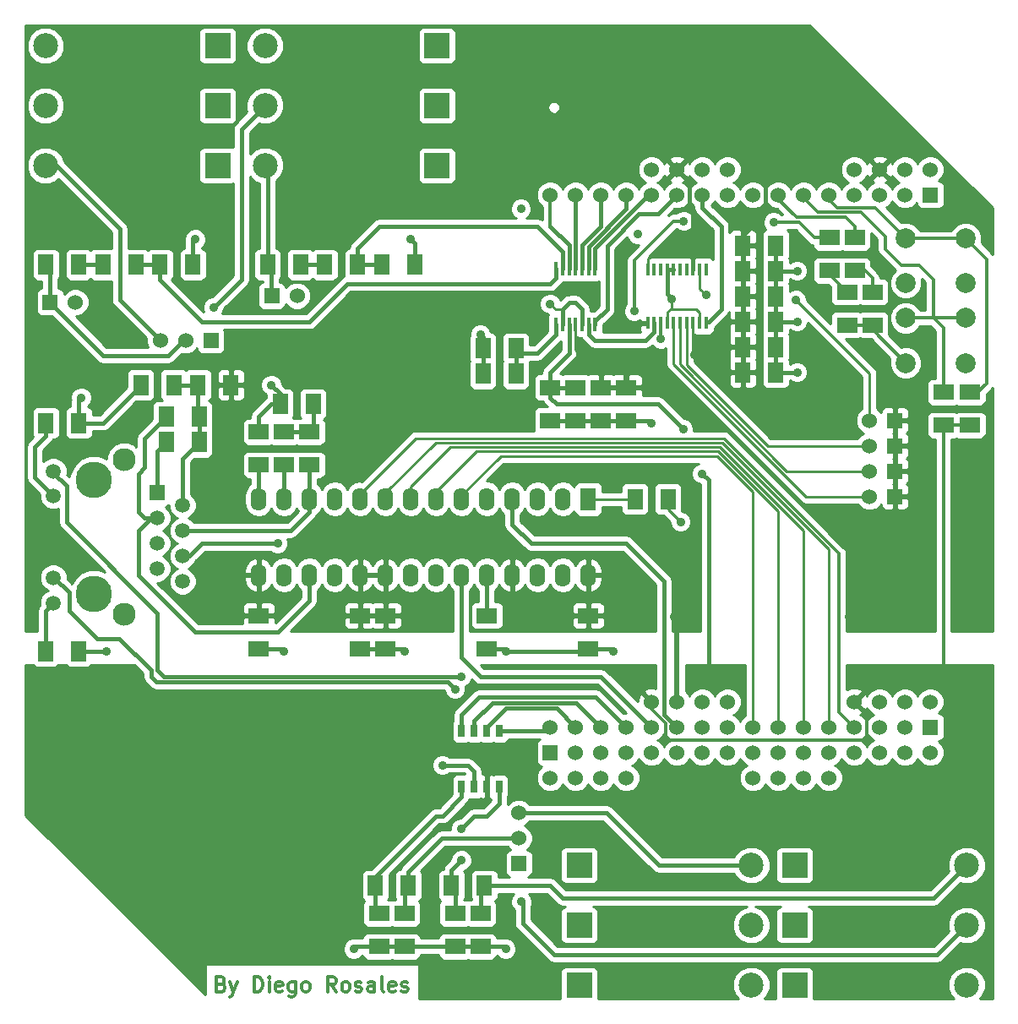
<source format=gtl>
G04 (created by PCBNEW (2013-07-07 BZR 4022)-stable) date 03/07/2014 16:21:05*
%MOIN*%
G04 Gerber Fmt 3.4, Leading zero omitted, Abs format*
%FSLAX34Y34*%
G01*
G70*
G90*
G04 APERTURE LIST*
%ADD10C,0.00590551*%
%ADD11C,0.011811*%
%ADD12C,0.0001*%
%ADD13R,0.0165X0.0579*%
%ADD14R,0.016X0.05*%
%ADD15R,0.025X0.05*%
%ADD16R,0.06X0.08*%
%ADD17R,0.08X0.06*%
%ADD18R,0.06X0.06*%
%ADD19C,0.06*%
%ADD20R,0.0984252X0.0984252*%
%ADD21C,0.0984252*%
%ADD22O,0.062X0.09*%
%ADD23R,0.062X0.09*%
%ADD24C,0.1437*%
%ADD25R,0.0591X0.0591*%
%ADD26C,0.0591*%
%ADD27C,0.0905512*%
%ADD28C,0.0787402*%
%ADD29C,0.035*%
%ADD30C,0.01*%
%ADD31C,0.02*%
%ADD32C,0.015*%
%ADD33C,0.012*%
%ADD34C,0.017*%
G04 APERTURE END LIST*
G54D10*
G54D11*
X33713Y-62897D02*
X33797Y-62925D01*
X33826Y-62953D01*
X33854Y-63009D01*
X33854Y-63094D01*
X33826Y-63150D01*
X33797Y-63178D01*
X33741Y-63206D01*
X33516Y-63206D01*
X33516Y-62616D01*
X33713Y-62616D01*
X33769Y-62644D01*
X33797Y-62672D01*
X33826Y-62728D01*
X33826Y-62784D01*
X33797Y-62841D01*
X33769Y-62869D01*
X33713Y-62897D01*
X33516Y-62897D01*
X34051Y-62813D02*
X34191Y-63206D01*
X34332Y-62813D02*
X34191Y-63206D01*
X34135Y-63347D01*
X34107Y-63375D01*
X34051Y-63403D01*
X35007Y-63206D02*
X35007Y-62616D01*
X35147Y-62616D01*
X35232Y-62644D01*
X35288Y-62700D01*
X35316Y-62756D01*
X35344Y-62869D01*
X35344Y-62953D01*
X35316Y-63066D01*
X35288Y-63122D01*
X35232Y-63178D01*
X35147Y-63206D01*
X35007Y-63206D01*
X35597Y-63206D02*
X35597Y-62813D01*
X35597Y-62616D02*
X35569Y-62644D01*
X35597Y-62672D01*
X35625Y-62644D01*
X35597Y-62616D01*
X35597Y-62672D01*
X36103Y-63178D02*
X36047Y-63206D01*
X35935Y-63206D01*
X35878Y-63178D01*
X35850Y-63122D01*
X35850Y-62897D01*
X35878Y-62841D01*
X35935Y-62813D01*
X36047Y-62813D01*
X36103Y-62841D01*
X36132Y-62897D01*
X36132Y-62953D01*
X35850Y-63009D01*
X36638Y-62813D02*
X36638Y-63291D01*
X36610Y-63347D01*
X36582Y-63375D01*
X36525Y-63403D01*
X36441Y-63403D01*
X36385Y-63375D01*
X36638Y-63178D02*
X36582Y-63206D01*
X36469Y-63206D01*
X36413Y-63178D01*
X36385Y-63150D01*
X36357Y-63094D01*
X36357Y-62925D01*
X36385Y-62869D01*
X36413Y-62841D01*
X36469Y-62813D01*
X36582Y-62813D01*
X36638Y-62841D01*
X37003Y-63206D02*
X36947Y-63178D01*
X36919Y-63150D01*
X36891Y-63094D01*
X36891Y-62925D01*
X36919Y-62869D01*
X36947Y-62841D01*
X37003Y-62813D01*
X37088Y-62813D01*
X37144Y-62841D01*
X37172Y-62869D01*
X37200Y-62925D01*
X37200Y-63094D01*
X37172Y-63150D01*
X37144Y-63178D01*
X37088Y-63206D01*
X37003Y-63206D01*
X38241Y-63206D02*
X38044Y-62925D01*
X37903Y-63206D02*
X37903Y-62616D01*
X38128Y-62616D01*
X38184Y-62644D01*
X38213Y-62672D01*
X38241Y-62728D01*
X38241Y-62813D01*
X38213Y-62869D01*
X38184Y-62897D01*
X38128Y-62925D01*
X37903Y-62925D01*
X38578Y-63206D02*
X38522Y-63178D01*
X38494Y-63150D01*
X38466Y-63094D01*
X38466Y-62925D01*
X38494Y-62869D01*
X38522Y-62841D01*
X38578Y-62813D01*
X38662Y-62813D01*
X38719Y-62841D01*
X38747Y-62869D01*
X38775Y-62925D01*
X38775Y-63094D01*
X38747Y-63150D01*
X38719Y-63178D01*
X38662Y-63206D01*
X38578Y-63206D01*
X39000Y-63178D02*
X39056Y-63206D01*
X39169Y-63206D01*
X39225Y-63178D01*
X39253Y-63122D01*
X39253Y-63094D01*
X39225Y-63038D01*
X39169Y-63009D01*
X39084Y-63009D01*
X39028Y-62981D01*
X39000Y-62925D01*
X39000Y-62897D01*
X39028Y-62841D01*
X39084Y-62813D01*
X39169Y-62813D01*
X39225Y-62841D01*
X39759Y-63206D02*
X39759Y-62897D01*
X39731Y-62841D01*
X39675Y-62813D01*
X39562Y-62813D01*
X39506Y-62841D01*
X39759Y-63178D02*
X39703Y-63206D01*
X39562Y-63206D01*
X39506Y-63178D01*
X39478Y-63122D01*
X39478Y-63066D01*
X39506Y-63009D01*
X39562Y-62981D01*
X39703Y-62981D01*
X39759Y-62953D01*
X40125Y-63206D02*
X40069Y-63178D01*
X40040Y-63122D01*
X40040Y-62616D01*
X40575Y-63178D02*
X40519Y-63206D01*
X40406Y-63206D01*
X40350Y-63178D01*
X40322Y-63122D01*
X40322Y-62897D01*
X40350Y-62841D01*
X40406Y-62813D01*
X40519Y-62813D01*
X40575Y-62841D01*
X40603Y-62897D01*
X40603Y-62953D01*
X40322Y-63009D01*
X40828Y-63178D02*
X40884Y-63206D01*
X40997Y-63206D01*
X41053Y-63178D01*
X41081Y-63122D01*
X41081Y-63094D01*
X41053Y-63038D01*
X40997Y-63009D01*
X40912Y-63009D01*
X40856Y-62981D01*
X40828Y-62925D01*
X40828Y-62897D01*
X40856Y-62841D01*
X40912Y-62813D01*
X40997Y-62813D01*
X41053Y-62841D01*
G54D12*
G36*
X50135Y-28568D02*
X50134Y-28748D01*
X50132Y-28873D01*
X50125Y-28952D01*
X50114Y-28998D01*
X50095Y-29020D01*
X50066Y-29030D01*
X50060Y-29032D01*
X49993Y-29045D01*
X49881Y-29067D01*
X49746Y-29093D01*
X49701Y-29102D01*
X49532Y-29135D01*
X49414Y-29165D01*
X49334Y-29203D01*
X49276Y-29261D01*
X49228Y-29348D01*
X49175Y-29476D01*
X49154Y-29528D01*
X49028Y-29847D01*
X49242Y-30157D01*
X49330Y-30285D01*
X49406Y-30396D01*
X49459Y-30476D01*
X49481Y-30510D01*
X49470Y-30555D01*
X49407Y-30642D01*
X49293Y-30770D01*
X49198Y-30869D01*
X49081Y-30985D01*
X48980Y-31083D01*
X48904Y-31151D01*
X48863Y-31183D01*
X48860Y-31184D01*
X48822Y-31166D01*
X48742Y-31118D01*
X48631Y-31047D01*
X48512Y-30967D01*
X48383Y-30882D01*
X48273Y-30812D01*
X48196Y-30766D01*
X48162Y-30751D01*
X48116Y-30765D01*
X48036Y-30800D01*
X47997Y-30819D01*
X47907Y-30858D01*
X47837Y-30874D01*
X47820Y-30873D01*
X47787Y-30835D01*
X47742Y-30754D01*
X47710Y-30679D01*
X47673Y-30587D01*
X47617Y-30449D01*
X47547Y-30279D01*
X47470Y-30092D01*
X47419Y-29967D01*
X47198Y-29434D01*
X47325Y-29334D01*
X47502Y-29180D01*
X47623Y-29031D01*
X47698Y-28872D01*
X47734Y-28687D01*
X47741Y-28524D01*
X47711Y-28291D01*
X47623Y-28087D01*
X47475Y-27910D01*
X47318Y-27788D01*
X47248Y-27746D01*
X47180Y-27720D01*
X47096Y-27707D01*
X46977Y-27701D01*
X46868Y-27701D01*
X46714Y-27702D01*
X46609Y-27710D01*
X46532Y-27727D01*
X46466Y-27758D01*
X46418Y-27788D01*
X46225Y-27944D01*
X46093Y-28121D01*
X46018Y-28326D01*
X45995Y-28552D01*
X46020Y-28794D01*
X46097Y-29000D01*
X46232Y-29179D01*
X46352Y-29284D01*
X46461Y-29374D01*
X46518Y-29440D01*
X46531Y-29491D01*
X46507Y-29536D01*
X46482Y-29580D01*
X46441Y-29669D01*
X46392Y-29784D01*
X46385Y-29801D01*
X46330Y-29937D01*
X46275Y-30069D01*
X46235Y-30167D01*
X46196Y-30261D01*
X46142Y-30392D01*
X46083Y-30537D01*
X46065Y-30580D01*
X46011Y-30705D01*
X45961Y-30805D01*
X45924Y-30864D01*
X45913Y-30874D01*
X45862Y-30868D01*
X45779Y-30838D01*
X45739Y-30819D01*
X45651Y-30778D01*
X45588Y-30753D01*
X45574Y-30751D01*
X45536Y-30768D01*
X45455Y-30816D01*
X45344Y-30887D01*
X45224Y-30967D01*
X45096Y-31053D01*
X44986Y-31122D01*
X44909Y-31169D01*
X44876Y-31184D01*
X44843Y-31161D01*
X44773Y-31100D01*
X44677Y-31007D01*
X44563Y-30894D01*
X44538Y-30869D01*
X44392Y-30715D01*
X44298Y-30603D01*
X44255Y-30533D01*
X44254Y-30510D01*
X44283Y-30467D01*
X44340Y-30381D01*
X44418Y-30267D01*
X44494Y-30157D01*
X44707Y-29847D01*
X44581Y-29528D01*
X44524Y-29385D01*
X44475Y-29285D01*
X44423Y-29220D01*
X44351Y-29176D01*
X44247Y-29145D01*
X44096Y-29114D01*
X44035Y-29102D01*
X43895Y-29075D01*
X43774Y-29051D01*
X43691Y-29035D01*
X43676Y-29032D01*
X43646Y-29023D01*
X43625Y-29004D01*
X43612Y-28964D01*
X43605Y-28892D01*
X43602Y-28777D01*
X43601Y-28609D01*
X43601Y-28568D01*
X43601Y-28378D01*
X43606Y-28243D01*
X43623Y-28153D01*
X43661Y-28097D01*
X43727Y-28063D01*
X43829Y-28041D01*
X43973Y-28019D01*
X43985Y-28018D01*
X44167Y-27989D01*
X44296Y-27963D01*
X44386Y-27930D01*
X44450Y-27883D01*
X44500Y-27812D01*
X44551Y-27711D01*
X44580Y-27647D01*
X44635Y-27518D01*
X44677Y-27407D01*
X44699Y-27330D01*
X44701Y-27315D01*
X44683Y-27261D01*
X44633Y-27169D01*
X44561Y-27055D01*
X44518Y-26992D01*
X44405Y-26834D01*
X44326Y-26720D01*
X44284Y-26634D01*
X44276Y-26565D01*
X44303Y-26497D01*
X44367Y-26419D01*
X44465Y-26315D01*
X44524Y-26254D01*
X44661Y-26113D01*
X44766Y-26019D01*
X44848Y-25968D01*
X44916Y-25954D01*
X44980Y-25973D01*
X45038Y-26011D01*
X45102Y-26057D01*
X45202Y-26128D01*
X45322Y-26212D01*
X45371Y-26245D01*
X45625Y-26419D01*
X45877Y-26318D01*
X45999Y-26271D01*
X46099Y-26236D01*
X46159Y-26218D01*
X46166Y-26217D01*
X46196Y-26203D01*
X46224Y-26154D01*
X46252Y-26063D01*
X46283Y-25920D01*
X46314Y-25751D01*
X46340Y-25604D01*
X46363Y-25476D01*
X46381Y-25385D01*
X46386Y-25359D01*
X46395Y-25329D01*
X46414Y-25309D01*
X46453Y-25295D01*
X46523Y-25288D01*
X46635Y-25285D01*
X46800Y-25284D01*
X46868Y-25284D01*
X47052Y-25284D01*
X47180Y-25287D01*
X47263Y-25292D01*
X47312Y-25303D01*
X47336Y-25321D01*
X47347Y-25348D01*
X47350Y-25359D01*
X47362Y-25424D01*
X47383Y-25535D01*
X47408Y-25675D01*
X47421Y-25751D01*
X47457Y-25943D01*
X47488Y-26078D01*
X47516Y-26163D01*
X47544Y-26207D01*
X47570Y-26217D01*
X47616Y-26229D01*
X47707Y-26260D01*
X47825Y-26305D01*
X47859Y-26318D01*
X48111Y-26419D01*
X48364Y-26245D01*
X48487Y-26161D01*
X48598Y-26083D01*
X48678Y-26026D01*
X48697Y-26011D01*
X48766Y-25968D01*
X48831Y-25954D01*
X48900Y-25973D01*
X48985Y-26032D01*
X49095Y-26133D01*
X49212Y-26254D01*
X49327Y-26374D01*
X49407Y-26463D01*
X49451Y-26534D01*
X49460Y-26600D01*
X49434Y-26677D01*
X49372Y-26776D01*
X49275Y-26912D01*
X49218Y-26992D01*
X49138Y-27112D01*
X49075Y-27217D01*
X49040Y-27292D01*
X49035Y-27315D01*
X49048Y-27373D01*
X49083Y-27473D01*
X49134Y-27597D01*
X49155Y-27647D01*
X49211Y-27766D01*
X49260Y-27851D01*
X49315Y-27909D01*
X49390Y-27948D01*
X49498Y-27976D01*
X49653Y-28003D01*
X49751Y-28018D01*
X49899Y-28040D01*
X50003Y-28062D01*
X50071Y-28094D01*
X50110Y-28149D01*
X50129Y-28236D01*
X50134Y-28367D01*
X50135Y-28554D01*
X50135Y-28568D01*
X50135Y-28568D01*
X50135Y-28568D01*
G37*
G54D13*
X47685Y-36869D03*
X47941Y-36869D03*
X48197Y-36869D03*
X48453Y-36869D03*
X48453Y-34665D03*
X46917Y-36869D03*
X47173Y-36869D03*
X47429Y-36869D03*
X48197Y-34665D03*
X47941Y-34665D03*
X47685Y-34665D03*
X47429Y-34665D03*
X47173Y-34665D03*
X46917Y-34665D03*
G54D14*
X50535Y-36817D03*
X50785Y-36817D03*
X51045Y-36817D03*
X51305Y-36817D03*
X51555Y-36817D03*
X51815Y-36817D03*
X52075Y-36817D03*
X52325Y-36817D03*
X52585Y-36817D03*
X52835Y-36817D03*
X52835Y-34717D03*
X52585Y-34717D03*
X52325Y-34717D03*
X52075Y-34717D03*
X51815Y-34717D03*
X51555Y-34717D03*
X51305Y-34717D03*
X51045Y-34717D03*
X50785Y-34717D03*
X50535Y-34717D03*
G54D15*
X44685Y-52917D03*
X44185Y-52917D03*
X43685Y-52917D03*
X43185Y-52917D03*
X43185Y-55117D03*
X43685Y-55117D03*
X44185Y-55117D03*
X44685Y-55117D03*
G54D16*
X26785Y-34517D03*
X28085Y-34517D03*
X45335Y-38817D03*
X44035Y-38817D03*
X50035Y-43767D03*
X51335Y-43767D03*
X35535Y-34517D03*
X36835Y-34517D03*
X54285Y-33767D03*
X55585Y-33767D03*
X54285Y-34767D03*
X55585Y-34767D03*
X37335Y-40017D03*
X36035Y-40017D03*
G54D17*
X46685Y-39367D03*
X46685Y-40667D03*
X49685Y-39367D03*
X49685Y-40667D03*
G54D16*
X54285Y-37767D03*
X55585Y-37767D03*
X31285Y-34517D03*
X32585Y-34517D03*
G54D17*
X48685Y-39367D03*
X48685Y-40667D03*
X47685Y-39367D03*
X47685Y-40667D03*
G54D16*
X54285Y-35767D03*
X55585Y-35767D03*
X54285Y-36767D03*
X55585Y-36767D03*
X45335Y-37817D03*
X44035Y-37817D03*
X54285Y-38767D03*
X55585Y-38767D03*
G54D17*
X42935Y-61417D03*
X42935Y-60117D03*
G54D16*
X42785Y-59017D03*
X44085Y-59017D03*
G54D17*
X43935Y-60117D03*
X43935Y-61417D03*
X39935Y-61417D03*
X39935Y-60117D03*
G54D16*
X39785Y-59017D03*
X41085Y-59017D03*
G54D17*
X40935Y-60117D03*
X40935Y-61417D03*
G54D16*
X26785Y-40767D03*
X28085Y-40767D03*
X31835Y-39267D03*
X30535Y-39267D03*
X32835Y-41517D03*
X31535Y-41517D03*
X32835Y-40517D03*
X31535Y-40517D03*
X29035Y-34517D03*
X30335Y-34517D03*
X34085Y-39267D03*
X32785Y-39267D03*
G54D17*
X36185Y-42417D03*
X36185Y-41117D03*
X37185Y-42417D03*
X37185Y-41117D03*
G54D16*
X26785Y-49767D03*
X28085Y-49767D03*
G54D17*
X40185Y-48367D03*
X40185Y-49667D03*
X39185Y-48367D03*
X39185Y-49667D03*
X35185Y-48367D03*
X35185Y-49667D03*
X48185Y-48367D03*
X48185Y-49667D03*
X44185Y-48367D03*
X44185Y-49667D03*
G54D16*
X37785Y-34517D03*
X39085Y-34517D03*
G54D17*
X35185Y-41117D03*
X35185Y-42417D03*
G54D16*
X40035Y-34517D03*
X41335Y-34517D03*
G54D18*
X60285Y-42667D03*
G54D19*
X59285Y-42667D03*
G54D18*
X26950Y-36000D03*
G54D19*
X27950Y-36000D03*
G54D18*
X35700Y-35750D03*
G54D19*
X36700Y-35750D03*
G54D18*
X60285Y-40667D03*
G54D19*
X59285Y-40667D03*
G54D18*
X60285Y-41667D03*
G54D19*
X59285Y-41667D03*
G54D18*
X60285Y-43667D03*
G54D19*
X59285Y-43667D03*
G54D18*
X61685Y-31767D03*
G54D19*
X55685Y-31767D03*
X60685Y-31767D03*
X54685Y-31767D03*
X59685Y-31767D03*
X53685Y-31767D03*
X58685Y-31767D03*
X52685Y-31767D03*
X57685Y-31767D03*
X51685Y-31767D03*
X56685Y-31767D03*
X50685Y-31767D03*
X49685Y-31767D03*
X48685Y-31767D03*
X47685Y-31767D03*
X46685Y-31767D03*
X50685Y-30767D03*
X51685Y-30767D03*
X52685Y-30767D03*
X53685Y-30767D03*
X58685Y-30767D03*
X59685Y-30767D03*
X60685Y-30767D03*
X61685Y-30767D03*
G54D18*
X61685Y-52767D03*
G54D19*
X55685Y-52767D03*
X60685Y-52767D03*
X54685Y-52767D03*
X59685Y-52767D03*
X53685Y-52767D03*
X58685Y-52767D03*
X52685Y-52767D03*
X57685Y-52767D03*
X51685Y-52767D03*
X56685Y-52767D03*
X50685Y-52767D03*
X49685Y-52767D03*
X48685Y-52767D03*
X47685Y-52767D03*
X46685Y-52767D03*
X50685Y-51767D03*
X51685Y-51767D03*
X52685Y-51767D03*
X53685Y-51767D03*
X58685Y-51767D03*
X59685Y-51767D03*
X60685Y-51767D03*
X61685Y-51767D03*
G54D20*
X42224Y-25885D03*
X42224Y-28248D03*
X42224Y-30610D03*
G54D21*
X35433Y-25885D03*
X35433Y-28248D03*
X35433Y-30610D03*
G54D20*
X33562Y-25885D03*
X33562Y-28248D03*
X33562Y-30610D03*
G54D21*
X26771Y-25885D03*
X26771Y-28248D03*
X26771Y-30610D03*
G54D20*
X56330Y-62940D03*
X56330Y-60578D03*
X56330Y-58216D03*
G54D21*
X63122Y-62940D03*
X63122Y-60578D03*
X63122Y-58216D03*
G54D20*
X47830Y-62940D03*
X47830Y-60578D03*
X47830Y-58216D03*
G54D21*
X54622Y-62940D03*
X54622Y-60578D03*
X54622Y-58216D03*
G54D22*
X47185Y-43767D03*
X46185Y-43767D03*
X45185Y-43767D03*
X44185Y-43767D03*
X43185Y-43767D03*
X42185Y-43767D03*
X41185Y-43767D03*
X40185Y-43767D03*
X39185Y-43767D03*
X38185Y-43767D03*
X37185Y-43767D03*
X36185Y-43767D03*
X35185Y-43767D03*
G54D23*
X48185Y-43767D03*
G54D22*
X35185Y-46767D03*
X36185Y-46767D03*
X37185Y-46767D03*
X38185Y-46767D03*
X39185Y-46767D03*
X40185Y-46767D03*
X41185Y-46767D03*
X42185Y-46767D03*
X43185Y-46767D03*
X44185Y-46767D03*
X45185Y-46767D03*
X46185Y-46767D03*
X47185Y-46767D03*
X48185Y-46767D03*
G54D18*
X46685Y-53767D03*
G54D19*
X52685Y-53767D03*
X47685Y-53767D03*
X53685Y-53767D03*
X48685Y-53767D03*
X54685Y-53767D03*
X49685Y-53767D03*
X55685Y-53767D03*
X50685Y-53767D03*
X56685Y-53767D03*
X51685Y-53767D03*
X57685Y-53767D03*
X58685Y-53767D03*
X59685Y-53767D03*
X60685Y-53767D03*
X61685Y-53767D03*
X57685Y-54767D03*
X56685Y-54767D03*
X55685Y-54767D03*
X54685Y-54767D03*
X49685Y-54767D03*
X48685Y-54767D03*
X47685Y-54767D03*
X46685Y-54767D03*
G54D18*
X33300Y-37500D03*
G54D19*
X32300Y-37500D03*
X31300Y-37500D03*
G54D18*
X45450Y-58150D03*
G54D19*
X45450Y-57150D03*
X45450Y-56150D03*
G54D24*
X28685Y-47517D03*
X28685Y-43017D03*
G54D25*
X31185Y-43517D03*
G54D26*
X32185Y-44017D03*
X31185Y-44517D03*
X32185Y-45017D03*
X31185Y-45517D03*
X32185Y-46017D03*
X31185Y-46517D03*
X32185Y-47017D03*
X27085Y-42667D03*
X27085Y-43642D03*
X27085Y-46867D03*
X27085Y-47867D03*
G54D27*
X29885Y-42217D03*
X29885Y-48317D03*
G54D28*
X60715Y-33476D03*
X63077Y-33476D03*
X60715Y-35248D03*
X63077Y-35248D03*
X60715Y-36626D03*
X63077Y-36626D03*
X60715Y-38398D03*
X63077Y-38398D03*
G54D17*
X57700Y-33450D03*
X57700Y-34750D03*
X58700Y-33450D03*
X58700Y-34750D03*
X58400Y-35600D03*
X58400Y-36900D03*
X59400Y-35600D03*
X59400Y-36900D03*
X62200Y-39550D03*
X62200Y-40850D03*
X63250Y-39550D03*
X63250Y-40850D03*
G54D29*
X50135Y-33317D03*
X45535Y-32317D03*
X58485Y-48417D03*
X49285Y-38067D03*
X49485Y-36867D03*
X52385Y-38067D03*
X51585Y-48417D03*
X50535Y-48417D03*
X53285Y-38067D03*
X51085Y-38067D03*
X52935Y-50767D03*
X51935Y-41017D03*
X52685Y-42767D03*
X50635Y-50717D03*
X51950Y-32800D03*
X50000Y-36350D03*
X51050Y-37450D03*
X42935Y-51267D03*
X43185Y-50767D03*
X55500Y-32850D03*
X51835Y-44667D03*
X51485Y-35867D03*
X46685Y-36067D03*
X44935Y-49767D03*
X42435Y-54267D03*
X38935Y-61517D03*
X44935Y-61517D03*
X29185Y-49767D03*
X50685Y-40767D03*
X43935Y-37267D03*
X49185Y-49767D03*
X40935Y-49767D03*
X36185Y-49767D03*
X35685Y-39267D03*
X28185Y-39767D03*
X56435Y-34767D03*
X56435Y-36767D03*
X56435Y-38767D03*
X41185Y-33517D03*
X32685Y-33517D03*
X43185Y-56767D03*
X43185Y-58017D03*
X45550Y-59650D03*
X35935Y-45517D03*
X33400Y-36200D03*
X56385Y-35917D03*
X52835Y-35717D03*
G54D30*
X50535Y-34717D02*
X50535Y-34267D01*
X50835Y-33967D02*
X52325Y-33967D01*
X50535Y-34267D02*
X50835Y-33967D01*
X48185Y-46767D02*
X48185Y-48367D01*
X50535Y-36817D02*
X49535Y-36817D01*
X49535Y-36817D02*
X49485Y-36867D01*
X52325Y-36817D02*
X52325Y-38007D01*
X52325Y-38007D02*
X52385Y-38067D01*
G54D31*
X49685Y-39367D02*
X49685Y-38467D01*
X49685Y-38467D02*
X49285Y-38067D01*
X48185Y-48367D02*
X50485Y-48367D01*
X51685Y-48517D02*
X51685Y-51767D01*
X51585Y-48417D02*
X51685Y-48517D01*
X50485Y-48367D02*
X50535Y-48417D01*
G54D32*
X54285Y-33767D02*
X54285Y-33367D01*
X55185Y-32467D02*
X55185Y-30667D01*
X54285Y-33367D02*
X55185Y-32467D01*
X49285Y-38067D02*
X51085Y-38067D01*
X53585Y-37767D02*
X54285Y-37767D01*
X53285Y-38067D02*
X53585Y-37767D01*
X47885Y-38067D02*
X49285Y-38067D01*
G54D30*
X47685Y-37867D02*
X47885Y-38067D01*
X47685Y-36869D02*
X47685Y-37867D01*
G54D32*
X52325Y-34717D02*
X52325Y-33967D01*
X52325Y-33967D02*
X52325Y-32407D01*
X52185Y-31267D02*
X51685Y-30767D01*
X52185Y-32267D02*
X52185Y-31267D01*
X52325Y-32407D02*
X52185Y-32267D01*
G54D33*
X62200Y-40850D02*
X62200Y-50600D01*
X62200Y-50600D02*
X62250Y-50650D01*
X62200Y-40850D02*
X63250Y-40850D01*
X50685Y-51767D02*
X50685Y-52057D01*
X59185Y-52267D02*
X58685Y-51767D01*
X59185Y-53117D02*
X59185Y-52267D01*
X59035Y-53267D02*
X59185Y-53117D01*
X51285Y-53267D02*
X59035Y-53267D01*
X51235Y-53317D02*
X51285Y-53267D01*
X51235Y-52607D02*
X51235Y-53317D01*
X50685Y-52057D02*
X51235Y-52607D01*
G54D32*
X46685Y-39767D02*
X46935Y-40017D01*
X46935Y-40017D02*
X50935Y-40017D01*
X50935Y-40017D02*
X51935Y-41017D01*
X52685Y-42767D02*
X52935Y-43017D01*
X52935Y-43017D02*
X52935Y-50767D01*
X46685Y-39367D02*
X46685Y-39767D01*
X46685Y-39367D02*
X46685Y-38767D01*
X47429Y-38023D02*
X47429Y-36869D01*
X46685Y-38767D02*
X47429Y-38023D01*
X46685Y-39367D02*
X47685Y-39367D01*
G54D33*
X51045Y-36817D02*
X51045Y-37445D01*
X51550Y-32800D02*
X51950Y-32800D01*
X50000Y-34350D02*
X51550Y-32800D01*
X50000Y-36350D02*
X50000Y-34350D01*
X51045Y-37445D02*
X51050Y-37450D01*
G54D32*
X47685Y-34665D02*
X47685Y-31767D01*
X47941Y-34665D02*
X47941Y-33761D01*
X48685Y-33017D02*
X48685Y-31767D01*
X47941Y-33761D02*
X48685Y-33017D01*
X47429Y-34665D02*
X47429Y-33761D01*
G54D33*
X46685Y-33017D02*
X46685Y-31767D01*
G54D32*
X47429Y-33761D02*
X46685Y-33017D01*
X48453Y-34665D02*
X48453Y-33871D01*
X50557Y-31767D02*
X50685Y-31767D01*
X48453Y-33871D02*
X50557Y-31767D01*
X52935Y-36767D02*
X52885Y-36767D01*
X52685Y-32267D02*
X53435Y-33017D01*
X53435Y-33017D02*
X53435Y-36267D01*
X53435Y-36267D02*
X52935Y-36767D01*
X52685Y-31767D02*
X52685Y-32267D01*
X52885Y-36767D02*
X52835Y-36817D01*
X48197Y-34665D02*
X48197Y-33816D01*
X49685Y-32328D02*
X49685Y-31767D01*
X48197Y-33816D02*
X49685Y-32328D01*
X48453Y-36869D02*
X48453Y-36749D01*
X50935Y-32517D02*
X51685Y-31767D01*
X50185Y-32517D02*
X50935Y-32517D01*
X48935Y-33767D02*
X50185Y-32517D01*
X48935Y-36267D02*
X48935Y-33767D01*
X48453Y-36749D02*
X48935Y-36267D01*
X39085Y-34517D02*
X39085Y-33867D01*
X47173Y-34005D02*
X47173Y-34665D01*
X46185Y-33017D02*
X47173Y-34005D01*
X39935Y-33017D02*
X46185Y-33017D01*
X39085Y-33867D02*
X39935Y-33017D01*
G54D34*
X39085Y-34517D02*
X40035Y-34517D01*
G54D32*
X46917Y-34665D02*
X46917Y-35035D01*
X31285Y-35117D02*
X31285Y-34517D01*
X32935Y-36767D02*
X31285Y-35117D01*
X37185Y-36767D02*
X32935Y-36767D01*
X38685Y-35267D02*
X37185Y-36767D01*
X46685Y-35267D02*
X38685Y-35267D01*
X46917Y-35035D02*
X46685Y-35267D01*
G54D34*
X30335Y-34517D02*
X31285Y-34517D01*
G54D32*
X43685Y-52917D02*
X43685Y-52517D01*
X47715Y-51797D02*
X48685Y-52767D01*
X44405Y-51797D02*
X47715Y-51797D01*
X43685Y-52517D02*
X44405Y-51797D01*
X43185Y-52917D02*
X43185Y-52267D01*
X48495Y-51577D02*
X49685Y-52767D01*
X43875Y-51577D02*
X48495Y-51577D01*
X43185Y-52267D02*
X43875Y-51577D01*
X44185Y-52917D02*
X44185Y-52767D01*
X46935Y-52017D02*
X47685Y-52767D01*
X44935Y-52017D02*
X46935Y-52017D01*
X44685Y-52267D02*
X44935Y-52017D01*
X44185Y-52767D02*
X44685Y-52267D01*
X44685Y-52917D02*
X46535Y-52917D01*
X46535Y-52917D02*
X46685Y-52767D01*
X43185Y-46767D02*
X43185Y-50017D01*
X48685Y-50767D02*
X50685Y-52767D01*
X43935Y-50767D02*
X48685Y-50767D01*
X43185Y-50017D02*
X43935Y-50767D01*
G54D30*
X40185Y-43767D02*
X40185Y-43517D01*
X57685Y-45758D02*
X57685Y-52767D01*
X53464Y-41537D02*
X57685Y-45758D01*
X42165Y-41537D02*
X53464Y-41537D01*
X40185Y-43517D02*
X42165Y-41537D01*
G54D32*
X45185Y-43767D02*
X45185Y-44767D01*
X51185Y-52267D02*
X51685Y-52767D01*
X51185Y-47017D02*
X51185Y-52267D01*
X49685Y-45517D02*
X51185Y-47017D01*
X45935Y-45517D02*
X49685Y-45517D01*
X45185Y-44767D02*
X45935Y-45517D01*
X27085Y-46867D02*
X27117Y-46867D01*
X27700Y-48167D02*
X28800Y-49267D01*
X27700Y-47450D02*
X27700Y-48167D01*
X27117Y-46867D02*
X27700Y-47450D01*
X42655Y-50987D02*
X42935Y-51267D01*
X31155Y-50987D02*
X42655Y-50987D01*
X30935Y-50767D02*
X31155Y-50987D01*
X30935Y-50517D02*
X30935Y-50767D01*
X29685Y-49267D02*
X30935Y-50517D01*
X28800Y-49267D02*
X29685Y-49267D01*
G54D34*
X27085Y-42642D02*
X27085Y-42735D01*
X27608Y-43258D02*
X27608Y-44691D01*
X27085Y-42735D02*
X27608Y-43258D01*
G54D32*
X31185Y-48267D02*
X27608Y-44691D01*
X31185Y-50517D02*
X31185Y-48267D01*
X31435Y-50767D02*
X31185Y-50517D01*
X43185Y-50767D02*
X31435Y-50767D01*
G54D30*
X43185Y-43767D02*
X43185Y-43617D01*
X54685Y-43479D02*
X54685Y-52767D01*
X53273Y-42067D02*
X54685Y-43479D01*
X44735Y-42067D02*
X53273Y-42067D01*
X43185Y-43617D02*
X44735Y-42067D01*
X42185Y-43767D02*
X42185Y-43467D01*
X55685Y-44238D02*
X55685Y-52767D01*
X53323Y-41877D02*
X55685Y-44238D01*
X43775Y-41877D02*
X53323Y-41877D01*
X42185Y-43467D02*
X43775Y-41877D01*
G54D33*
X58085Y-45917D02*
X58085Y-52167D01*
X58085Y-52167D02*
X58685Y-52767D01*
G54D30*
X39185Y-43767D02*
X39185Y-43567D01*
X53535Y-41367D02*
X58085Y-45917D01*
X41385Y-41367D02*
X53535Y-41367D01*
X39185Y-43567D02*
X41385Y-41367D01*
X41185Y-43767D02*
X41185Y-43267D01*
X56685Y-44998D02*
X56685Y-52767D01*
X53394Y-41707D02*
X56685Y-44998D01*
X42745Y-41707D02*
X53394Y-41707D01*
X41185Y-43267D02*
X42745Y-41707D01*
G54D33*
X57700Y-33450D02*
X57100Y-33450D01*
X56500Y-32850D02*
X55500Y-32850D01*
X57100Y-33450D02*
X56500Y-32850D01*
X55685Y-31767D02*
X55685Y-31935D01*
X58700Y-33000D02*
X58700Y-33450D01*
X58350Y-32650D02*
X58700Y-33000D01*
X56400Y-32650D02*
X58350Y-32650D01*
X55685Y-31935D02*
X56400Y-32650D01*
X63250Y-39550D02*
X63550Y-39550D01*
X63900Y-34298D02*
X63077Y-33476D01*
X63900Y-39200D02*
X63900Y-34298D01*
X63550Y-39550D02*
X63900Y-39200D01*
X57685Y-31767D02*
X57685Y-31935D01*
X59509Y-32269D02*
X60715Y-33476D01*
X58019Y-32269D02*
X59509Y-32269D01*
X57685Y-31935D02*
X58019Y-32269D01*
X60715Y-33476D02*
X63077Y-33476D01*
X62200Y-39550D02*
X62200Y-37026D01*
X62200Y-37026D02*
X61800Y-36626D01*
X56685Y-31767D02*
X56685Y-31885D01*
X61800Y-35100D02*
X61800Y-36626D01*
X61250Y-34550D02*
X61800Y-35100D01*
X60550Y-34550D02*
X61250Y-34550D01*
X59900Y-33900D02*
X60550Y-34550D01*
X59900Y-33400D02*
X59900Y-33900D01*
X58959Y-32459D02*
X59900Y-33400D01*
X57259Y-32459D02*
X58959Y-32459D01*
X56685Y-31885D02*
X57259Y-32459D01*
X60715Y-36626D02*
X61800Y-36626D01*
X61800Y-36626D02*
X63077Y-36626D01*
X59400Y-36900D02*
X59400Y-37082D01*
X59400Y-37082D02*
X60715Y-38398D01*
X58400Y-36900D02*
X59400Y-36900D01*
G54D30*
X51335Y-43767D02*
X51335Y-44167D01*
X51335Y-44167D02*
X51835Y-44667D01*
G54D32*
X51555Y-34717D02*
X51305Y-34717D01*
X51305Y-34717D02*
X51305Y-35687D01*
G54D30*
X51485Y-35867D02*
X51485Y-36217D01*
G54D32*
X51305Y-35687D02*
X51485Y-35867D01*
G54D30*
X47173Y-36279D02*
X46897Y-36279D01*
X46897Y-36279D02*
X46685Y-36067D01*
X52585Y-36817D02*
X52585Y-36417D01*
X51305Y-36397D02*
X51305Y-36817D01*
X51435Y-36267D02*
X51485Y-36217D01*
X51485Y-36217D02*
X51305Y-36397D01*
X52435Y-36267D02*
X51435Y-36267D01*
X52585Y-36417D02*
X52435Y-36267D01*
G54D32*
X44935Y-49767D02*
X48085Y-49767D01*
X44835Y-49667D02*
X44935Y-49767D01*
X44185Y-49667D02*
X44835Y-49667D01*
X48085Y-49767D02*
X48185Y-49667D01*
X43685Y-55117D02*
X43685Y-54517D01*
X43435Y-54267D02*
X42435Y-54267D01*
X43685Y-54517D02*
X43435Y-54267D01*
X39935Y-61417D02*
X39035Y-61417D01*
X39035Y-61417D02*
X38935Y-61517D01*
X43935Y-61417D02*
X44835Y-61417D01*
X44835Y-61417D02*
X44935Y-61517D01*
X42935Y-61417D02*
X43935Y-61417D01*
X40935Y-61417D02*
X42935Y-61417D01*
X39935Y-61417D02*
X40935Y-61417D01*
X28085Y-49767D02*
X29185Y-49767D01*
X49685Y-40667D02*
X50585Y-40667D01*
X50585Y-40667D02*
X50685Y-40767D01*
X48685Y-40667D02*
X49685Y-40667D01*
X47685Y-40667D02*
X48685Y-40667D01*
X46685Y-40667D02*
X47685Y-40667D01*
X44035Y-38017D02*
X44035Y-37367D01*
X44035Y-37367D02*
X43935Y-37267D01*
X44035Y-38017D02*
X44035Y-39017D01*
X47173Y-36869D02*
X47173Y-36279D01*
X47941Y-36273D02*
X47941Y-36869D01*
X47685Y-36017D02*
X47941Y-36273D01*
X47435Y-36017D02*
X47685Y-36017D01*
X47173Y-36279D02*
X47435Y-36017D01*
X48185Y-49667D02*
X49085Y-49667D01*
X49085Y-49667D02*
X49185Y-49767D01*
X40185Y-49667D02*
X40835Y-49667D01*
X40835Y-49667D02*
X40935Y-49767D01*
X39185Y-49667D02*
X40185Y-49667D01*
X35185Y-49667D02*
X36085Y-49667D01*
X36085Y-49667D02*
X36185Y-49767D01*
X36035Y-40017D02*
X36035Y-39617D01*
X36035Y-39617D02*
X35685Y-39267D01*
X36035Y-40017D02*
X35685Y-40017D01*
X35185Y-40517D02*
X35185Y-41117D01*
X35685Y-40017D02*
X35185Y-40517D01*
X28085Y-40767D02*
X28085Y-39867D01*
X28085Y-39867D02*
X28185Y-39767D01*
X28085Y-40767D02*
X29035Y-40767D01*
X29035Y-40767D02*
X30535Y-39267D01*
X55585Y-34767D02*
X56435Y-34767D01*
X55585Y-36767D02*
X56435Y-36767D01*
X55585Y-38767D02*
X56435Y-38767D01*
X55585Y-37767D02*
X55585Y-38767D01*
X55585Y-36767D02*
X55585Y-37767D01*
X55585Y-35767D02*
X55585Y-36767D01*
X55585Y-34767D02*
X55585Y-35767D01*
X55585Y-33767D02*
X55585Y-34767D01*
G54D34*
X41335Y-34517D02*
X41335Y-33667D01*
X41335Y-33667D02*
X41185Y-33517D01*
X32585Y-34517D02*
X32585Y-33617D01*
X32585Y-33617D02*
X32685Y-33517D01*
G54D30*
X51555Y-36817D02*
X51555Y-38437D01*
X56785Y-43667D02*
X59285Y-43667D01*
X51555Y-38437D02*
X56785Y-43667D01*
X52075Y-36817D02*
X52075Y-38476D01*
X55265Y-41667D02*
X59285Y-41667D01*
X52075Y-38476D02*
X55265Y-41667D01*
G54D34*
X45450Y-56150D02*
X48900Y-56150D01*
X48900Y-56150D02*
X50966Y-58216D01*
X50966Y-58216D02*
X54622Y-58216D01*
G54D32*
X42785Y-59017D02*
X42785Y-58417D01*
X44685Y-55767D02*
X44685Y-55117D01*
X44185Y-56267D02*
X44685Y-55767D01*
X43685Y-56267D02*
X44185Y-56267D01*
X43185Y-56767D02*
X43685Y-56267D01*
X42785Y-58417D02*
X43185Y-58017D01*
X42935Y-60117D02*
X42935Y-59167D01*
X42935Y-59167D02*
X42785Y-59017D01*
X39785Y-59017D02*
X39785Y-58667D01*
X43185Y-55517D02*
X43185Y-55117D01*
X42435Y-56267D02*
X43185Y-55517D01*
X42185Y-56267D02*
X42435Y-56267D01*
X39785Y-58667D02*
X42185Y-56267D01*
X39785Y-59017D02*
X39785Y-59967D01*
X39785Y-59967D02*
X39935Y-60117D01*
G54D34*
X61950Y-61750D02*
X63122Y-60578D01*
X46850Y-61750D02*
X61950Y-61750D01*
X45600Y-60500D02*
X46850Y-61750D01*
X45600Y-59700D02*
X45600Y-60500D01*
X45550Y-59650D02*
X45600Y-59700D01*
X41085Y-59017D02*
X41085Y-58464D01*
X42400Y-57150D02*
X45450Y-57150D01*
X41085Y-58464D02*
X42400Y-57150D01*
G54D32*
X40935Y-60117D02*
X40935Y-59167D01*
X40935Y-59167D02*
X41085Y-59017D01*
X44085Y-59017D02*
X46685Y-59017D01*
X61820Y-59517D02*
X63122Y-58216D01*
X47185Y-59517D02*
X61820Y-59517D01*
X46685Y-59017D02*
X47185Y-59517D01*
X43935Y-60117D02*
X43935Y-59167D01*
X43935Y-59167D02*
X44085Y-59017D01*
G54D33*
X58700Y-34750D02*
X59100Y-34750D01*
X59400Y-35050D02*
X59400Y-35600D01*
X59100Y-34750D02*
X59400Y-35050D01*
X57700Y-34750D02*
X57700Y-34900D01*
X57700Y-34900D02*
X58400Y-35600D01*
G54D34*
X26785Y-40767D02*
X26785Y-41264D01*
X26350Y-42907D02*
X27085Y-43642D01*
X26350Y-41700D02*
X26350Y-42907D01*
X26785Y-41264D02*
X26350Y-41700D01*
G54D32*
X26785Y-49767D02*
X26785Y-48167D01*
X26785Y-48167D02*
X27085Y-47867D01*
X37335Y-40017D02*
X37335Y-40967D01*
X37335Y-40967D02*
X37185Y-41117D01*
X36185Y-41117D02*
X37185Y-41117D01*
X32185Y-46017D02*
X32435Y-46017D01*
X32935Y-45517D02*
X35935Y-45517D01*
X32435Y-46017D02*
X32935Y-45517D01*
X36185Y-42417D02*
X36185Y-43767D01*
X31185Y-43517D02*
X31185Y-41867D01*
X31185Y-41867D02*
X31535Y-41517D01*
X31185Y-44517D02*
X30935Y-44517D01*
X37185Y-47767D02*
X37185Y-46767D01*
X35935Y-49017D02*
X37185Y-47767D01*
X32685Y-49017D02*
X35935Y-49017D01*
X30435Y-46767D02*
X32685Y-49017D01*
X30435Y-45017D02*
X30435Y-46767D01*
X30935Y-44517D02*
X30435Y-45017D01*
X31185Y-44517D02*
X30685Y-44517D01*
X30685Y-41367D02*
X31535Y-40517D01*
X30685Y-42517D02*
X30685Y-41367D01*
X30435Y-42767D02*
X30685Y-42517D01*
X30435Y-44267D02*
X30435Y-42767D01*
X30685Y-44517D02*
X30435Y-44267D01*
G54D30*
X50035Y-43767D02*
X48185Y-43767D01*
G54D32*
X35185Y-42417D02*
X35185Y-43767D01*
X44185Y-48367D02*
X44185Y-46767D01*
X32185Y-45017D02*
X36435Y-45017D01*
X37185Y-44267D02*
X37185Y-43767D01*
X36435Y-45017D02*
X37185Y-44267D01*
X37185Y-42417D02*
X37185Y-43767D01*
X32185Y-44017D02*
X32185Y-42167D01*
X32185Y-42167D02*
X32835Y-41517D01*
X32835Y-40517D02*
X32835Y-41517D01*
X32785Y-39267D02*
X32785Y-40467D01*
X32785Y-40467D02*
X32835Y-40517D01*
X31835Y-39267D02*
X32785Y-39267D01*
G54D34*
X35535Y-34517D02*
X35535Y-30712D01*
X35535Y-30712D02*
X35433Y-30610D01*
X35685Y-35767D02*
X35685Y-34667D01*
X35685Y-34667D02*
X35535Y-34517D01*
X34500Y-29181D02*
X35433Y-28248D01*
X34500Y-35100D02*
X34500Y-29181D01*
X33400Y-36200D02*
X34500Y-35100D01*
X26771Y-30610D02*
X27210Y-30610D01*
X29700Y-35900D02*
X31300Y-37500D01*
X29700Y-33100D02*
X29700Y-35900D01*
X27210Y-30610D02*
X29700Y-33100D01*
X32300Y-37500D02*
X32200Y-37500D01*
X29050Y-38100D02*
X26950Y-36000D01*
X31600Y-38100D02*
X29050Y-38100D01*
X32200Y-37500D02*
X31600Y-38100D01*
X26950Y-36000D02*
X26950Y-34682D01*
X26950Y-34682D02*
X26785Y-34517D01*
G54D30*
X51815Y-36817D02*
X51815Y-38457D01*
X56025Y-42667D02*
X59285Y-42667D01*
X51815Y-38457D02*
X56025Y-42667D01*
X52585Y-34717D02*
X52585Y-35467D01*
X59285Y-38817D02*
X59285Y-40667D01*
X56385Y-35917D02*
X59285Y-38817D01*
X52585Y-35467D02*
X52835Y-35717D01*
G54D32*
X45335Y-38017D02*
X46185Y-38017D01*
X46917Y-37285D02*
X46917Y-36869D01*
X46185Y-38017D02*
X46917Y-37285D01*
X45335Y-38017D02*
X45335Y-39017D01*
G54D34*
X36835Y-34517D02*
X37785Y-34517D01*
X28085Y-34517D02*
X29035Y-34517D01*
G54D32*
X48197Y-36869D02*
X48197Y-37279D01*
X50785Y-37167D02*
X50785Y-36817D01*
X50435Y-37517D02*
X50785Y-37167D01*
X48435Y-37517D02*
X50435Y-37517D01*
X48197Y-37279D02*
X48435Y-37517D01*
G54D10*
G36*
X50454Y-36867D02*
X50267Y-36867D01*
X50205Y-36930D01*
X50204Y-37018D01*
X50205Y-37117D01*
X50236Y-37192D01*
X48785Y-37192D01*
X48785Y-37109D01*
X48785Y-36876D01*
X49164Y-36497D01*
X49164Y-36497D01*
X49164Y-36497D01*
X49235Y-36392D01*
X49235Y-36392D01*
X49260Y-36267D01*
X49260Y-33902D01*
X49724Y-33437D01*
X49774Y-33558D01*
X49893Y-33677D01*
X50050Y-33742D01*
X50168Y-33742D01*
X49780Y-34130D01*
X49713Y-34231D01*
X49690Y-34350D01*
X49690Y-36058D01*
X49639Y-36108D01*
X49575Y-36265D01*
X49574Y-36434D01*
X49639Y-36590D01*
X49758Y-36710D01*
X49915Y-36774D01*
X50084Y-36775D01*
X50219Y-36719D01*
X50267Y-36767D01*
X50454Y-36767D01*
X50454Y-36867D01*
X50454Y-36867D01*
G37*
G54D30*
X50454Y-36867D02*
X50267Y-36867D01*
X50205Y-36930D01*
X50204Y-37018D01*
X50205Y-37117D01*
X50236Y-37192D01*
X48785Y-37192D01*
X48785Y-37109D01*
X48785Y-36876D01*
X49164Y-36497D01*
X49164Y-36497D01*
X49164Y-36497D01*
X49235Y-36392D01*
X49235Y-36392D01*
X49260Y-36267D01*
X49260Y-33902D01*
X49724Y-33437D01*
X49774Y-33558D01*
X49893Y-33677D01*
X50050Y-33742D01*
X50168Y-33742D01*
X49780Y-34130D01*
X49713Y-34231D01*
X49690Y-34350D01*
X49690Y-36058D01*
X49639Y-36108D01*
X49575Y-36265D01*
X49574Y-36434D01*
X49639Y-36590D01*
X49758Y-36710D01*
X49915Y-36774D01*
X50084Y-36775D01*
X50219Y-36719D01*
X50267Y-36767D01*
X50454Y-36767D01*
X50454Y-36867D01*
G54D10*
G36*
X50860Y-48967D02*
X48835Y-48967D01*
X48835Y-48717D01*
X48835Y-48018D01*
X48797Y-47926D01*
X48745Y-47874D01*
X48745Y-46957D01*
X48745Y-46817D01*
X48745Y-46717D01*
X48745Y-46577D01*
X48683Y-46367D01*
X48545Y-46196D01*
X48353Y-46091D01*
X48321Y-46084D01*
X48235Y-46132D01*
X48235Y-46717D01*
X48745Y-46717D01*
X48745Y-46817D01*
X48235Y-46817D01*
X48235Y-47402D01*
X48321Y-47450D01*
X48353Y-47444D01*
X48545Y-47339D01*
X48683Y-47168D01*
X48745Y-46957D01*
X48745Y-47874D01*
X48726Y-47855D01*
X48634Y-47817D01*
X48535Y-47817D01*
X48297Y-47817D01*
X48235Y-47880D01*
X48235Y-48317D01*
X48772Y-48317D01*
X48835Y-48255D01*
X48835Y-48018D01*
X48835Y-48717D01*
X48835Y-48480D01*
X48772Y-48417D01*
X48235Y-48417D01*
X48235Y-48855D01*
X48297Y-48917D01*
X48535Y-48917D01*
X48634Y-48917D01*
X48726Y-48879D01*
X48797Y-48809D01*
X48835Y-48717D01*
X48835Y-48967D01*
X48135Y-48967D01*
X48135Y-48855D01*
X48135Y-48417D01*
X48135Y-48317D01*
X48135Y-47880D01*
X48135Y-47402D01*
X48135Y-46817D01*
X48127Y-46817D01*
X48127Y-46717D01*
X48135Y-46717D01*
X48135Y-46132D01*
X48048Y-46084D01*
X48016Y-46091D01*
X47824Y-46196D01*
X47686Y-46367D01*
X47684Y-46373D01*
X47581Y-46218D01*
X47399Y-46096D01*
X47185Y-46054D01*
X46970Y-46096D01*
X46789Y-46218D01*
X46685Y-46373D01*
X46581Y-46218D01*
X46399Y-46096D01*
X46185Y-46054D01*
X45970Y-46096D01*
X45789Y-46218D01*
X45685Y-46373D01*
X45683Y-46367D01*
X45545Y-46196D01*
X45353Y-46091D01*
X45321Y-46084D01*
X45235Y-46132D01*
X45235Y-46717D01*
X45242Y-46717D01*
X45242Y-46817D01*
X45235Y-46817D01*
X45235Y-47402D01*
X45321Y-47450D01*
X45353Y-47444D01*
X45545Y-47339D01*
X45683Y-47168D01*
X45685Y-47161D01*
X45789Y-47317D01*
X45970Y-47438D01*
X46185Y-47481D01*
X46399Y-47438D01*
X46581Y-47317D01*
X46685Y-47161D01*
X46789Y-47317D01*
X46970Y-47438D01*
X47185Y-47481D01*
X47399Y-47438D01*
X47581Y-47317D01*
X47684Y-47161D01*
X47686Y-47168D01*
X47824Y-47339D01*
X48016Y-47444D01*
X48048Y-47450D01*
X48135Y-47402D01*
X48135Y-47880D01*
X48072Y-47817D01*
X47834Y-47817D01*
X47735Y-47817D01*
X47643Y-47855D01*
X47572Y-47926D01*
X47534Y-48018D01*
X47535Y-48255D01*
X47597Y-48317D01*
X48135Y-48317D01*
X48135Y-48417D01*
X47597Y-48417D01*
X47535Y-48480D01*
X47534Y-48717D01*
X47572Y-48809D01*
X47643Y-48879D01*
X47735Y-48917D01*
X47834Y-48917D01*
X48072Y-48917D01*
X48135Y-48855D01*
X48135Y-48967D01*
X43510Y-48967D01*
X43510Y-47364D01*
X43581Y-47317D01*
X43685Y-47161D01*
X43789Y-47317D01*
X43860Y-47364D01*
X43860Y-47817D01*
X43735Y-47817D01*
X43643Y-47855D01*
X43573Y-47925D01*
X43535Y-48017D01*
X43534Y-48117D01*
X43534Y-48717D01*
X43572Y-48809D01*
X43643Y-48879D01*
X43735Y-48917D01*
X43834Y-48917D01*
X44634Y-48917D01*
X44726Y-48879D01*
X44796Y-48809D01*
X44834Y-48717D01*
X44835Y-48618D01*
X44835Y-48018D01*
X44797Y-47926D01*
X44726Y-47855D01*
X44634Y-47817D01*
X44535Y-47817D01*
X44510Y-47817D01*
X44510Y-47364D01*
X44581Y-47317D01*
X44684Y-47161D01*
X44686Y-47168D01*
X44824Y-47339D01*
X45016Y-47444D01*
X45048Y-47450D01*
X45135Y-47402D01*
X45135Y-46817D01*
X45127Y-46817D01*
X45127Y-46717D01*
X45135Y-46717D01*
X45135Y-46132D01*
X45048Y-46084D01*
X45016Y-46091D01*
X44824Y-46196D01*
X44686Y-46367D01*
X44684Y-46373D01*
X44581Y-46218D01*
X44399Y-46096D01*
X44185Y-46054D01*
X43970Y-46096D01*
X43789Y-46218D01*
X43685Y-46373D01*
X43581Y-46218D01*
X43399Y-46096D01*
X43185Y-46054D01*
X42970Y-46096D01*
X42789Y-46218D01*
X42685Y-46373D01*
X42581Y-46218D01*
X42399Y-46096D01*
X42185Y-46054D01*
X41970Y-46096D01*
X41789Y-46218D01*
X41685Y-46373D01*
X41581Y-46218D01*
X41399Y-46096D01*
X41185Y-46054D01*
X40970Y-46096D01*
X40789Y-46218D01*
X40685Y-46373D01*
X40683Y-46367D01*
X40545Y-46196D01*
X40353Y-46091D01*
X40321Y-46084D01*
X40235Y-46132D01*
X40235Y-46717D01*
X40242Y-46717D01*
X40242Y-46817D01*
X40235Y-46817D01*
X40235Y-47402D01*
X40321Y-47450D01*
X40353Y-47444D01*
X40545Y-47339D01*
X40683Y-47168D01*
X40685Y-47161D01*
X40789Y-47317D01*
X40970Y-47438D01*
X41185Y-47481D01*
X41399Y-47438D01*
X41581Y-47317D01*
X41685Y-47161D01*
X41789Y-47317D01*
X41970Y-47438D01*
X42185Y-47481D01*
X42399Y-47438D01*
X42581Y-47317D01*
X42685Y-47161D01*
X42789Y-47317D01*
X42860Y-47364D01*
X42860Y-48967D01*
X40835Y-48967D01*
X40835Y-48717D01*
X40835Y-48018D01*
X40797Y-47926D01*
X40726Y-47855D01*
X40634Y-47817D01*
X40535Y-47817D01*
X40297Y-47817D01*
X40235Y-47880D01*
X40235Y-48317D01*
X40772Y-48317D01*
X40835Y-48255D01*
X40835Y-48018D01*
X40835Y-48717D01*
X40835Y-48480D01*
X40772Y-48417D01*
X40235Y-48417D01*
X40235Y-48855D01*
X40297Y-48917D01*
X40535Y-48917D01*
X40634Y-48917D01*
X40726Y-48879D01*
X40797Y-48809D01*
X40835Y-48717D01*
X40835Y-48967D01*
X40135Y-48967D01*
X40135Y-48855D01*
X40135Y-48417D01*
X40135Y-48317D01*
X40135Y-47880D01*
X40135Y-47402D01*
X40135Y-46817D01*
X40135Y-46717D01*
X40135Y-46132D01*
X40048Y-46084D01*
X40016Y-46091D01*
X39824Y-46196D01*
X39686Y-46367D01*
X39685Y-46373D01*
X39683Y-46367D01*
X39545Y-46196D01*
X39353Y-46091D01*
X39321Y-46084D01*
X39235Y-46132D01*
X39235Y-46717D01*
X39625Y-46717D01*
X39745Y-46717D01*
X40135Y-46717D01*
X40135Y-46817D01*
X39745Y-46817D01*
X39625Y-46817D01*
X39235Y-46817D01*
X39235Y-47402D01*
X39321Y-47450D01*
X39353Y-47444D01*
X39545Y-47339D01*
X39683Y-47168D01*
X39685Y-47162D01*
X39686Y-47168D01*
X39824Y-47339D01*
X40016Y-47444D01*
X40048Y-47450D01*
X40135Y-47402D01*
X40135Y-47880D01*
X40072Y-47817D01*
X39834Y-47817D01*
X39735Y-47817D01*
X39685Y-47838D01*
X39634Y-47817D01*
X39535Y-47817D01*
X39297Y-47817D01*
X39235Y-47880D01*
X39235Y-48317D01*
X39597Y-48317D01*
X39772Y-48317D01*
X40135Y-48317D01*
X40135Y-48417D01*
X39772Y-48417D01*
X39597Y-48417D01*
X39235Y-48417D01*
X39235Y-48855D01*
X39297Y-48917D01*
X39535Y-48917D01*
X39634Y-48917D01*
X39685Y-48896D01*
X39735Y-48917D01*
X39834Y-48917D01*
X40072Y-48917D01*
X40135Y-48855D01*
X40135Y-48967D01*
X39135Y-48967D01*
X39135Y-48855D01*
X39135Y-48417D01*
X39135Y-48317D01*
X39135Y-47880D01*
X39072Y-47817D01*
X38834Y-47817D01*
X38735Y-47817D01*
X38643Y-47855D01*
X38572Y-47926D01*
X38534Y-48018D01*
X38535Y-48255D01*
X38597Y-48317D01*
X39135Y-48317D01*
X39135Y-48417D01*
X38597Y-48417D01*
X38535Y-48480D01*
X38534Y-48717D01*
X38572Y-48809D01*
X38643Y-48879D01*
X38735Y-48917D01*
X38834Y-48917D01*
X39072Y-48917D01*
X39135Y-48855D01*
X39135Y-48967D01*
X36444Y-48967D01*
X37414Y-47997D01*
X37485Y-47892D01*
X37485Y-47892D01*
X37510Y-47767D01*
X37510Y-47364D01*
X37581Y-47317D01*
X37685Y-47161D01*
X37789Y-47317D01*
X37970Y-47438D01*
X38185Y-47481D01*
X38399Y-47438D01*
X38581Y-47317D01*
X38684Y-47161D01*
X38686Y-47168D01*
X38824Y-47339D01*
X39016Y-47444D01*
X39048Y-47450D01*
X39135Y-47402D01*
X39135Y-46817D01*
X39127Y-46817D01*
X39127Y-46717D01*
X39135Y-46717D01*
X39135Y-46132D01*
X39048Y-46084D01*
X39016Y-46091D01*
X38824Y-46196D01*
X38686Y-46367D01*
X38684Y-46373D01*
X38581Y-46218D01*
X38399Y-46096D01*
X38185Y-46054D01*
X37970Y-46096D01*
X37789Y-46218D01*
X37685Y-46373D01*
X37581Y-46218D01*
X37399Y-46096D01*
X37185Y-46054D01*
X36970Y-46096D01*
X36789Y-46218D01*
X36685Y-46373D01*
X36581Y-46218D01*
X36399Y-46096D01*
X36185Y-46054D01*
X35970Y-46096D01*
X35789Y-46218D01*
X35685Y-46373D01*
X35683Y-46367D01*
X35545Y-46196D01*
X35353Y-46091D01*
X35321Y-46084D01*
X35235Y-46132D01*
X35235Y-46717D01*
X35242Y-46717D01*
X35242Y-46817D01*
X35235Y-46817D01*
X35235Y-47402D01*
X35321Y-47450D01*
X35353Y-47444D01*
X35545Y-47339D01*
X35683Y-47168D01*
X35685Y-47161D01*
X35789Y-47317D01*
X35970Y-47438D01*
X36185Y-47481D01*
X36399Y-47438D01*
X36581Y-47317D01*
X36685Y-47161D01*
X36789Y-47317D01*
X36860Y-47364D01*
X36860Y-47633D01*
X35835Y-48658D01*
X35835Y-48018D01*
X35797Y-47926D01*
X35726Y-47855D01*
X35634Y-47817D01*
X35535Y-47817D01*
X35297Y-47817D01*
X35235Y-47880D01*
X35235Y-48317D01*
X35772Y-48317D01*
X35835Y-48255D01*
X35835Y-48018D01*
X35835Y-48658D01*
X35835Y-48658D01*
X35835Y-48480D01*
X35772Y-48417D01*
X35235Y-48417D01*
X35235Y-48425D01*
X35135Y-48425D01*
X35135Y-48417D01*
X35135Y-48317D01*
X35135Y-47880D01*
X35135Y-47402D01*
X35135Y-46817D01*
X35135Y-46717D01*
X35135Y-46132D01*
X35048Y-46084D01*
X35016Y-46091D01*
X34824Y-46196D01*
X34686Y-46367D01*
X34625Y-46577D01*
X34625Y-46717D01*
X35135Y-46717D01*
X35135Y-46817D01*
X34625Y-46817D01*
X34625Y-46957D01*
X34686Y-47168D01*
X34824Y-47339D01*
X35016Y-47444D01*
X35048Y-47450D01*
X35135Y-47402D01*
X35135Y-47880D01*
X35072Y-47817D01*
X34834Y-47817D01*
X34735Y-47817D01*
X34643Y-47855D01*
X34572Y-47926D01*
X34534Y-48018D01*
X34535Y-48255D01*
X34597Y-48317D01*
X35135Y-48317D01*
X35135Y-48417D01*
X34597Y-48417D01*
X34535Y-48480D01*
X34535Y-48692D01*
X32819Y-48692D01*
X31190Y-47063D01*
X31293Y-47063D01*
X31493Y-46980D01*
X31647Y-46827D01*
X31730Y-46626D01*
X31730Y-46409D01*
X31647Y-46209D01*
X31494Y-46055D01*
X31403Y-46017D01*
X31493Y-45980D01*
X31647Y-45827D01*
X31730Y-45626D01*
X31730Y-45409D01*
X31647Y-45209D01*
X31494Y-45055D01*
X31403Y-45017D01*
X31493Y-44980D01*
X31647Y-44827D01*
X31730Y-44626D01*
X31730Y-44409D01*
X31647Y-44209D01*
X31502Y-44063D01*
X31530Y-44063D01*
X31621Y-44025D01*
X31639Y-44007D01*
X31639Y-44125D01*
X31722Y-44326D01*
X31875Y-44479D01*
X31966Y-44517D01*
X31876Y-44554D01*
X31722Y-44708D01*
X31639Y-44908D01*
X31639Y-45125D01*
X31722Y-45326D01*
X31875Y-45479D01*
X31966Y-45517D01*
X31876Y-45554D01*
X31722Y-45708D01*
X31639Y-45908D01*
X31639Y-46125D01*
X31722Y-46326D01*
X31875Y-46479D01*
X31966Y-46517D01*
X31876Y-46554D01*
X31722Y-46708D01*
X31639Y-46908D01*
X31639Y-47125D01*
X31722Y-47326D01*
X31875Y-47479D01*
X32076Y-47563D01*
X32293Y-47563D01*
X32493Y-47480D01*
X32647Y-47327D01*
X32730Y-47126D01*
X32730Y-46909D01*
X32647Y-46709D01*
X32494Y-46555D01*
X32403Y-46517D01*
X32493Y-46480D01*
X32647Y-46327D01*
X32691Y-46221D01*
X33069Y-45842D01*
X35658Y-45842D01*
X35693Y-45877D01*
X35850Y-45942D01*
X36019Y-45942D01*
X36175Y-45878D01*
X36295Y-45758D01*
X36359Y-45602D01*
X36360Y-45433D01*
X36322Y-45342D01*
X36435Y-45342D01*
X36559Y-45317D01*
X36559Y-45317D01*
X36664Y-45247D01*
X37414Y-44497D01*
X37414Y-44497D01*
X37414Y-44497D01*
X37485Y-44392D01*
X37485Y-44392D01*
X37487Y-44379D01*
X37581Y-44317D01*
X37685Y-44161D01*
X37789Y-44317D01*
X37970Y-44438D01*
X38185Y-44481D01*
X38399Y-44438D01*
X38581Y-44317D01*
X38685Y-44161D01*
X38789Y-44317D01*
X38970Y-44438D01*
X39185Y-44481D01*
X39399Y-44438D01*
X39581Y-44317D01*
X39685Y-44161D01*
X39789Y-44317D01*
X39970Y-44438D01*
X40185Y-44481D01*
X40399Y-44438D01*
X40581Y-44317D01*
X40685Y-44161D01*
X40789Y-44317D01*
X40970Y-44438D01*
X41185Y-44481D01*
X41399Y-44438D01*
X41581Y-44317D01*
X41685Y-44161D01*
X41789Y-44317D01*
X41970Y-44438D01*
X42185Y-44481D01*
X42399Y-44438D01*
X42581Y-44317D01*
X42685Y-44161D01*
X42789Y-44317D01*
X42970Y-44438D01*
X43185Y-44481D01*
X43399Y-44438D01*
X43581Y-44317D01*
X43685Y-44161D01*
X43789Y-44317D01*
X43970Y-44438D01*
X44185Y-44481D01*
X44399Y-44438D01*
X44581Y-44317D01*
X44685Y-44161D01*
X44789Y-44317D01*
X44860Y-44364D01*
X44860Y-44767D01*
X44884Y-44892D01*
X44955Y-44997D01*
X45705Y-45747D01*
X45705Y-45747D01*
X45810Y-45817D01*
X45810Y-45817D01*
X45910Y-45837D01*
X45935Y-45842D01*
X45935Y-45842D01*
X45935Y-45842D01*
X49550Y-45842D01*
X50860Y-47152D01*
X50860Y-48967D01*
X50860Y-48967D01*
G37*
G54D30*
X50860Y-48967D02*
X48835Y-48967D01*
X48835Y-48717D01*
X48835Y-48018D01*
X48797Y-47926D01*
X48745Y-47874D01*
X48745Y-46957D01*
X48745Y-46817D01*
X48745Y-46717D01*
X48745Y-46577D01*
X48683Y-46367D01*
X48545Y-46196D01*
X48353Y-46091D01*
X48321Y-46084D01*
X48235Y-46132D01*
X48235Y-46717D01*
X48745Y-46717D01*
X48745Y-46817D01*
X48235Y-46817D01*
X48235Y-47402D01*
X48321Y-47450D01*
X48353Y-47444D01*
X48545Y-47339D01*
X48683Y-47168D01*
X48745Y-46957D01*
X48745Y-47874D01*
X48726Y-47855D01*
X48634Y-47817D01*
X48535Y-47817D01*
X48297Y-47817D01*
X48235Y-47880D01*
X48235Y-48317D01*
X48772Y-48317D01*
X48835Y-48255D01*
X48835Y-48018D01*
X48835Y-48717D01*
X48835Y-48480D01*
X48772Y-48417D01*
X48235Y-48417D01*
X48235Y-48855D01*
X48297Y-48917D01*
X48535Y-48917D01*
X48634Y-48917D01*
X48726Y-48879D01*
X48797Y-48809D01*
X48835Y-48717D01*
X48835Y-48967D01*
X48135Y-48967D01*
X48135Y-48855D01*
X48135Y-48417D01*
X48135Y-48317D01*
X48135Y-47880D01*
X48135Y-47402D01*
X48135Y-46817D01*
X48127Y-46817D01*
X48127Y-46717D01*
X48135Y-46717D01*
X48135Y-46132D01*
X48048Y-46084D01*
X48016Y-46091D01*
X47824Y-46196D01*
X47686Y-46367D01*
X47684Y-46373D01*
X47581Y-46218D01*
X47399Y-46096D01*
X47185Y-46054D01*
X46970Y-46096D01*
X46789Y-46218D01*
X46685Y-46373D01*
X46581Y-46218D01*
X46399Y-46096D01*
X46185Y-46054D01*
X45970Y-46096D01*
X45789Y-46218D01*
X45685Y-46373D01*
X45683Y-46367D01*
X45545Y-46196D01*
X45353Y-46091D01*
X45321Y-46084D01*
X45235Y-46132D01*
X45235Y-46717D01*
X45242Y-46717D01*
X45242Y-46817D01*
X45235Y-46817D01*
X45235Y-47402D01*
X45321Y-47450D01*
X45353Y-47444D01*
X45545Y-47339D01*
X45683Y-47168D01*
X45685Y-47161D01*
X45789Y-47317D01*
X45970Y-47438D01*
X46185Y-47481D01*
X46399Y-47438D01*
X46581Y-47317D01*
X46685Y-47161D01*
X46789Y-47317D01*
X46970Y-47438D01*
X47185Y-47481D01*
X47399Y-47438D01*
X47581Y-47317D01*
X47684Y-47161D01*
X47686Y-47168D01*
X47824Y-47339D01*
X48016Y-47444D01*
X48048Y-47450D01*
X48135Y-47402D01*
X48135Y-47880D01*
X48072Y-47817D01*
X47834Y-47817D01*
X47735Y-47817D01*
X47643Y-47855D01*
X47572Y-47926D01*
X47534Y-48018D01*
X47535Y-48255D01*
X47597Y-48317D01*
X48135Y-48317D01*
X48135Y-48417D01*
X47597Y-48417D01*
X47535Y-48480D01*
X47534Y-48717D01*
X47572Y-48809D01*
X47643Y-48879D01*
X47735Y-48917D01*
X47834Y-48917D01*
X48072Y-48917D01*
X48135Y-48855D01*
X48135Y-48967D01*
X43510Y-48967D01*
X43510Y-47364D01*
X43581Y-47317D01*
X43685Y-47161D01*
X43789Y-47317D01*
X43860Y-47364D01*
X43860Y-47817D01*
X43735Y-47817D01*
X43643Y-47855D01*
X43573Y-47925D01*
X43535Y-48017D01*
X43534Y-48117D01*
X43534Y-48717D01*
X43572Y-48809D01*
X43643Y-48879D01*
X43735Y-48917D01*
X43834Y-48917D01*
X44634Y-48917D01*
X44726Y-48879D01*
X44796Y-48809D01*
X44834Y-48717D01*
X44835Y-48618D01*
X44835Y-48018D01*
X44797Y-47926D01*
X44726Y-47855D01*
X44634Y-47817D01*
X44535Y-47817D01*
X44510Y-47817D01*
X44510Y-47364D01*
X44581Y-47317D01*
X44684Y-47161D01*
X44686Y-47168D01*
X44824Y-47339D01*
X45016Y-47444D01*
X45048Y-47450D01*
X45135Y-47402D01*
X45135Y-46817D01*
X45127Y-46817D01*
X45127Y-46717D01*
X45135Y-46717D01*
X45135Y-46132D01*
X45048Y-46084D01*
X45016Y-46091D01*
X44824Y-46196D01*
X44686Y-46367D01*
X44684Y-46373D01*
X44581Y-46218D01*
X44399Y-46096D01*
X44185Y-46054D01*
X43970Y-46096D01*
X43789Y-46218D01*
X43685Y-46373D01*
X43581Y-46218D01*
X43399Y-46096D01*
X43185Y-46054D01*
X42970Y-46096D01*
X42789Y-46218D01*
X42685Y-46373D01*
X42581Y-46218D01*
X42399Y-46096D01*
X42185Y-46054D01*
X41970Y-46096D01*
X41789Y-46218D01*
X41685Y-46373D01*
X41581Y-46218D01*
X41399Y-46096D01*
X41185Y-46054D01*
X40970Y-46096D01*
X40789Y-46218D01*
X40685Y-46373D01*
X40683Y-46367D01*
X40545Y-46196D01*
X40353Y-46091D01*
X40321Y-46084D01*
X40235Y-46132D01*
X40235Y-46717D01*
X40242Y-46717D01*
X40242Y-46817D01*
X40235Y-46817D01*
X40235Y-47402D01*
X40321Y-47450D01*
X40353Y-47444D01*
X40545Y-47339D01*
X40683Y-47168D01*
X40685Y-47161D01*
X40789Y-47317D01*
X40970Y-47438D01*
X41185Y-47481D01*
X41399Y-47438D01*
X41581Y-47317D01*
X41685Y-47161D01*
X41789Y-47317D01*
X41970Y-47438D01*
X42185Y-47481D01*
X42399Y-47438D01*
X42581Y-47317D01*
X42685Y-47161D01*
X42789Y-47317D01*
X42860Y-47364D01*
X42860Y-48967D01*
X40835Y-48967D01*
X40835Y-48717D01*
X40835Y-48018D01*
X40797Y-47926D01*
X40726Y-47855D01*
X40634Y-47817D01*
X40535Y-47817D01*
X40297Y-47817D01*
X40235Y-47880D01*
X40235Y-48317D01*
X40772Y-48317D01*
X40835Y-48255D01*
X40835Y-48018D01*
X40835Y-48717D01*
X40835Y-48480D01*
X40772Y-48417D01*
X40235Y-48417D01*
X40235Y-48855D01*
X40297Y-48917D01*
X40535Y-48917D01*
X40634Y-48917D01*
X40726Y-48879D01*
X40797Y-48809D01*
X40835Y-48717D01*
X40835Y-48967D01*
X40135Y-48967D01*
X40135Y-48855D01*
X40135Y-48417D01*
X40135Y-48317D01*
X40135Y-47880D01*
X40135Y-47402D01*
X40135Y-46817D01*
X40135Y-46717D01*
X40135Y-46132D01*
X40048Y-46084D01*
X40016Y-46091D01*
X39824Y-46196D01*
X39686Y-46367D01*
X39685Y-46373D01*
X39683Y-46367D01*
X39545Y-46196D01*
X39353Y-46091D01*
X39321Y-46084D01*
X39235Y-46132D01*
X39235Y-46717D01*
X39625Y-46717D01*
X39745Y-46717D01*
X40135Y-46717D01*
X40135Y-46817D01*
X39745Y-46817D01*
X39625Y-46817D01*
X39235Y-46817D01*
X39235Y-47402D01*
X39321Y-47450D01*
X39353Y-47444D01*
X39545Y-47339D01*
X39683Y-47168D01*
X39685Y-47162D01*
X39686Y-47168D01*
X39824Y-47339D01*
X40016Y-47444D01*
X40048Y-47450D01*
X40135Y-47402D01*
X40135Y-47880D01*
X40072Y-47817D01*
X39834Y-47817D01*
X39735Y-47817D01*
X39685Y-47838D01*
X39634Y-47817D01*
X39535Y-47817D01*
X39297Y-47817D01*
X39235Y-47880D01*
X39235Y-48317D01*
X39597Y-48317D01*
X39772Y-48317D01*
X40135Y-48317D01*
X40135Y-48417D01*
X39772Y-48417D01*
X39597Y-48417D01*
X39235Y-48417D01*
X39235Y-48855D01*
X39297Y-48917D01*
X39535Y-48917D01*
X39634Y-48917D01*
X39685Y-48896D01*
X39735Y-48917D01*
X39834Y-48917D01*
X40072Y-48917D01*
X40135Y-48855D01*
X40135Y-48967D01*
X39135Y-48967D01*
X39135Y-48855D01*
X39135Y-48417D01*
X39135Y-48317D01*
X39135Y-47880D01*
X39072Y-47817D01*
X38834Y-47817D01*
X38735Y-47817D01*
X38643Y-47855D01*
X38572Y-47926D01*
X38534Y-48018D01*
X38535Y-48255D01*
X38597Y-48317D01*
X39135Y-48317D01*
X39135Y-48417D01*
X38597Y-48417D01*
X38535Y-48480D01*
X38534Y-48717D01*
X38572Y-48809D01*
X38643Y-48879D01*
X38735Y-48917D01*
X38834Y-48917D01*
X39072Y-48917D01*
X39135Y-48855D01*
X39135Y-48967D01*
X36444Y-48967D01*
X37414Y-47997D01*
X37485Y-47892D01*
X37485Y-47892D01*
X37510Y-47767D01*
X37510Y-47364D01*
X37581Y-47317D01*
X37685Y-47161D01*
X37789Y-47317D01*
X37970Y-47438D01*
X38185Y-47481D01*
X38399Y-47438D01*
X38581Y-47317D01*
X38684Y-47161D01*
X38686Y-47168D01*
X38824Y-47339D01*
X39016Y-47444D01*
X39048Y-47450D01*
X39135Y-47402D01*
X39135Y-46817D01*
X39127Y-46817D01*
X39127Y-46717D01*
X39135Y-46717D01*
X39135Y-46132D01*
X39048Y-46084D01*
X39016Y-46091D01*
X38824Y-46196D01*
X38686Y-46367D01*
X38684Y-46373D01*
X38581Y-46218D01*
X38399Y-46096D01*
X38185Y-46054D01*
X37970Y-46096D01*
X37789Y-46218D01*
X37685Y-46373D01*
X37581Y-46218D01*
X37399Y-46096D01*
X37185Y-46054D01*
X36970Y-46096D01*
X36789Y-46218D01*
X36685Y-46373D01*
X36581Y-46218D01*
X36399Y-46096D01*
X36185Y-46054D01*
X35970Y-46096D01*
X35789Y-46218D01*
X35685Y-46373D01*
X35683Y-46367D01*
X35545Y-46196D01*
X35353Y-46091D01*
X35321Y-46084D01*
X35235Y-46132D01*
X35235Y-46717D01*
X35242Y-46717D01*
X35242Y-46817D01*
X35235Y-46817D01*
X35235Y-47402D01*
X35321Y-47450D01*
X35353Y-47444D01*
X35545Y-47339D01*
X35683Y-47168D01*
X35685Y-47161D01*
X35789Y-47317D01*
X35970Y-47438D01*
X36185Y-47481D01*
X36399Y-47438D01*
X36581Y-47317D01*
X36685Y-47161D01*
X36789Y-47317D01*
X36860Y-47364D01*
X36860Y-47633D01*
X35835Y-48658D01*
X35835Y-48018D01*
X35797Y-47926D01*
X35726Y-47855D01*
X35634Y-47817D01*
X35535Y-47817D01*
X35297Y-47817D01*
X35235Y-47880D01*
X35235Y-48317D01*
X35772Y-48317D01*
X35835Y-48255D01*
X35835Y-48018D01*
X35835Y-48658D01*
X35835Y-48658D01*
X35835Y-48480D01*
X35772Y-48417D01*
X35235Y-48417D01*
X35235Y-48425D01*
X35135Y-48425D01*
X35135Y-48417D01*
X35135Y-48317D01*
X35135Y-47880D01*
X35135Y-47402D01*
X35135Y-46817D01*
X35135Y-46717D01*
X35135Y-46132D01*
X35048Y-46084D01*
X35016Y-46091D01*
X34824Y-46196D01*
X34686Y-46367D01*
X34625Y-46577D01*
X34625Y-46717D01*
X35135Y-46717D01*
X35135Y-46817D01*
X34625Y-46817D01*
X34625Y-46957D01*
X34686Y-47168D01*
X34824Y-47339D01*
X35016Y-47444D01*
X35048Y-47450D01*
X35135Y-47402D01*
X35135Y-47880D01*
X35072Y-47817D01*
X34834Y-47817D01*
X34735Y-47817D01*
X34643Y-47855D01*
X34572Y-47926D01*
X34534Y-48018D01*
X34535Y-48255D01*
X34597Y-48317D01*
X35135Y-48317D01*
X35135Y-48417D01*
X34597Y-48417D01*
X34535Y-48480D01*
X34535Y-48692D01*
X32819Y-48692D01*
X31190Y-47063D01*
X31293Y-47063D01*
X31493Y-46980D01*
X31647Y-46827D01*
X31730Y-46626D01*
X31730Y-46409D01*
X31647Y-46209D01*
X31494Y-46055D01*
X31403Y-46017D01*
X31493Y-45980D01*
X31647Y-45827D01*
X31730Y-45626D01*
X31730Y-45409D01*
X31647Y-45209D01*
X31494Y-45055D01*
X31403Y-45017D01*
X31493Y-44980D01*
X31647Y-44827D01*
X31730Y-44626D01*
X31730Y-44409D01*
X31647Y-44209D01*
X31502Y-44063D01*
X31530Y-44063D01*
X31621Y-44025D01*
X31639Y-44007D01*
X31639Y-44125D01*
X31722Y-44326D01*
X31875Y-44479D01*
X31966Y-44517D01*
X31876Y-44554D01*
X31722Y-44708D01*
X31639Y-44908D01*
X31639Y-45125D01*
X31722Y-45326D01*
X31875Y-45479D01*
X31966Y-45517D01*
X31876Y-45554D01*
X31722Y-45708D01*
X31639Y-45908D01*
X31639Y-46125D01*
X31722Y-46326D01*
X31875Y-46479D01*
X31966Y-46517D01*
X31876Y-46554D01*
X31722Y-46708D01*
X31639Y-46908D01*
X31639Y-47125D01*
X31722Y-47326D01*
X31875Y-47479D01*
X32076Y-47563D01*
X32293Y-47563D01*
X32493Y-47480D01*
X32647Y-47327D01*
X32730Y-47126D01*
X32730Y-46909D01*
X32647Y-46709D01*
X32494Y-46555D01*
X32403Y-46517D01*
X32493Y-46480D01*
X32647Y-46327D01*
X32691Y-46221D01*
X33069Y-45842D01*
X35658Y-45842D01*
X35693Y-45877D01*
X35850Y-45942D01*
X36019Y-45942D01*
X36175Y-45878D01*
X36295Y-45758D01*
X36359Y-45602D01*
X36360Y-45433D01*
X36322Y-45342D01*
X36435Y-45342D01*
X36559Y-45317D01*
X36559Y-45317D01*
X36664Y-45247D01*
X37414Y-44497D01*
X37414Y-44497D01*
X37414Y-44497D01*
X37485Y-44392D01*
X37485Y-44392D01*
X37487Y-44379D01*
X37581Y-44317D01*
X37685Y-44161D01*
X37789Y-44317D01*
X37970Y-44438D01*
X38185Y-44481D01*
X38399Y-44438D01*
X38581Y-44317D01*
X38685Y-44161D01*
X38789Y-44317D01*
X38970Y-44438D01*
X39185Y-44481D01*
X39399Y-44438D01*
X39581Y-44317D01*
X39685Y-44161D01*
X39789Y-44317D01*
X39970Y-44438D01*
X40185Y-44481D01*
X40399Y-44438D01*
X40581Y-44317D01*
X40685Y-44161D01*
X40789Y-44317D01*
X40970Y-44438D01*
X41185Y-44481D01*
X41399Y-44438D01*
X41581Y-44317D01*
X41685Y-44161D01*
X41789Y-44317D01*
X41970Y-44438D01*
X42185Y-44481D01*
X42399Y-44438D01*
X42581Y-44317D01*
X42685Y-44161D01*
X42789Y-44317D01*
X42970Y-44438D01*
X43185Y-44481D01*
X43399Y-44438D01*
X43581Y-44317D01*
X43685Y-44161D01*
X43789Y-44317D01*
X43970Y-44438D01*
X44185Y-44481D01*
X44399Y-44438D01*
X44581Y-44317D01*
X44685Y-44161D01*
X44789Y-44317D01*
X44860Y-44364D01*
X44860Y-44767D01*
X44884Y-44892D01*
X44955Y-44997D01*
X45705Y-45747D01*
X45705Y-45747D01*
X45810Y-45817D01*
X45810Y-45817D01*
X45910Y-45837D01*
X45935Y-45842D01*
X45935Y-45842D01*
X45935Y-45842D01*
X49550Y-45842D01*
X50860Y-47152D01*
X50860Y-48967D01*
G54D10*
G36*
X52610Y-48967D02*
X52260Y-48967D01*
X52260Y-44583D01*
X52195Y-44427D01*
X52076Y-44307D01*
X51919Y-44242D01*
X51874Y-44242D01*
X51884Y-44217D01*
X51885Y-44118D01*
X51885Y-43318D01*
X51847Y-43226D01*
X51776Y-43155D01*
X51684Y-43117D01*
X51585Y-43117D01*
X50985Y-43117D01*
X50893Y-43155D01*
X50823Y-43225D01*
X50785Y-43317D01*
X50784Y-43417D01*
X50784Y-44217D01*
X50822Y-44309D01*
X50893Y-44379D01*
X50985Y-44417D01*
X51084Y-44417D01*
X51160Y-44417D01*
X51410Y-44666D01*
X51409Y-44751D01*
X51474Y-44908D01*
X51593Y-45027D01*
X51750Y-45092D01*
X51919Y-45092D01*
X52075Y-45028D01*
X52195Y-44908D01*
X52259Y-44752D01*
X52260Y-44583D01*
X52260Y-48967D01*
X51510Y-48967D01*
X51510Y-47017D01*
X51485Y-46893D01*
X51485Y-46893D01*
X51414Y-46787D01*
X51414Y-46787D01*
X49914Y-45287D01*
X49809Y-45217D01*
X49685Y-45192D01*
X46069Y-45192D01*
X45510Y-44633D01*
X45510Y-44364D01*
X45581Y-44317D01*
X45685Y-44161D01*
X45789Y-44317D01*
X45970Y-44438D01*
X46185Y-44481D01*
X46399Y-44438D01*
X46581Y-44317D01*
X46685Y-44161D01*
X46789Y-44317D01*
X46970Y-44438D01*
X47185Y-44481D01*
X47399Y-44438D01*
X47581Y-44317D01*
X47624Y-44251D01*
X47624Y-44267D01*
X47662Y-44359D01*
X47733Y-44429D01*
X47825Y-44467D01*
X47924Y-44467D01*
X48544Y-44467D01*
X48636Y-44429D01*
X48706Y-44359D01*
X48744Y-44267D01*
X48745Y-44168D01*
X48745Y-44067D01*
X49484Y-44067D01*
X49484Y-44217D01*
X49522Y-44309D01*
X49593Y-44379D01*
X49685Y-44417D01*
X49784Y-44417D01*
X50384Y-44417D01*
X50476Y-44379D01*
X50546Y-44309D01*
X50584Y-44217D01*
X50585Y-44118D01*
X50585Y-43318D01*
X50547Y-43226D01*
X50476Y-43155D01*
X50384Y-43117D01*
X50285Y-43117D01*
X49685Y-43117D01*
X49593Y-43155D01*
X49523Y-43225D01*
X49485Y-43317D01*
X49484Y-43417D01*
X49484Y-43467D01*
X48745Y-43467D01*
X48745Y-43268D01*
X48707Y-43176D01*
X48636Y-43105D01*
X48544Y-43067D01*
X48445Y-43067D01*
X47825Y-43067D01*
X47733Y-43105D01*
X47663Y-43175D01*
X47625Y-43267D01*
X47625Y-43283D01*
X47581Y-43218D01*
X47399Y-43096D01*
X47185Y-43054D01*
X46970Y-43096D01*
X46789Y-43218D01*
X46685Y-43373D01*
X46581Y-43218D01*
X46399Y-43096D01*
X46185Y-43054D01*
X45970Y-43096D01*
X45789Y-43218D01*
X45685Y-43373D01*
X45581Y-43218D01*
X45399Y-43096D01*
X45185Y-43054D01*
X44970Y-43096D01*
X44789Y-43218D01*
X44685Y-43373D01*
X44581Y-43218D01*
X44399Y-43096D01*
X44185Y-43054D01*
X44170Y-43056D01*
X44859Y-42367D01*
X52540Y-42367D01*
X52444Y-42407D01*
X52324Y-42526D01*
X52260Y-42682D01*
X52259Y-42851D01*
X52324Y-43008D01*
X52443Y-43127D01*
X52600Y-43192D01*
X52610Y-43192D01*
X52610Y-48967D01*
X52610Y-48967D01*
G37*
G54D30*
X52610Y-48967D02*
X52260Y-48967D01*
X52260Y-44583D01*
X52195Y-44427D01*
X52076Y-44307D01*
X51919Y-44242D01*
X51874Y-44242D01*
X51884Y-44217D01*
X51885Y-44118D01*
X51885Y-43318D01*
X51847Y-43226D01*
X51776Y-43155D01*
X51684Y-43117D01*
X51585Y-43117D01*
X50985Y-43117D01*
X50893Y-43155D01*
X50823Y-43225D01*
X50785Y-43317D01*
X50784Y-43417D01*
X50784Y-44217D01*
X50822Y-44309D01*
X50893Y-44379D01*
X50985Y-44417D01*
X51084Y-44417D01*
X51160Y-44417D01*
X51410Y-44666D01*
X51409Y-44751D01*
X51474Y-44908D01*
X51593Y-45027D01*
X51750Y-45092D01*
X51919Y-45092D01*
X52075Y-45028D01*
X52195Y-44908D01*
X52259Y-44752D01*
X52260Y-44583D01*
X52260Y-48967D01*
X51510Y-48967D01*
X51510Y-47017D01*
X51485Y-46893D01*
X51485Y-46893D01*
X51414Y-46787D01*
X51414Y-46787D01*
X49914Y-45287D01*
X49809Y-45217D01*
X49685Y-45192D01*
X46069Y-45192D01*
X45510Y-44633D01*
X45510Y-44364D01*
X45581Y-44317D01*
X45685Y-44161D01*
X45789Y-44317D01*
X45970Y-44438D01*
X46185Y-44481D01*
X46399Y-44438D01*
X46581Y-44317D01*
X46685Y-44161D01*
X46789Y-44317D01*
X46970Y-44438D01*
X47185Y-44481D01*
X47399Y-44438D01*
X47581Y-44317D01*
X47624Y-44251D01*
X47624Y-44267D01*
X47662Y-44359D01*
X47733Y-44429D01*
X47825Y-44467D01*
X47924Y-44467D01*
X48544Y-44467D01*
X48636Y-44429D01*
X48706Y-44359D01*
X48744Y-44267D01*
X48745Y-44168D01*
X48745Y-44067D01*
X49484Y-44067D01*
X49484Y-44217D01*
X49522Y-44309D01*
X49593Y-44379D01*
X49685Y-44417D01*
X49784Y-44417D01*
X50384Y-44417D01*
X50476Y-44379D01*
X50546Y-44309D01*
X50584Y-44217D01*
X50585Y-44118D01*
X50585Y-43318D01*
X50547Y-43226D01*
X50476Y-43155D01*
X50384Y-43117D01*
X50285Y-43117D01*
X49685Y-43117D01*
X49593Y-43155D01*
X49523Y-43225D01*
X49485Y-43317D01*
X49484Y-43417D01*
X49484Y-43467D01*
X48745Y-43467D01*
X48745Y-43268D01*
X48707Y-43176D01*
X48636Y-43105D01*
X48544Y-43067D01*
X48445Y-43067D01*
X47825Y-43067D01*
X47733Y-43105D01*
X47663Y-43175D01*
X47625Y-43267D01*
X47625Y-43283D01*
X47581Y-43218D01*
X47399Y-43096D01*
X47185Y-43054D01*
X46970Y-43096D01*
X46789Y-43218D01*
X46685Y-43373D01*
X46581Y-43218D01*
X46399Y-43096D01*
X46185Y-43054D01*
X45970Y-43096D01*
X45789Y-43218D01*
X45685Y-43373D01*
X45581Y-43218D01*
X45399Y-43096D01*
X45185Y-43054D01*
X44970Y-43096D01*
X44789Y-43218D01*
X44685Y-43373D01*
X44581Y-43218D01*
X44399Y-43096D01*
X44185Y-43054D01*
X44170Y-43056D01*
X44859Y-42367D01*
X52540Y-42367D01*
X52444Y-42407D01*
X52324Y-42526D01*
X52260Y-42682D01*
X52259Y-42851D01*
X52324Y-43008D01*
X52443Y-43127D01*
X52600Y-43192D01*
X52610Y-43192D01*
X52610Y-48967D01*
G54D10*
G36*
X53110Y-34309D02*
X53056Y-34255D01*
X52964Y-34217D01*
X52865Y-34217D01*
X52705Y-34217D01*
X52705Y-34217D01*
X52615Y-34217D01*
X52455Y-34217D01*
X52455Y-34217D01*
X52454Y-34217D01*
X52427Y-34217D01*
X52407Y-34237D01*
X52363Y-34255D01*
X52330Y-34289D01*
X52296Y-34255D01*
X52235Y-34230D01*
X52222Y-34217D01*
X52195Y-34217D01*
X52195Y-34217D01*
X52105Y-34217D01*
X51945Y-34217D01*
X51945Y-34217D01*
X51944Y-34217D01*
X51845Y-34217D01*
X51685Y-34217D01*
X51685Y-34217D01*
X51684Y-34217D01*
X51585Y-34217D01*
X51425Y-34217D01*
X51425Y-34217D01*
X51335Y-34217D01*
X51175Y-34217D01*
X51175Y-34217D01*
X51174Y-34217D01*
X51075Y-34217D01*
X50915Y-34217D01*
X50915Y-34217D01*
X50914Y-34217D01*
X50815Y-34217D01*
X50664Y-34217D01*
X50655Y-34217D01*
X50655Y-34217D01*
X50637Y-34217D01*
X50624Y-34230D01*
X50585Y-34246D01*
X50585Y-34217D01*
X50570Y-34217D01*
X51668Y-33119D01*
X51708Y-33160D01*
X51865Y-33224D01*
X52034Y-33225D01*
X52190Y-33160D01*
X52310Y-33041D01*
X52374Y-32884D01*
X52375Y-32715D01*
X52310Y-32559D01*
X52191Y-32439D01*
X52034Y-32375D01*
X51865Y-32374D01*
X51709Y-32439D01*
X51658Y-32490D01*
X51550Y-32490D01*
X51549Y-32490D01*
X51526Y-32494D01*
X51431Y-32513D01*
X51333Y-32579D01*
X51594Y-32317D01*
X51793Y-32317D01*
X51996Y-32234D01*
X52151Y-32079D01*
X52185Y-31997D01*
X52218Y-32078D01*
X52360Y-32220D01*
X52360Y-32267D01*
X52384Y-32392D01*
X52455Y-32497D01*
X53110Y-33152D01*
X53110Y-34309D01*
X53110Y-34309D01*
G37*
G54D30*
X53110Y-34309D02*
X53056Y-34255D01*
X52964Y-34217D01*
X52865Y-34217D01*
X52705Y-34217D01*
X52705Y-34217D01*
X52615Y-34217D01*
X52455Y-34217D01*
X52455Y-34217D01*
X52454Y-34217D01*
X52427Y-34217D01*
X52407Y-34237D01*
X52363Y-34255D01*
X52330Y-34289D01*
X52296Y-34255D01*
X52235Y-34230D01*
X52222Y-34217D01*
X52195Y-34217D01*
X52195Y-34217D01*
X52105Y-34217D01*
X51945Y-34217D01*
X51945Y-34217D01*
X51944Y-34217D01*
X51845Y-34217D01*
X51685Y-34217D01*
X51685Y-34217D01*
X51684Y-34217D01*
X51585Y-34217D01*
X51425Y-34217D01*
X51425Y-34217D01*
X51335Y-34217D01*
X51175Y-34217D01*
X51175Y-34217D01*
X51174Y-34217D01*
X51075Y-34217D01*
X50915Y-34217D01*
X50915Y-34217D01*
X50914Y-34217D01*
X50815Y-34217D01*
X50664Y-34217D01*
X50655Y-34217D01*
X50655Y-34217D01*
X50637Y-34217D01*
X50624Y-34230D01*
X50585Y-34246D01*
X50585Y-34217D01*
X50570Y-34217D01*
X51668Y-33119D01*
X51708Y-33160D01*
X51865Y-33224D01*
X52034Y-33225D01*
X52190Y-33160D01*
X52310Y-33041D01*
X52374Y-32884D01*
X52375Y-32715D01*
X52310Y-32559D01*
X52191Y-32439D01*
X52034Y-32375D01*
X51865Y-32374D01*
X51709Y-32439D01*
X51658Y-32490D01*
X51550Y-32490D01*
X51549Y-32490D01*
X51526Y-32494D01*
X51431Y-32513D01*
X51333Y-32579D01*
X51594Y-32317D01*
X51793Y-32317D01*
X51996Y-32234D01*
X52151Y-32079D01*
X52185Y-31997D01*
X52218Y-32078D01*
X52360Y-32220D01*
X52360Y-32267D01*
X52384Y-32392D01*
X52455Y-32497D01*
X53110Y-33152D01*
X53110Y-34309D01*
G54D10*
G36*
X59054Y-41167D02*
X58973Y-41201D01*
X58819Y-41355D01*
X58814Y-41367D01*
X55390Y-41367D01*
X54835Y-40812D01*
X54835Y-39118D01*
X54835Y-38417D01*
X54834Y-38317D01*
X54814Y-38267D01*
X54834Y-38217D01*
X54835Y-38118D01*
X54835Y-37417D01*
X54834Y-37317D01*
X54814Y-37267D01*
X54834Y-37217D01*
X54835Y-37118D01*
X54835Y-36417D01*
X54834Y-36317D01*
X54814Y-36267D01*
X54834Y-36217D01*
X54835Y-36118D01*
X54835Y-35417D01*
X54834Y-35317D01*
X54814Y-35267D01*
X54834Y-35217D01*
X54835Y-35118D01*
X54835Y-34417D01*
X54834Y-34317D01*
X54814Y-34267D01*
X54834Y-34217D01*
X54835Y-34118D01*
X54835Y-33417D01*
X54834Y-33317D01*
X54796Y-33225D01*
X54726Y-33155D01*
X54634Y-33117D01*
X54397Y-33117D01*
X54335Y-33180D01*
X54335Y-33717D01*
X54772Y-33717D01*
X54835Y-33655D01*
X54835Y-33417D01*
X54835Y-34118D01*
X54835Y-33880D01*
X54772Y-33817D01*
X54335Y-33817D01*
X54335Y-34180D01*
X54335Y-34355D01*
X54335Y-34717D01*
X54772Y-34717D01*
X54835Y-34655D01*
X54835Y-34417D01*
X54835Y-35118D01*
X54835Y-34880D01*
X54772Y-34817D01*
X54335Y-34817D01*
X54335Y-35180D01*
X54335Y-35355D01*
X54335Y-35717D01*
X54772Y-35717D01*
X54835Y-35655D01*
X54835Y-35417D01*
X54835Y-36118D01*
X54835Y-35880D01*
X54772Y-35817D01*
X54335Y-35817D01*
X54335Y-36180D01*
X54335Y-36355D01*
X54335Y-36717D01*
X54772Y-36717D01*
X54835Y-36655D01*
X54835Y-36417D01*
X54835Y-37118D01*
X54835Y-36880D01*
X54772Y-36817D01*
X54335Y-36817D01*
X54335Y-37180D01*
X54335Y-37355D01*
X54335Y-37717D01*
X54772Y-37717D01*
X54835Y-37655D01*
X54835Y-37417D01*
X54835Y-38118D01*
X54835Y-37880D01*
X54772Y-37817D01*
X54335Y-37817D01*
X54335Y-38180D01*
X54335Y-38355D01*
X54335Y-38717D01*
X54772Y-38717D01*
X54835Y-38655D01*
X54835Y-38417D01*
X54835Y-39118D01*
X54835Y-38880D01*
X54772Y-38817D01*
X54335Y-38817D01*
X54335Y-39355D01*
X54397Y-39417D01*
X54634Y-39417D01*
X54726Y-39379D01*
X54796Y-39309D01*
X54834Y-39217D01*
X54835Y-39118D01*
X54835Y-40812D01*
X54235Y-40212D01*
X54235Y-39355D01*
X54235Y-38817D01*
X54235Y-38717D01*
X54235Y-38355D01*
X54235Y-38180D01*
X54235Y-37817D01*
X54235Y-37717D01*
X54235Y-37355D01*
X54235Y-37180D01*
X54235Y-36817D01*
X53797Y-36817D01*
X53735Y-36880D01*
X53734Y-37118D01*
X53735Y-37217D01*
X53755Y-37267D01*
X53735Y-37317D01*
X53734Y-37417D01*
X53735Y-37655D01*
X53797Y-37717D01*
X54235Y-37717D01*
X54235Y-37817D01*
X53797Y-37817D01*
X53735Y-37880D01*
X53734Y-38118D01*
X53735Y-38217D01*
X53755Y-38267D01*
X53735Y-38317D01*
X53734Y-38417D01*
X53735Y-38655D01*
X53797Y-38717D01*
X54235Y-38717D01*
X54235Y-38817D01*
X53797Y-38817D01*
X53735Y-38880D01*
X53734Y-39118D01*
X53735Y-39217D01*
X53773Y-39309D01*
X53843Y-39379D01*
X53935Y-39417D01*
X54172Y-39417D01*
X54235Y-39355D01*
X54235Y-40212D01*
X52375Y-38352D01*
X52375Y-37317D01*
X52375Y-37317D01*
X52375Y-37284D01*
X52407Y-37298D01*
X52427Y-37317D01*
X52454Y-37317D01*
X52454Y-37317D01*
X52455Y-37317D01*
X52554Y-37317D01*
X52714Y-37317D01*
X52714Y-37317D01*
X52804Y-37317D01*
X52964Y-37317D01*
X53056Y-37279D01*
X53126Y-37209D01*
X53164Y-37117D01*
X53165Y-37018D01*
X53165Y-36997D01*
X53664Y-36497D01*
X53664Y-36497D01*
X53664Y-36497D01*
X53707Y-36434D01*
X53735Y-36392D01*
X53734Y-36417D01*
X53735Y-36655D01*
X53797Y-36717D01*
X54235Y-36717D01*
X54235Y-36355D01*
X54235Y-36180D01*
X54235Y-35817D01*
X54227Y-35817D01*
X54227Y-35717D01*
X54235Y-35717D01*
X54235Y-35355D01*
X54235Y-35180D01*
X54235Y-34817D01*
X54227Y-34817D01*
X54227Y-34717D01*
X54235Y-34717D01*
X54235Y-34355D01*
X54235Y-34180D01*
X54235Y-33817D01*
X54227Y-33817D01*
X54227Y-33717D01*
X54235Y-33717D01*
X54235Y-33180D01*
X54172Y-33117D01*
X53935Y-33117D01*
X53843Y-33155D01*
X53773Y-33225D01*
X53760Y-33257D01*
X53760Y-33017D01*
X53760Y-33017D01*
X53760Y-33017D01*
X53755Y-32992D01*
X53735Y-32893D01*
X53735Y-32893D01*
X53664Y-32787D01*
X53664Y-32787D01*
X53053Y-32176D01*
X53151Y-32079D01*
X53185Y-31997D01*
X53218Y-32078D01*
X53373Y-32233D01*
X53575Y-32317D01*
X53793Y-32317D01*
X53996Y-32234D01*
X54151Y-32079D01*
X54185Y-31997D01*
X54218Y-32078D01*
X54373Y-32233D01*
X54575Y-32317D01*
X54793Y-32317D01*
X54996Y-32234D01*
X55151Y-32079D01*
X55185Y-31997D01*
X55218Y-32078D01*
X55373Y-32233D01*
X55575Y-32317D01*
X55629Y-32317D01*
X55851Y-32540D01*
X55791Y-32540D01*
X55741Y-32489D01*
X55584Y-32425D01*
X55415Y-32424D01*
X55259Y-32489D01*
X55139Y-32608D01*
X55075Y-32765D01*
X55074Y-32934D01*
X55139Y-33090D01*
X55186Y-33137D01*
X55143Y-33155D01*
X55073Y-33225D01*
X55035Y-33317D01*
X55034Y-33417D01*
X55034Y-34217D01*
X55055Y-34267D01*
X55035Y-34317D01*
X55034Y-34417D01*
X55034Y-35217D01*
X55055Y-35267D01*
X55035Y-35317D01*
X55034Y-35417D01*
X55034Y-36217D01*
X55055Y-36267D01*
X55035Y-36317D01*
X55034Y-36417D01*
X55034Y-37217D01*
X55055Y-37267D01*
X55035Y-37317D01*
X55034Y-37417D01*
X55034Y-38217D01*
X55055Y-38267D01*
X55035Y-38317D01*
X55034Y-38417D01*
X55034Y-39217D01*
X55072Y-39309D01*
X55143Y-39379D01*
X55235Y-39417D01*
X55334Y-39417D01*
X55934Y-39417D01*
X56026Y-39379D01*
X56096Y-39309D01*
X56134Y-39217D01*
X56135Y-39118D01*
X56135Y-39092D01*
X56158Y-39092D01*
X56193Y-39127D01*
X56350Y-39192D01*
X56519Y-39192D01*
X56675Y-39128D01*
X56795Y-39008D01*
X56859Y-38852D01*
X56860Y-38683D01*
X56795Y-38527D01*
X56676Y-38407D01*
X56519Y-38342D01*
X56350Y-38342D01*
X56194Y-38407D01*
X56159Y-38442D01*
X56135Y-38442D01*
X56135Y-38318D01*
X56114Y-38267D01*
X56134Y-38217D01*
X56135Y-38118D01*
X56135Y-37318D01*
X56114Y-37267D01*
X56134Y-37217D01*
X56135Y-37118D01*
X56135Y-37092D01*
X56158Y-37092D01*
X56193Y-37127D01*
X56350Y-37192D01*
X56519Y-37192D01*
X56675Y-37128D01*
X56795Y-37008D01*
X56859Y-36852D01*
X56859Y-36816D01*
X58985Y-38941D01*
X58985Y-40196D01*
X58973Y-40201D01*
X58819Y-40355D01*
X58735Y-40557D01*
X58734Y-40776D01*
X58818Y-40978D01*
X58973Y-41133D01*
X59054Y-41167D01*
X59054Y-41167D01*
G37*
G54D30*
X59054Y-41167D02*
X58973Y-41201D01*
X58819Y-41355D01*
X58814Y-41367D01*
X55390Y-41367D01*
X54835Y-40812D01*
X54835Y-39118D01*
X54835Y-38417D01*
X54834Y-38317D01*
X54814Y-38267D01*
X54834Y-38217D01*
X54835Y-38118D01*
X54835Y-37417D01*
X54834Y-37317D01*
X54814Y-37267D01*
X54834Y-37217D01*
X54835Y-37118D01*
X54835Y-36417D01*
X54834Y-36317D01*
X54814Y-36267D01*
X54834Y-36217D01*
X54835Y-36118D01*
X54835Y-35417D01*
X54834Y-35317D01*
X54814Y-35267D01*
X54834Y-35217D01*
X54835Y-35118D01*
X54835Y-34417D01*
X54834Y-34317D01*
X54814Y-34267D01*
X54834Y-34217D01*
X54835Y-34118D01*
X54835Y-33417D01*
X54834Y-33317D01*
X54796Y-33225D01*
X54726Y-33155D01*
X54634Y-33117D01*
X54397Y-33117D01*
X54335Y-33180D01*
X54335Y-33717D01*
X54772Y-33717D01*
X54835Y-33655D01*
X54835Y-33417D01*
X54835Y-34118D01*
X54835Y-33880D01*
X54772Y-33817D01*
X54335Y-33817D01*
X54335Y-34180D01*
X54335Y-34355D01*
X54335Y-34717D01*
X54772Y-34717D01*
X54835Y-34655D01*
X54835Y-34417D01*
X54835Y-35118D01*
X54835Y-34880D01*
X54772Y-34817D01*
X54335Y-34817D01*
X54335Y-35180D01*
X54335Y-35355D01*
X54335Y-35717D01*
X54772Y-35717D01*
X54835Y-35655D01*
X54835Y-35417D01*
X54835Y-36118D01*
X54835Y-35880D01*
X54772Y-35817D01*
X54335Y-35817D01*
X54335Y-36180D01*
X54335Y-36355D01*
X54335Y-36717D01*
X54772Y-36717D01*
X54835Y-36655D01*
X54835Y-36417D01*
X54835Y-37118D01*
X54835Y-36880D01*
X54772Y-36817D01*
X54335Y-36817D01*
X54335Y-37180D01*
X54335Y-37355D01*
X54335Y-37717D01*
X54772Y-37717D01*
X54835Y-37655D01*
X54835Y-37417D01*
X54835Y-38118D01*
X54835Y-37880D01*
X54772Y-37817D01*
X54335Y-37817D01*
X54335Y-38180D01*
X54335Y-38355D01*
X54335Y-38717D01*
X54772Y-38717D01*
X54835Y-38655D01*
X54835Y-38417D01*
X54835Y-39118D01*
X54835Y-38880D01*
X54772Y-38817D01*
X54335Y-38817D01*
X54335Y-39355D01*
X54397Y-39417D01*
X54634Y-39417D01*
X54726Y-39379D01*
X54796Y-39309D01*
X54834Y-39217D01*
X54835Y-39118D01*
X54835Y-40812D01*
X54235Y-40212D01*
X54235Y-39355D01*
X54235Y-38817D01*
X54235Y-38717D01*
X54235Y-38355D01*
X54235Y-38180D01*
X54235Y-37817D01*
X54235Y-37717D01*
X54235Y-37355D01*
X54235Y-37180D01*
X54235Y-36817D01*
X53797Y-36817D01*
X53735Y-36880D01*
X53734Y-37118D01*
X53735Y-37217D01*
X53755Y-37267D01*
X53735Y-37317D01*
X53734Y-37417D01*
X53735Y-37655D01*
X53797Y-37717D01*
X54235Y-37717D01*
X54235Y-37817D01*
X53797Y-37817D01*
X53735Y-37880D01*
X53734Y-38118D01*
X53735Y-38217D01*
X53755Y-38267D01*
X53735Y-38317D01*
X53734Y-38417D01*
X53735Y-38655D01*
X53797Y-38717D01*
X54235Y-38717D01*
X54235Y-38817D01*
X53797Y-38817D01*
X53735Y-38880D01*
X53734Y-39118D01*
X53735Y-39217D01*
X53773Y-39309D01*
X53843Y-39379D01*
X53935Y-39417D01*
X54172Y-39417D01*
X54235Y-39355D01*
X54235Y-40212D01*
X52375Y-38352D01*
X52375Y-37317D01*
X52375Y-37317D01*
X52375Y-37284D01*
X52407Y-37298D01*
X52427Y-37317D01*
X52454Y-37317D01*
X52454Y-37317D01*
X52455Y-37317D01*
X52554Y-37317D01*
X52714Y-37317D01*
X52714Y-37317D01*
X52804Y-37317D01*
X52964Y-37317D01*
X53056Y-37279D01*
X53126Y-37209D01*
X53164Y-37117D01*
X53165Y-37018D01*
X53165Y-36997D01*
X53664Y-36497D01*
X53664Y-36497D01*
X53664Y-36497D01*
X53707Y-36434D01*
X53735Y-36392D01*
X53734Y-36417D01*
X53735Y-36655D01*
X53797Y-36717D01*
X54235Y-36717D01*
X54235Y-36355D01*
X54235Y-36180D01*
X54235Y-35817D01*
X54227Y-35817D01*
X54227Y-35717D01*
X54235Y-35717D01*
X54235Y-35355D01*
X54235Y-35180D01*
X54235Y-34817D01*
X54227Y-34817D01*
X54227Y-34717D01*
X54235Y-34717D01*
X54235Y-34355D01*
X54235Y-34180D01*
X54235Y-33817D01*
X54227Y-33817D01*
X54227Y-33717D01*
X54235Y-33717D01*
X54235Y-33180D01*
X54172Y-33117D01*
X53935Y-33117D01*
X53843Y-33155D01*
X53773Y-33225D01*
X53760Y-33257D01*
X53760Y-33017D01*
X53760Y-33017D01*
X53760Y-33017D01*
X53755Y-32992D01*
X53735Y-32893D01*
X53735Y-32893D01*
X53664Y-32787D01*
X53664Y-32787D01*
X53053Y-32176D01*
X53151Y-32079D01*
X53185Y-31997D01*
X53218Y-32078D01*
X53373Y-32233D01*
X53575Y-32317D01*
X53793Y-32317D01*
X53996Y-32234D01*
X54151Y-32079D01*
X54185Y-31997D01*
X54218Y-32078D01*
X54373Y-32233D01*
X54575Y-32317D01*
X54793Y-32317D01*
X54996Y-32234D01*
X55151Y-32079D01*
X55185Y-31997D01*
X55218Y-32078D01*
X55373Y-32233D01*
X55575Y-32317D01*
X55629Y-32317D01*
X55851Y-32540D01*
X55791Y-32540D01*
X55741Y-32489D01*
X55584Y-32425D01*
X55415Y-32424D01*
X55259Y-32489D01*
X55139Y-32608D01*
X55075Y-32765D01*
X55074Y-32934D01*
X55139Y-33090D01*
X55186Y-33137D01*
X55143Y-33155D01*
X55073Y-33225D01*
X55035Y-33317D01*
X55034Y-33417D01*
X55034Y-34217D01*
X55055Y-34267D01*
X55035Y-34317D01*
X55034Y-34417D01*
X55034Y-35217D01*
X55055Y-35267D01*
X55035Y-35317D01*
X55034Y-35417D01*
X55034Y-36217D01*
X55055Y-36267D01*
X55035Y-36317D01*
X55034Y-36417D01*
X55034Y-37217D01*
X55055Y-37267D01*
X55035Y-37317D01*
X55034Y-37417D01*
X55034Y-38217D01*
X55055Y-38267D01*
X55035Y-38317D01*
X55034Y-38417D01*
X55034Y-39217D01*
X55072Y-39309D01*
X55143Y-39379D01*
X55235Y-39417D01*
X55334Y-39417D01*
X55934Y-39417D01*
X56026Y-39379D01*
X56096Y-39309D01*
X56134Y-39217D01*
X56135Y-39118D01*
X56135Y-39092D01*
X56158Y-39092D01*
X56193Y-39127D01*
X56350Y-39192D01*
X56519Y-39192D01*
X56675Y-39128D01*
X56795Y-39008D01*
X56859Y-38852D01*
X56860Y-38683D01*
X56795Y-38527D01*
X56676Y-38407D01*
X56519Y-38342D01*
X56350Y-38342D01*
X56194Y-38407D01*
X56159Y-38442D01*
X56135Y-38442D01*
X56135Y-38318D01*
X56114Y-38267D01*
X56134Y-38217D01*
X56135Y-38118D01*
X56135Y-37318D01*
X56114Y-37267D01*
X56134Y-37217D01*
X56135Y-37118D01*
X56135Y-37092D01*
X56158Y-37092D01*
X56193Y-37127D01*
X56350Y-37192D01*
X56519Y-37192D01*
X56675Y-37128D01*
X56795Y-37008D01*
X56859Y-36852D01*
X56859Y-36816D01*
X58985Y-38941D01*
X58985Y-40196D01*
X58973Y-40201D01*
X58819Y-40355D01*
X58735Y-40557D01*
X58734Y-40776D01*
X58818Y-40978D01*
X58973Y-41133D01*
X59054Y-41167D01*
G54D10*
G36*
X64135Y-34102D02*
X64119Y-34079D01*
X64119Y-34079D01*
X63699Y-33659D01*
X63721Y-33604D01*
X63721Y-33348D01*
X63623Y-33112D01*
X63443Y-32930D01*
X63206Y-32832D01*
X62950Y-32832D01*
X62713Y-32930D01*
X62532Y-33111D01*
X62509Y-33166D01*
X61284Y-33166D01*
X61261Y-33112D01*
X61080Y-32930D01*
X60844Y-32832D01*
X60588Y-32832D01*
X60533Y-32855D01*
X59936Y-32258D01*
X59996Y-32234D01*
X60151Y-32079D01*
X60185Y-31997D01*
X60218Y-32078D01*
X60373Y-32233D01*
X60575Y-32317D01*
X60793Y-32317D01*
X60996Y-32234D01*
X61134Y-32095D01*
X61134Y-32117D01*
X61172Y-32209D01*
X61243Y-32279D01*
X61335Y-32317D01*
X61434Y-32317D01*
X62034Y-32317D01*
X62126Y-32279D01*
X62196Y-32209D01*
X62234Y-32117D01*
X62235Y-32018D01*
X62235Y-31418D01*
X62197Y-31326D01*
X62126Y-31255D01*
X62034Y-31217D01*
X62012Y-31217D01*
X62151Y-31079D01*
X62234Y-30877D01*
X62235Y-30658D01*
X62151Y-30456D01*
X61996Y-30301D01*
X61794Y-30217D01*
X61576Y-30217D01*
X61373Y-30301D01*
X61219Y-30455D01*
X61185Y-30537D01*
X61151Y-30456D01*
X60996Y-30301D01*
X60794Y-30217D01*
X60576Y-30217D01*
X60373Y-30301D01*
X60219Y-30455D01*
X60187Y-30531D01*
X60166Y-30479D01*
X60070Y-30452D01*
X60000Y-30523D01*
X60000Y-30381D01*
X59972Y-30286D01*
X59766Y-30212D01*
X59548Y-30223D01*
X59397Y-30286D01*
X59369Y-30381D01*
X59685Y-30697D01*
X60000Y-30381D01*
X60000Y-30523D01*
X59755Y-30767D01*
X60070Y-31082D01*
X60166Y-31055D01*
X60186Y-31000D01*
X60218Y-31078D01*
X60373Y-31233D01*
X60454Y-31267D01*
X60373Y-31301D01*
X60219Y-31455D01*
X60185Y-31537D01*
X60151Y-31456D01*
X59996Y-31301D01*
X59921Y-31270D01*
X59972Y-31248D01*
X60000Y-31153D01*
X59685Y-30838D01*
X59369Y-31153D01*
X59397Y-31248D01*
X59452Y-31268D01*
X59373Y-31301D01*
X59219Y-31455D01*
X59185Y-31537D01*
X59151Y-31456D01*
X58996Y-31301D01*
X58915Y-31267D01*
X58996Y-31234D01*
X59151Y-31079D01*
X59182Y-31004D01*
X59203Y-31055D01*
X59299Y-31082D01*
X59614Y-30767D01*
X59299Y-30452D01*
X59203Y-30479D01*
X59184Y-30535D01*
X59151Y-30456D01*
X58996Y-30301D01*
X58794Y-30217D01*
X58576Y-30217D01*
X58373Y-30301D01*
X58219Y-30455D01*
X58135Y-30657D01*
X58134Y-30876D01*
X58218Y-31078D01*
X58373Y-31233D01*
X58454Y-31267D01*
X58373Y-31301D01*
X58219Y-31455D01*
X58185Y-31537D01*
X58151Y-31456D01*
X57996Y-31301D01*
X57794Y-31217D01*
X57576Y-31217D01*
X57373Y-31301D01*
X57219Y-31455D01*
X57185Y-31537D01*
X57151Y-31456D01*
X56996Y-31301D01*
X56794Y-31217D01*
X56576Y-31217D01*
X56373Y-31301D01*
X56219Y-31455D01*
X56185Y-31537D01*
X56151Y-31456D01*
X55996Y-31301D01*
X55794Y-31217D01*
X55576Y-31217D01*
X55373Y-31301D01*
X55219Y-31455D01*
X55185Y-31537D01*
X55151Y-31456D01*
X54996Y-31301D01*
X54794Y-31217D01*
X54576Y-31217D01*
X54373Y-31301D01*
X54219Y-31455D01*
X54185Y-31537D01*
X54151Y-31456D01*
X53996Y-31301D01*
X53915Y-31267D01*
X53996Y-31234D01*
X54151Y-31079D01*
X54234Y-30877D01*
X54235Y-30658D01*
X54151Y-30456D01*
X53996Y-30301D01*
X53794Y-30217D01*
X53576Y-30217D01*
X53373Y-30301D01*
X53219Y-30455D01*
X53185Y-30537D01*
X53151Y-30456D01*
X52996Y-30301D01*
X52794Y-30217D01*
X52576Y-30217D01*
X52373Y-30301D01*
X52219Y-30455D01*
X52187Y-30531D01*
X52166Y-30479D01*
X52070Y-30452D01*
X52000Y-30523D01*
X52000Y-30381D01*
X51972Y-30286D01*
X51766Y-30212D01*
X51548Y-30223D01*
X51397Y-30286D01*
X51369Y-30381D01*
X51685Y-30697D01*
X52000Y-30381D01*
X52000Y-30523D01*
X51755Y-30767D01*
X52070Y-31082D01*
X52166Y-31055D01*
X52186Y-31000D01*
X52218Y-31078D01*
X52373Y-31233D01*
X52454Y-31267D01*
X52373Y-31301D01*
X52219Y-31455D01*
X52185Y-31537D01*
X52151Y-31456D01*
X51996Y-31301D01*
X51921Y-31270D01*
X51972Y-31248D01*
X52000Y-31153D01*
X51685Y-30838D01*
X51369Y-31153D01*
X51397Y-31248D01*
X51452Y-31268D01*
X51373Y-31301D01*
X51219Y-31455D01*
X51185Y-31537D01*
X51151Y-31456D01*
X50996Y-31301D01*
X50915Y-31267D01*
X50996Y-31234D01*
X51151Y-31079D01*
X51182Y-31004D01*
X51203Y-31055D01*
X51299Y-31082D01*
X51614Y-30767D01*
X51299Y-30452D01*
X51203Y-30479D01*
X51184Y-30535D01*
X51151Y-30456D01*
X50996Y-30301D01*
X50794Y-30217D01*
X50576Y-30217D01*
X50373Y-30301D01*
X50219Y-30455D01*
X50135Y-30657D01*
X50134Y-30876D01*
X50218Y-31078D01*
X50373Y-31233D01*
X50454Y-31267D01*
X50373Y-31301D01*
X50219Y-31455D01*
X50185Y-31537D01*
X50151Y-31456D01*
X49996Y-31301D01*
X49794Y-31217D01*
X49576Y-31217D01*
X49373Y-31301D01*
X49219Y-31455D01*
X49185Y-31537D01*
X49151Y-31456D01*
X48996Y-31301D01*
X48794Y-31217D01*
X48576Y-31217D01*
X48373Y-31301D01*
X48219Y-31455D01*
X48185Y-31537D01*
X48151Y-31456D01*
X47996Y-31301D01*
X47794Y-31217D01*
X47576Y-31217D01*
X47373Y-31301D01*
X47219Y-31455D01*
X47185Y-31537D01*
X47151Y-31456D01*
X47085Y-31390D01*
X47085Y-28317D01*
X47066Y-28221D01*
X47012Y-28140D01*
X46930Y-28086D01*
X46835Y-28067D01*
X46739Y-28086D01*
X46657Y-28140D01*
X46603Y-28221D01*
X46584Y-28317D01*
X46603Y-28413D01*
X46657Y-28494D01*
X46739Y-28549D01*
X46835Y-28568D01*
X46930Y-28549D01*
X47012Y-28494D01*
X47066Y-28413D01*
X47085Y-28317D01*
X47085Y-31390D01*
X46996Y-31301D01*
X46794Y-31217D01*
X46576Y-31217D01*
X46373Y-31301D01*
X46219Y-31455D01*
X46135Y-31657D01*
X46134Y-31876D01*
X46218Y-32078D01*
X46373Y-32233D01*
X46375Y-32234D01*
X46375Y-32761D01*
X46309Y-32717D01*
X46185Y-32692D01*
X45740Y-32692D01*
X45775Y-32678D01*
X45895Y-32558D01*
X45959Y-32402D01*
X45960Y-32233D01*
X45895Y-32077D01*
X45776Y-31957D01*
X45619Y-31892D01*
X45450Y-31892D01*
X45294Y-31957D01*
X45174Y-32076D01*
X45110Y-32232D01*
X45109Y-32401D01*
X45174Y-32558D01*
X45293Y-32677D01*
X45329Y-32692D01*
X42966Y-32692D01*
X42966Y-31052D01*
X42966Y-30068D01*
X42966Y-28690D01*
X42966Y-27706D01*
X42966Y-26328D01*
X42966Y-25344D01*
X42928Y-25252D01*
X42858Y-25181D01*
X42766Y-25143D01*
X42667Y-25143D01*
X41682Y-25143D01*
X41590Y-25181D01*
X41520Y-25251D01*
X41482Y-25343D01*
X41482Y-25443D01*
X41482Y-26427D01*
X41520Y-26519D01*
X41590Y-26589D01*
X41682Y-26627D01*
X41781Y-26627D01*
X42766Y-26627D01*
X42857Y-26590D01*
X42928Y-26519D01*
X42966Y-26427D01*
X42966Y-26328D01*
X42966Y-27706D01*
X42928Y-27614D01*
X42858Y-27544D01*
X42766Y-27505D01*
X42667Y-27505D01*
X41682Y-27505D01*
X41590Y-27543D01*
X41520Y-27614D01*
X41482Y-27705D01*
X41482Y-27805D01*
X41482Y-28789D01*
X41520Y-28881D01*
X41590Y-28951D01*
X41682Y-28990D01*
X41781Y-28990D01*
X42766Y-28990D01*
X42857Y-28952D01*
X42928Y-28881D01*
X42966Y-28790D01*
X42966Y-28690D01*
X42966Y-30068D01*
X42928Y-29976D01*
X42858Y-29906D01*
X42766Y-29868D01*
X42667Y-29868D01*
X41682Y-29868D01*
X41590Y-29906D01*
X41520Y-29976D01*
X41482Y-30068D01*
X41482Y-30167D01*
X41482Y-31151D01*
X41520Y-31243D01*
X41590Y-31314D01*
X41682Y-31352D01*
X41781Y-31352D01*
X42766Y-31352D01*
X42857Y-31314D01*
X42928Y-31244D01*
X42966Y-31152D01*
X42966Y-31052D01*
X42966Y-32692D01*
X39935Y-32692D01*
X39810Y-32717D01*
X39705Y-32787D01*
X38855Y-33637D01*
X38784Y-33743D01*
X38760Y-33867D01*
X38735Y-33867D01*
X38643Y-33905D01*
X38573Y-33975D01*
X38535Y-34067D01*
X38534Y-34167D01*
X38534Y-34967D01*
X38540Y-34980D01*
X38455Y-35037D01*
X38455Y-35037D01*
X38335Y-35158D01*
X38335Y-34868D01*
X38335Y-34068D01*
X38297Y-33976D01*
X38226Y-33905D01*
X38134Y-33867D01*
X38035Y-33867D01*
X37435Y-33867D01*
X37343Y-33905D01*
X37310Y-33939D01*
X37276Y-33905D01*
X37184Y-33867D01*
X37085Y-33867D01*
X36485Y-33867D01*
X36393Y-33905D01*
X36323Y-33975D01*
X36285Y-34067D01*
X36284Y-34167D01*
X36284Y-34967D01*
X36322Y-35059D01*
X36393Y-35129D01*
X36485Y-35167D01*
X36584Y-35167D01*
X37184Y-35167D01*
X37276Y-35129D01*
X37310Y-35096D01*
X37343Y-35129D01*
X37435Y-35167D01*
X37534Y-35167D01*
X38134Y-35167D01*
X38226Y-35129D01*
X38296Y-35059D01*
X38334Y-34967D01*
X38335Y-34868D01*
X38335Y-35158D01*
X37050Y-36442D01*
X33758Y-36442D01*
X33760Y-36441D01*
X33824Y-36284D01*
X33824Y-36248D01*
X34736Y-35336D01*
X34736Y-35336D01*
X34785Y-35264D01*
X34809Y-35228D01*
X34809Y-35228D01*
X34834Y-35100D01*
X34835Y-35100D01*
X34835Y-31061D01*
X35012Y-31239D01*
X35200Y-31317D01*
X35200Y-33867D01*
X35185Y-33867D01*
X35093Y-33905D01*
X35023Y-33975D01*
X34985Y-34067D01*
X34984Y-34167D01*
X34984Y-34967D01*
X35022Y-35059D01*
X35093Y-35129D01*
X35185Y-35167D01*
X35284Y-35167D01*
X35350Y-35167D01*
X35350Y-35200D01*
X35258Y-35237D01*
X35188Y-35308D01*
X35150Y-35400D01*
X35149Y-35499D01*
X35149Y-36099D01*
X35187Y-36191D01*
X35258Y-36261D01*
X35350Y-36299D01*
X35449Y-36300D01*
X36049Y-36300D01*
X36141Y-36262D01*
X36211Y-36191D01*
X36249Y-36099D01*
X36249Y-36077D01*
X36388Y-36215D01*
X36590Y-36299D01*
X36808Y-36300D01*
X37011Y-36216D01*
X37165Y-36061D01*
X37249Y-35859D01*
X37250Y-35641D01*
X37166Y-35438D01*
X37011Y-35284D01*
X36809Y-35200D01*
X36591Y-35199D01*
X36388Y-35283D01*
X36250Y-35422D01*
X36250Y-35400D01*
X36212Y-35308D01*
X36141Y-35238D01*
X36049Y-35200D01*
X36020Y-35200D01*
X36020Y-35086D01*
X36046Y-35059D01*
X36084Y-34967D01*
X36085Y-34868D01*
X36085Y-34068D01*
X36047Y-33976D01*
X35976Y-33905D01*
X35884Y-33867D01*
X35870Y-33867D01*
X35870Y-31222D01*
X36061Y-31031D01*
X36175Y-30758D01*
X36175Y-30463D01*
X36062Y-30190D01*
X35854Y-29981D01*
X35581Y-29868D01*
X35286Y-29867D01*
X35013Y-29980D01*
X34835Y-30158D01*
X34835Y-29319D01*
X35200Y-28954D01*
X35284Y-28990D01*
X35580Y-28990D01*
X35852Y-28877D01*
X36061Y-28668D01*
X36175Y-28396D01*
X36175Y-28101D01*
X36175Y-25738D01*
X36062Y-25465D01*
X35854Y-25257D01*
X35581Y-25143D01*
X35286Y-25143D01*
X35013Y-25256D01*
X34804Y-25464D01*
X34691Y-25737D01*
X34690Y-26032D01*
X34803Y-26305D01*
X35012Y-26514D01*
X35284Y-26627D01*
X35580Y-26628D01*
X35852Y-26515D01*
X36061Y-26306D01*
X36175Y-26034D01*
X36175Y-25738D01*
X36175Y-28101D01*
X36062Y-27828D01*
X35854Y-27619D01*
X35581Y-27506D01*
X35286Y-27505D01*
X35013Y-27618D01*
X34804Y-27827D01*
X34691Y-28099D01*
X34690Y-28395D01*
X34726Y-28480D01*
X34305Y-28902D01*
X34305Y-28690D01*
X34305Y-27706D01*
X34305Y-26328D01*
X34305Y-25344D01*
X34267Y-25252D01*
X34196Y-25181D01*
X34105Y-25143D01*
X34005Y-25143D01*
X33021Y-25143D01*
X32929Y-25181D01*
X32859Y-25251D01*
X32820Y-25343D01*
X32820Y-25443D01*
X32820Y-26427D01*
X32858Y-26519D01*
X32929Y-26589D01*
X33020Y-26627D01*
X33120Y-26627D01*
X34104Y-26627D01*
X34196Y-26590D01*
X34266Y-26519D01*
X34305Y-26427D01*
X34305Y-26328D01*
X34305Y-27706D01*
X34267Y-27614D01*
X34196Y-27544D01*
X34105Y-27505D01*
X34005Y-27505D01*
X33021Y-27505D01*
X32929Y-27543D01*
X32859Y-27614D01*
X32820Y-27705D01*
X32820Y-27805D01*
X32820Y-28789D01*
X32858Y-28881D01*
X32929Y-28951D01*
X33020Y-28990D01*
X33120Y-28990D01*
X34104Y-28990D01*
X34196Y-28952D01*
X34266Y-28881D01*
X34305Y-28790D01*
X34305Y-28690D01*
X34305Y-28902D01*
X34263Y-28944D01*
X34190Y-29052D01*
X34165Y-29181D01*
X34165Y-29893D01*
X34105Y-29868D01*
X34005Y-29868D01*
X33021Y-29868D01*
X32929Y-29906D01*
X32859Y-29976D01*
X32820Y-30068D01*
X32820Y-30167D01*
X32820Y-31151D01*
X32858Y-31243D01*
X32929Y-31314D01*
X33020Y-31352D01*
X33120Y-31352D01*
X34104Y-31352D01*
X34165Y-31327D01*
X34165Y-34961D01*
X33351Y-35774D01*
X33315Y-35774D01*
X33159Y-35839D01*
X33135Y-35863D01*
X33135Y-34868D01*
X33135Y-34068D01*
X33097Y-33976D01*
X33026Y-33905D01*
X32935Y-33868D01*
X33045Y-33758D01*
X33109Y-33602D01*
X33110Y-33433D01*
X33045Y-33277D01*
X32926Y-33157D01*
X32769Y-33092D01*
X32600Y-33092D01*
X32444Y-33157D01*
X32324Y-33276D01*
X32260Y-33432D01*
X32259Y-33567D01*
X32250Y-33617D01*
X32250Y-33867D01*
X32235Y-33867D01*
X32143Y-33905D01*
X32073Y-33975D01*
X32035Y-34067D01*
X32034Y-34167D01*
X32034Y-34967D01*
X32072Y-35059D01*
X32143Y-35129D01*
X32235Y-35167D01*
X32334Y-35167D01*
X32934Y-35167D01*
X33026Y-35129D01*
X33096Y-35059D01*
X33134Y-34967D01*
X33135Y-34868D01*
X33135Y-35863D01*
X33039Y-35958D01*
X32975Y-36115D01*
X32974Y-36284D01*
X33019Y-36392D01*
X31741Y-35114D01*
X31796Y-35059D01*
X31834Y-34967D01*
X31835Y-34868D01*
X31835Y-34068D01*
X31797Y-33976D01*
X31726Y-33905D01*
X31634Y-33867D01*
X31535Y-33867D01*
X30935Y-33867D01*
X30843Y-33905D01*
X30810Y-33939D01*
X30776Y-33905D01*
X30684Y-33867D01*
X30585Y-33867D01*
X30035Y-33867D01*
X30035Y-33100D01*
X30009Y-32971D01*
X30009Y-32971D01*
X29985Y-32935D01*
X29936Y-32863D01*
X29936Y-32863D01*
X27513Y-30440D01*
X27513Y-28101D01*
X27513Y-25738D01*
X27401Y-25465D01*
X27192Y-25257D01*
X26919Y-25143D01*
X26624Y-25143D01*
X26351Y-25256D01*
X26142Y-25464D01*
X26029Y-25737D01*
X26029Y-26032D01*
X26142Y-26305D01*
X26350Y-26514D01*
X26623Y-26627D01*
X26918Y-26628D01*
X27191Y-26515D01*
X27400Y-26306D01*
X27513Y-26034D01*
X27513Y-25738D01*
X27513Y-28101D01*
X27401Y-27828D01*
X27192Y-27619D01*
X26919Y-27506D01*
X26624Y-27505D01*
X26351Y-27618D01*
X26142Y-27827D01*
X26029Y-28099D01*
X26029Y-28395D01*
X26142Y-28667D01*
X26350Y-28876D01*
X26623Y-28990D01*
X26918Y-28990D01*
X27191Y-28877D01*
X27400Y-28668D01*
X27513Y-28396D01*
X27513Y-28101D01*
X27513Y-30440D01*
X27497Y-30423D01*
X27401Y-30190D01*
X27192Y-29981D01*
X26919Y-29868D01*
X26624Y-29867D01*
X26351Y-29980D01*
X26142Y-30189D01*
X26029Y-30461D01*
X26029Y-30757D01*
X26142Y-31030D01*
X26350Y-31239D01*
X26623Y-31352D01*
X26918Y-31352D01*
X27191Y-31239D01*
X27278Y-31152D01*
X29365Y-33238D01*
X29365Y-33867D01*
X29285Y-33867D01*
X28685Y-33867D01*
X28593Y-33905D01*
X28560Y-33939D01*
X28526Y-33905D01*
X28434Y-33867D01*
X28335Y-33867D01*
X27735Y-33867D01*
X27643Y-33905D01*
X27573Y-33975D01*
X27535Y-34067D01*
X27534Y-34167D01*
X27534Y-34967D01*
X27572Y-35059D01*
X27643Y-35129D01*
X27735Y-35167D01*
X27834Y-35167D01*
X28434Y-35167D01*
X28526Y-35129D01*
X28560Y-35096D01*
X28593Y-35129D01*
X28685Y-35167D01*
X28784Y-35167D01*
X29365Y-35167D01*
X29365Y-35900D01*
X29390Y-36028D01*
X29463Y-36136D01*
X30750Y-37423D01*
X30749Y-37608D01*
X30814Y-37765D01*
X29188Y-37765D01*
X27973Y-36550D01*
X28058Y-36550D01*
X28261Y-36466D01*
X28415Y-36311D01*
X28499Y-36109D01*
X28500Y-35891D01*
X28416Y-35688D01*
X28261Y-35534D01*
X28059Y-35450D01*
X27841Y-35449D01*
X27638Y-35533D01*
X27500Y-35672D01*
X27500Y-35650D01*
X27462Y-35558D01*
X27391Y-35488D01*
X27299Y-35450D01*
X27285Y-35450D01*
X27285Y-35071D01*
X27296Y-35059D01*
X27334Y-34967D01*
X27335Y-34868D01*
X27335Y-34068D01*
X27297Y-33976D01*
X27226Y-33905D01*
X27134Y-33867D01*
X27035Y-33867D01*
X26435Y-33867D01*
X26343Y-33905D01*
X26273Y-33975D01*
X26235Y-34067D01*
X26234Y-34167D01*
X26234Y-34967D01*
X26272Y-35059D01*
X26343Y-35129D01*
X26435Y-35167D01*
X26534Y-35167D01*
X26615Y-35167D01*
X26615Y-35449D01*
X26600Y-35449D01*
X26508Y-35487D01*
X26438Y-35558D01*
X26400Y-35650D01*
X26399Y-35749D01*
X26399Y-36349D01*
X26437Y-36441D01*
X26508Y-36511D01*
X26600Y-36549D01*
X26699Y-36550D01*
X27026Y-36550D01*
X28813Y-38336D01*
X28921Y-38409D01*
X28921Y-38409D01*
X29050Y-38435D01*
X31600Y-38435D01*
X31728Y-38409D01*
X31728Y-38409D01*
X31836Y-38336D01*
X32143Y-38030D01*
X32190Y-38049D01*
X32408Y-38050D01*
X32611Y-37966D01*
X32749Y-37827D01*
X32749Y-37849D01*
X32787Y-37941D01*
X32858Y-38011D01*
X32950Y-38049D01*
X33049Y-38050D01*
X33649Y-38050D01*
X33741Y-38012D01*
X33811Y-37941D01*
X33849Y-37849D01*
X33850Y-37750D01*
X33850Y-37150D01*
X33826Y-37092D01*
X37185Y-37092D01*
X37309Y-37067D01*
X37309Y-37067D01*
X37414Y-36997D01*
X38819Y-35592D01*
X46685Y-35592D01*
X46809Y-35567D01*
X46809Y-35567D01*
X46914Y-35497D01*
X47146Y-35265D01*
X47146Y-35265D01*
X47146Y-35265D01*
X47187Y-35205D01*
X47305Y-35205D01*
X47305Y-35205D01*
X47396Y-35205D01*
X47561Y-35205D01*
X47561Y-35205D01*
X47652Y-35205D01*
X47817Y-35205D01*
X47817Y-35205D01*
X47908Y-35205D01*
X48073Y-35205D01*
X48073Y-35205D01*
X48164Y-35205D01*
X48329Y-35205D01*
X48329Y-35205D01*
X48420Y-35205D01*
X48585Y-35205D01*
X48610Y-35194D01*
X48610Y-36133D01*
X48412Y-36330D01*
X48321Y-36330D01*
X48320Y-36330D01*
X48266Y-36330D01*
X48266Y-36273D01*
X48241Y-36149D01*
X48241Y-36149D01*
X48213Y-36107D01*
X48170Y-36043D01*
X48170Y-36043D01*
X47914Y-35787D01*
X47809Y-35717D01*
X47685Y-35692D01*
X47435Y-35692D01*
X47435Y-35692D01*
X47410Y-35697D01*
X47310Y-35717D01*
X47205Y-35787D01*
X47205Y-35787D01*
X47080Y-35912D01*
X47045Y-35827D01*
X46926Y-35707D01*
X46769Y-35642D01*
X46600Y-35642D01*
X46444Y-35707D01*
X46324Y-35826D01*
X46260Y-35982D01*
X46259Y-36151D01*
X46324Y-36308D01*
X46443Y-36427D01*
X46600Y-36492D01*
X46600Y-36492D01*
X46584Y-36530D01*
X46584Y-36629D01*
X46584Y-37158D01*
X46050Y-37692D01*
X45885Y-37692D01*
X45885Y-37368D01*
X45847Y-37276D01*
X45776Y-37205D01*
X45684Y-37167D01*
X45585Y-37167D01*
X44985Y-37167D01*
X44893Y-37205D01*
X44823Y-37275D01*
X44785Y-37367D01*
X44784Y-37467D01*
X44784Y-38267D01*
X44805Y-38317D01*
X44785Y-38367D01*
X44784Y-38467D01*
X44784Y-39267D01*
X44822Y-39359D01*
X44893Y-39429D01*
X44985Y-39467D01*
X45084Y-39467D01*
X45684Y-39467D01*
X45776Y-39429D01*
X45846Y-39359D01*
X45884Y-39267D01*
X45885Y-39168D01*
X45885Y-38368D01*
X45874Y-38342D01*
X46185Y-38342D01*
X46309Y-38317D01*
X46309Y-38317D01*
X46414Y-38247D01*
X47104Y-37558D01*
X47104Y-37889D01*
X46455Y-38537D01*
X46384Y-38643D01*
X46360Y-38767D01*
X46360Y-38817D01*
X46235Y-38817D01*
X46143Y-38855D01*
X46073Y-38925D01*
X46035Y-39017D01*
X46034Y-39117D01*
X46034Y-39717D01*
X46072Y-39809D01*
X46143Y-39879D01*
X46235Y-39917D01*
X46334Y-39917D01*
X46401Y-39917D01*
X46455Y-39997D01*
X46575Y-40117D01*
X46235Y-40117D01*
X46143Y-40155D01*
X46073Y-40225D01*
X46035Y-40317D01*
X46034Y-40417D01*
X46034Y-41017D01*
X46055Y-41067D01*
X44585Y-41067D01*
X44585Y-39168D01*
X44585Y-38368D01*
X44564Y-38317D01*
X44584Y-38267D01*
X44585Y-38168D01*
X44585Y-37368D01*
X44547Y-37276D01*
X44476Y-37205D01*
X44384Y-37167D01*
X44353Y-37167D01*
X44295Y-37027D01*
X44176Y-36907D01*
X44019Y-36842D01*
X43850Y-36842D01*
X43694Y-36907D01*
X43574Y-37026D01*
X43510Y-37182D01*
X43510Y-37307D01*
X43485Y-37367D01*
X43484Y-37467D01*
X43484Y-38267D01*
X43505Y-38317D01*
X43485Y-38367D01*
X43484Y-38467D01*
X43484Y-39267D01*
X43522Y-39359D01*
X43593Y-39429D01*
X43685Y-39467D01*
X43784Y-39467D01*
X44384Y-39467D01*
X44476Y-39429D01*
X44546Y-39359D01*
X44584Y-39267D01*
X44585Y-39168D01*
X44585Y-41067D01*
X41385Y-41067D01*
X41270Y-41090D01*
X41172Y-41155D01*
X39259Y-43068D01*
X39185Y-43054D01*
X38970Y-43096D01*
X38789Y-43218D01*
X38685Y-43373D01*
X38581Y-43218D01*
X38399Y-43096D01*
X38185Y-43054D01*
X37970Y-43096D01*
X37885Y-43153D01*
X37885Y-40368D01*
X37885Y-39568D01*
X37847Y-39476D01*
X37776Y-39405D01*
X37684Y-39367D01*
X37585Y-39367D01*
X36985Y-39367D01*
X36893Y-39405D01*
X36823Y-39475D01*
X36785Y-39567D01*
X36784Y-39667D01*
X36784Y-40467D01*
X36822Y-40559D01*
X36831Y-40567D01*
X36735Y-40567D01*
X36685Y-40588D01*
X36634Y-40567D01*
X36538Y-40567D01*
X36546Y-40559D01*
X36584Y-40467D01*
X36585Y-40368D01*
X36585Y-39568D01*
X36547Y-39476D01*
X36476Y-39405D01*
X36384Y-39367D01*
X36285Y-39367D01*
X36244Y-39367D01*
X36110Y-39233D01*
X36110Y-39183D01*
X36045Y-39027D01*
X35926Y-38907D01*
X35769Y-38842D01*
X35600Y-38842D01*
X35444Y-38907D01*
X35324Y-39026D01*
X35260Y-39182D01*
X35259Y-39351D01*
X35324Y-39508D01*
X35443Y-39627D01*
X35485Y-39644D01*
X35484Y-39667D01*
X35484Y-39768D01*
X35455Y-39787D01*
X35455Y-39787D01*
X34955Y-40287D01*
X34884Y-40393D01*
X34860Y-40517D01*
X34860Y-40567D01*
X34735Y-40567D01*
X34643Y-40605D01*
X34635Y-40614D01*
X34635Y-39618D01*
X34635Y-38917D01*
X34634Y-38817D01*
X34596Y-38725D01*
X34526Y-38655D01*
X34434Y-38617D01*
X34197Y-38617D01*
X34135Y-38680D01*
X34135Y-39217D01*
X34572Y-39217D01*
X34635Y-39155D01*
X34635Y-38917D01*
X34635Y-39618D01*
X34635Y-39380D01*
X34572Y-39317D01*
X34135Y-39317D01*
X34135Y-39855D01*
X34197Y-39917D01*
X34434Y-39917D01*
X34526Y-39879D01*
X34596Y-39809D01*
X34634Y-39717D01*
X34635Y-39618D01*
X34635Y-40614D01*
X34573Y-40675D01*
X34535Y-40767D01*
X34534Y-40867D01*
X34534Y-41467D01*
X34572Y-41559D01*
X34643Y-41629D01*
X34735Y-41667D01*
X34834Y-41667D01*
X35634Y-41667D01*
X35685Y-41646D01*
X35735Y-41667D01*
X35834Y-41667D01*
X36634Y-41667D01*
X36685Y-41646D01*
X36735Y-41667D01*
X36834Y-41667D01*
X37634Y-41667D01*
X37726Y-41629D01*
X37796Y-41559D01*
X37834Y-41467D01*
X37835Y-41368D01*
X37835Y-40768D01*
X37797Y-40676D01*
X37758Y-40637D01*
X37776Y-40629D01*
X37846Y-40559D01*
X37884Y-40467D01*
X37885Y-40368D01*
X37885Y-43153D01*
X37789Y-43218D01*
X37685Y-43373D01*
X37581Y-43218D01*
X37510Y-43170D01*
X37510Y-42967D01*
X37634Y-42967D01*
X37726Y-42929D01*
X37796Y-42859D01*
X37834Y-42767D01*
X37835Y-42668D01*
X37835Y-42068D01*
X37797Y-41976D01*
X37726Y-41905D01*
X37634Y-41867D01*
X37535Y-41867D01*
X36735Y-41867D01*
X36685Y-41888D01*
X36634Y-41867D01*
X36535Y-41867D01*
X35735Y-41867D01*
X35685Y-41888D01*
X35634Y-41867D01*
X35535Y-41867D01*
X34735Y-41867D01*
X34643Y-41905D01*
X34573Y-41975D01*
X34535Y-42067D01*
X34534Y-42167D01*
X34534Y-42767D01*
X34572Y-42859D01*
X34643Y-42929D01*
X34735Y-42967D01*
X34834Y-42967D01*
X34860Y-42967D01*
X34860Y-43170D01*
X34789Y-43218D01*
X34667Y-43399D01*
X34625Y-43614D01*
X34625Y-43921D01*
X34667Y-44135D01*
X34789Y-44317D01*
X34970Y-44438D01*
X35185Y-44481D01*
X35399Y-44438D01*
X35581Y-44317D01*
X35685Y-44161D01*
X35789Y-44317D01*
X35970Y-44438D01*
X36185Y-44481D01*
X36399Y-44438D01*
X36581Y-44317D01*
X36685Y-44161D01*
X36743Y-44249D01*
X36300Y-44692D01*
X34035Y-44692D01*
X34035Y-39855D01*
X34035Y-39317D01*
X34035Y-39217D01*
X34035Y-38680D01*
X33972Y-38617D01*
X33735Y-38617D01*
X33643Y-38655D01*
X33573Y-38725D01*
X33535Y-38817D01*
X33534Y-38917D01*
X33535Y-39155D01*
X33597Y-39217D01*
X34035Y-39217D01*
X34035Y-39317D01*
X33597Y-39317D01*
X33535Y-39380D01*
X33534Y-39618D01*
X33535Y-39717D01*
X33573Y-39809D01*
X33643Y-39879D01*
X33735Y-39917D01*
X33972Y-39917D01*
X34035Y-39855D01*
X34035Y-44692D01*
X32631Y-44692D01*
X32494Y-44555D01*
X32403Y-44517D01*
X32493Y-44480D01*
X32647Y-44327D01*
X32730Y-44126D01*
X32730Y-43909D01*
X32647Y-43709D01*
X32510Y-43571D01*
X32510Y-42302D01*
X32644Y-42167D01*
X33184Y-42167D01*
X33276Y-42129D01*
X33346Y-42059D01*
X33384Y-41967D01*
X33385Y-41868D01*
X33385Y-41068D01*
X33364Y-41017D01*
X33384Y-40967D01*
X33385Y-40868D01*
X33385Y-40068D01*
X33347Y-39976D01*
X33276Y-39905D01*
X33220Y-39882D01*
X33226Y-39879D01*
X33296Y-39809D01*
X33334Y-39717D01*
X33335Y-39618D01*
X33335Y-38818D01*
X33297Y-38726D01*
X33226Y-38655D01*
X33134Y-38617D01*
X33035Y-38617D01*
X32435Y-38617D01*
X32343Y-38655D01*
X32310Y-38689D01*
X32276Y-38655D01*
X32184Y-38617D01*
X32085Y-38617D01*
X31485Y-38617D01*
X31393Y-38655D01*
X31323Y-38725D01*
X31285Y-38817D01*
X31284Y-38917D01*
X31284Y-39717D01*
X31322Y-39809D01*
X31381Y-39867D01*
X31185Y-39867D01*
X31093Y-39905D01*
X31085Y-39914D01*
X31085Y-39618D01*
X31085Y-38818D01*
X31047Y-38726D01*
X30976Y-38655D01*
X30884Y-38617D01*
X30785Y-38617D01*
X30185Y-38617D01*
X30093Y-38655D01*
X30023Y-38725D01*
X29985Y-38817D01*
X29984Y-38917D01*
X29984Y-39358D01*
X28900Y-40442D01*
X28635Y-40442D01*
X28635Y-40318D01*
X28597Y-40226D01*
X28526Y-40155D01*
X28435Y-40118D01*
X28545Y-40008D01*
X28609Y-39852D01*
X28610Y-39683D01*
X28545Y-39527D01*
X28426Y-39407D01*
X28269Y-39342D01*
X28100Y-39342D01*
X27944Y-39407D01*
X27824Y-39526D01*
X27760Y-39682D01*
X27759Y-39851D01*
X27762Y-39857D01*
X27760Y-39867D01*
X27760Y-40117D01*
X27735Y-40117D01*
X27643Y-40155D01*
X27573Y-40225D01*
X27535Y-40317D01*
X27534Y-40417D01*
X27534Y-41217D01*
X27572Y-41309D01*
X27643Y-41379D01*
X27735Y-41417D01*
X27834Y-41417D01*
X28434Y-41417D01*
X28526Y-41379D01*
X28596Y-41309D01*
X28634Y-41217D01*
X28635Y-41118D01*
X28635Y-41092D01*
X29035Y-41092D01*
X29159Y-41067D01*
X29159Y-41067D01*
X29264Y-40997D01*
X30344Y-39917D01*
X30884Y-39917D01*
X30976Y-39879D01*
X31046Y-39809D01*
X31084Y-39717D01*
X31085Y-39618D01*
X31085Y-39914D01*
X31023Y-39975D01*
X30985Y-40067D01*
X30984Y-40167D01*
X30984Y-40608D01*
X30455Y-41137D01*
X30384Y-41243D01*
X30360Y-41367D01*
X30360Y-41698D01*
X30283Y-41622D01*
X30025Y-41515D01*
X29745Y-41514D01*
X29487Y-41621D01*
X29289Y-41819D01*
X29182Y-42077D01*
X29182Y-42175D01*
X28878Y-42049D01*
X28493Y-42049D01*
X28137Y-42196D01*
X27864Y-42468D01*
X27716Y-42824D01*
X27716Y-42892D01*
X27621Y-42797D01*
X27630Y-42776D01*
X27630Y-42559D01*
X27547Y-42359D01*
X27394Y-42205D01*
X27194Y-42122D01*
X26977Y-42122D01*
X26776Y-42204D01*
X26685Y-42296D01*
X26685Y-41838D01*
X27021Y-41501D01*
X27021Y-41501D01*
X27021Y-41501D01*
X27078Y-41417D01*
X27134Y-41417D01*
X27226Y-41379D01*
X27296Y-41309D01*
X27334Y-41217D01*
X27335Y-41118D01*
X27335Y-40318D01*
X27297Y-40226D01*
X27226Y-40155D01*
X27134Y-40117D01*
X27035Y-40117D01*
X26435Y-40117D01*
X26343Y-40155D01*
X26273Y-40225D01*
X26235Y-40317D01*
X26234Y-40417D01*
X26234Y-41217D01*
X26271Y-41304D01*
X26113Y-41463D01*
X26040Y-41571D01*
X26015Y-41700D01*
X26015Y-42907D01*
X26040Y-43035D01*
X26113Y-43144D01*
X26539Y-43571D01*
X26539Y-43750D01*
X26622Y-43951D01*
X26775Y-44104D01*
X26976Y-44188D01*
X27193Y-44188D01*
X27273Y-44155D01*
X27273Y-44691D01*
X27299Y-44819D01*
X27371Y-44928D01*
X27414Y-44956D01*
X29098Y-46640D01*
X28878Y-46549D01*
X28493Y-46549D01*
X28137Y-46696D01*
X27864Y-46968D01*
X27809Y-47100D01*
X27630Y-46920D01*
X27630Y-46759D01*
X27547Y-46559D01*
X27394Y-46405D01*
X27194Y-46322D01*
X26977Y-46322D01*
X26776Y-46404D01*
X26622Y-46558D01*
X26539Y-46758D01*
X26539Y-46975D01*
X26622Y-47176D01*
X26775Y-47329D01*
X26866Y-47367D01*
X26776Y-47404D01*
X26622Y-47558D01*
X26539Y-47758D01*
X26539Y-47961D01*
X26484Y-48043D01*
X26460Y-48167D01*
X26460Y-48967D01*
X25985Y-48967D01*
X25985Y-25072D01*
X56919Y-25072D01*
X64135Y-32288D01*
X64135Y-34102D01*
X64135Y-34102D01*
G37*
G54D30*
X64135Y-34102D02*
X64119Y-34079D01*
X64119Y-34079D01*
X63699Y-33659D01*
X63721Y-33604D01*
X63721Y-33348D01*
X63623Y-33112D01*
X63443Y-32930D01*
X63206Y-32832D01*
X62950Y-32832D01*
X62713Y-32930D01*
X62532Y-33111D01*
X62509Y-33166D01*
X61284Y-33166D01*
X61261Y-33112D01*
X61080Y-32930D01*
X60844Y-32832D01*
X60588Y-32832D01*
X60533Y-32855D01*
X59936Y-32258D01*
X59996Y-32234D01*
X60151Y-32079D01*
X60185Y-31997D01*
X60218Y-32078D01*
X60373Y-32233D01*
X60575Y-32317D01*
X60793Y-32317D01*
X60996Y-32234D01*
X61134Y-32095D01*
X61134Y-32117D01*
X61172Y-32209D01*
X61243Y-32279D01*
X61335Y-32317D01*
X61434Y-32317D01*
X62034Y-32317D01*
X62126Y-32279D01*
X62196Y-32209D01*
X62234Y-32117D01*
X62235Y-32018D01*
X62235Y-31418D01*
X62197Y-31326D01*
X62126Y-31255D01*
X62034Y-31217D01*
X62012Y-31217D01*
X62151Y-31079D01*
X62234Y-30877D01*
X62235Y-30658D01*
X62151Y-30456D01*
X61996Y-30301D01*
X61794Y-30217D01*
X61576Y-30217D01*
X61373Y-30301D01*
X61219Y-30455D01*
X61185Y-30537D01*
X61151Y-30456D01*
X60996Y-30301D01*
X60794Y-30217D01*
X60576Y-30217D01*
X60373Y-30301D01*
X60219Y-30455D01*
X60187Y-30531D01*
X60166Y-30479D01*
X60070Y-30452D01*
X60000Y-30523D01*
X60000Y-30381D01*
X59972Y-30286D01*
X59766Y-30212D01*
X59548Y-30223D01*
X59397Y-30286D01*
X59369Y-30381D01*
X59685Y-30697D01*
X60000Y-30381D01*
X60000Y-30523D01*
X59755Y-30767D01*
X60070Y-31082D01*
X60166Y-31055D01*
X60186Y-31000D01*
X60218Y-31078D01*
X60373Y-31233D01*
X60454Y-31267D01*
X60373Y-31301D01*
X60219Y-31455D01*
X60185Y-31537D01*
X60151Y-31456D01*
X59996Y-31301D01*
X59921Y-31270D01*
X59972Y-31248D01*
X60000Y-31153D01*
X59685Y-30838D01*
X59369Y-31153D01*
X59397Y-31248D01*
X59452Y-31268D01*
X59373Y-31301D01*
X59219Y-31455D01*
X59185Y-31537D01*
X59151Y-31456D01*
X58996Y-31301D01*
X58915Y-31267D01*
X58996Y-31234D01*
X59151Y-31079D01*
X59182Y-31004D01*
X59203Y-31055D01*
X59299Y-31082D01*
X59614Y-30767D01*
X59299Y-30452D01*
X59203Y-30479D01*
X59184Y-30535D01*
X59151Y-30456D01*
X58996Y-30301D01*
X58794Y-30217D01*
X58576Y-30217D01*
X58373Y-30301D01*
X58219Y-30455D01*
X58135Y-30657D01*
X58134Y-30876D01*
X58218Y-31078D01*
X58373Y-31233D01*
X58454Y-31267D01*
X58373Y-31301D01*
X58219Y-31455D01*
X58185Y-31537D01*
X58151Y-31456D01*
X57996Y-31301D01*
X57794Y-31217D01*
X57576Y-31217D01*
X57373Y-31301D01*
X57219Y-31455D01*
X57185Y-31537D01*
X57151Y-31456D01*
X56996Y-31301D01*
X56794Y-31217D01*
X56576Y-31217D01*
X56373Y-31301D01*
X56219Y-31455D01*
X56185Y-31537D01*
X56151Y-31456D01*
X55996Y-31301D01*
X55794Y-31217D01*
X55576Y-31217D01*
X55373Y-31301D01*
X55219Y-31455D01*
X55185Y-31537D01*
X55151Y-31456D01*
X54996Y-31301D01*
X54794Y-31217D01*
X54576Y-31217D01*
X54373Y-31301D01*
X54219Y-31455D01*
X54185Y-31537D01*
X54151Y-31456D01*
X53996Y-31301D01*
X53915Y-31267D01*
X53996Y-31234D01*
X54151Y-31079D01*
X54234Y-30877D01*
X54235Y-30658D01*
X54151Y-30456D01*
X53996Y-30301D01*
X53794Y-30217D01*
X53576Y-30217D01*
X53373Y-30301D01*
X53219Y-30455D01*
X53185Y-30537D01*
X53151Y-30456D01*
X52996Y-30301D01*
X52794Y-30217D01*
X52576Y-30217D01*
X52373Y-30301D01*
X52219Y-30455D01*
X52187Y-30531D01*
X52166Y-30479D01*
X52070Y-30452D01*
X52000Y-30523D01*
X52000Y-30381D01*
X51972Y-30286D01*
X51766Y-30212D01*
X51548Y-30223D01*
X51397Y-30286D01*
X51369Y-30381D01*
X51685Y-30697D01*
X52000Y-30381D01*
X52000Y-30523D01*
X51755Y-30767D01*
X52070Y-31082D01*
X52166Y-31055D01*
X52186Y-31000D01*
X52218Y-31078D01*
X52373Y-31233D01*
X52454Y-31267D01*
X52373Y-31301D01*
X52219Y-31455D01*
X52185Y-31537D01*
X52151Y-31456D01*
X51996Y-31301D01*
X51921Y-31270D01*
X51972Y-31248D01*
X52000Y-31153D01*
X51685Y-30838D01*
X51369Y-31153D01*
X51397Y-31248D01*
X51452Y-31268D01*
X51373Y-31301D01*
X51219Y-31455D01*
X51185Y-31537D01*
X51151Y-31456D01*
X50996Y-31301D01*
X50915Y-31267D01*
X50996Y-31234D01*
X51151Y-31079D01*
X51182Y-31004D01*
X51203Y-31055D01*
X51299Y-31082D01*
X51614Y-30767D01*
X51299Y-30452D01*
X51203Y-30479D01*
X51184Y-30535D01*
X51151Y-30456D01*
X50996Y-30301D01*
X50794Y-30217D01*
X50576Y-30217D01*
X50373Y-30301D01*
X50219Y-30455D01*
X50135Y-30657D01*
X50134Y-30876D01*
X50218Y-31078D01*
X50373Y-31233D01*
X50454Y-31267D01*
X50373Y-31301D01*
X50219Y-31455D01*
X50185Y-31537D01*
X50151Y-31456D01*
X49996Y-31301D01*
X49794Y-31217D01*
X49576Y-31217D01*
X49373Y-31301D01*
X49219Y-31455D01*
X49185Y-31537D01*
X49151Y-31456D01*
X48996Y-31301D01*
X48794Y-31217D01*
X48576Y-31217D01*
X48373Y-31301D01*
X48219Y-31455D01*
X48185Y-31537D01*
X48151Y-31456D01*
X47996Y-31301D01*
X47794Y-31217D01*
X47576Y-31217D01*
X47373Y-31301D01*
X47219Y-31455D01*
X47185Y-31537D01*
X47151Y-31456D01*
X47085Y-31390D01*
X47085Y-28317D01*
X47066Y-28221D01*
X47012Y-28140D01*
X46930Y-28086D01*
X46835Y-28067D01*
X46739Y-28086D01*
X46657Y-28140D01*
X46603Y-28221D01*
X46584Y-28317D01*
X46603Y-28413D01*
X46657Y-28494D01*
X46739Y-28549D01*
X46835Y-28568D01*
X46930Y-28549D01*
X47012Y-28494D01*
X47066Y-28413D01*
X47085Y-28317D01*
X47085Y-31390D01*
X46996Y-31301D01*
X46794Y-31217D01*
X46576Y-31217D01*
X46373Y-31301D01*
X46219Y-31455D01*
X46135Y-31657D01*
X46134Y-31876D01*
X46218Y-32078D01*
X46373Y-32233D01*
X46375Y-32234D01*
X46375Y-32761D01*
X46309Y-32717D01*
X46185Y-32692D01*
X45740Y-32692D01*
X45775Y-32678D01*
X45895Y-32558D01*
X45959Y-32402D01*
X45960Y-32233D01*
X45895Y-32077D01*
X45776Y-31957D01*
X45619Y-31892D01*
X45450Y-31892D01*
X45294Y-31957D01*
X45174Y-32076D01*
X45110Y-32232D01*
X45109Y-32401D01*
X45174Y-32558D01*
X45293Y-32677D01*
X45329Y-32692D01*
X42966Y-32692D01*
X42966Y-31052D01*
X42966Y-30068D01*
X42966Y-28690D01*
X42966Y-27706D01*
X42966Y-26328D01*
X42966Y-25344D01*
X42928Y-25252D01*
X42858Y-25181D01*
X42766Y-25143D01*
X42667Y-25143D01*
X41682Y-25143D01*
X41590Y-25181D01*
X41520Y-25251D01*
X41482Y-25343D01*
X41482Y-25443D01*
X41482Y-26427D01*
X41520Y-26519D01*
X41590Y-26589D01*
X41682Y-26627D01*
X41781Y-26627D01*
X42766Y-26627D01*
X42857Y-26590D01*
X42928Y-26519D01*
X42966Y-26427D01*
X42966Y-26328D01*
X42966Y-27706D01*
X42928Y-27614D01*
X42858Y-27544D01*
X42766Y-27505D01*
X42667Y-27505D01*
X41682Y-27505D01*
X41590Y-27543D01*
X41520Y-27614D01*
X41482Y-27705D01*
X41482Y-27805D01*
X41482Y-28789D01*
X41520Y-28881D01*
X41590Y-28951D01*
X41682Y-28990D01*
X41781Y-28990D01*
X42766Y-28990D01*
X42857Y-28952D01*
X42928Y-28881D01*
X42966Y-28790D01*
X42966Y-28690D01*
X42966Y-30068D01*
X42928Y-29976D01*
X42858Y-29906D01*
X42766Y-29868D01*
X42667Y-29868D01*
X41682Y-29868D01*
X41590Y-29906D01*
X41520Y-29976D01*
X41482Y-30068D01*
X41482Y-30167D01*
X41482Y-31151D01*
X41520Y-31243D01*
X41590Y-31314D01*
X41682Y-31352D01*
X41781Y-31352D01*
X42766Y-31352D01*
X42857Y-31314D01*
X42928Y-31244D01*
X42966Y-31152D01*
X42966Y-31052D01*
X42966Y-32692D01*
X39935Y-32692D01*
X39810Y-32717D01*
X39705Y-32787D01*
X38855Y-33637D01*
X38784Y-33743D01*
X38760Y-33867D01*
X38735Y-33867D01*
X38643Y-33905D01*
X38573Y-33975D01*
X38535Y-34067D01*
X38534Y-34167D01*
X38534Y-34967D01*
X38540Y-34980D01*
X38455Y-35037D01*
X38455Y-35037D01*
X38335Y-35158D01*
X38335Y-34868D01*
X38335Y-34068D01*
X38297Y-33976D01*
X38226Y-33905D01*
X38134Y-33867D01*
X38035Y-33867D01*
X37435Y-33867D01*
X37343Y-33905D01*
X37310Y-33939D01*
X37276Y-33905D01*
X37184Y-33867D01*
X37085Y-33867D01*
X36485Y-33867D01*
X36393Y-33905D01*
X36323Y-33975D01*
X36285Y-34067D01*
X36284Y-34167D01*
X36284Y-34967D01*
X36322Y-35059D01*
X36393Y-35129D01*
X36485Y-35167D01*
X36584Y-35167D01*
X37184Y-35167D01*
X37276Y-35129D01*
X37310Y-35096D01*
X37343Y-35129D01*
X37435Y-35167D01*
X37534Y-35167D01*
X38134Y-35167D01*
X38226Y-35129D01*
X38296Y-35059D01*
X38334Y-34967D01*
X38335Y-34868D01*
X38335Y-35158D01*
X37050Y-36442D01*
X33758Y-36442D01*
X33760Y-36441D01*
X33824Y-36284D01*
X33824Y-36248D01*
X34736Y-35336D01*
X34736Y-35336D01*
X34785Y-35264D01*
X34809Y-35228D01*
X34809Y-35228D01*
X34834Y-35100D01*
X34835Y-35100D01*
X34835Y-31061D01*
X35012Y-31239D01*
X35200Y-31317D01*
X35200Y-33867D01*
X35185Y-33867D01*
X35093Y-33905D01*
X35023Y-33975D01*
X34985Y-34067D01*
X34984Y-34167D01*
X34984Y-34967D01*
X35022Y-35059D01*
X35093Y-35129D01*
X35185Y-35167D01*
X35284Y-35167D01*
X35350Y-35167D01*
X35350Y-35200D01*
X35258Y-35237D01*
X35188Y-35308D01*
X35150Y-35400D01*
X35149Y-35499D01*
X35149Y-36099D01*
X35187Y-36191D01*
X35258Y-36261D01*
X35350Y-36299D01*
X35449Y-36300D01*
X36049Y-36300D01*
X36141Y-36262D01*
X36211Y-36191D01*
X36249Y-36099D01*
X36249Y-36077D01*
X36388Y-36215D01*
X36590Y-36299D01*
X36808Y-36300D01*
X37011Y-36216D01*
X37165Y-36061D01*
X37249Y-35859D01*
X37250Y-35641D01*
X37166Y-35438D01*
X37011Y-35284D01*
X36809Y-35200D01*
X36591Y-35199D01*
X36388Y-35283D01*
X36250Y-35422D01*
X36250Y-35400D01*
X36212Y-35308D01*
X36141Y-35238D01*
X36049Y-35200D01*
X36020Y-35200D01*
X36020Y-35086D01*
X36046Y-35059D01*
X36084Y-34967D01*
X36085Y-34868D01*
X36085Y-34068D01*
X36047Y-33976D01*
X35976Y-33905D01*
X35884Y-33867D01*
X35870Y-33867D01*
X35870Y-31222D01*
X36061Y-31031D01*
X36175Y-30758D01*
X36175Y-30463D01*
X36062Y-30190D01*
X35854Y-29981D01*
X35581Y-29868D01*
X35286Y-29867D01*
X35013Y-29980D01*
X34835Y-30158D01*
X34835Y-29319D01*
X35200Y-28954D01*
X35284Y-28990D01*
X35580Y-28990D01*
X35852Y-28877D01*
X36061Y-28668D01*
X36175Y-28396D01*
X36175Y-28101D01*
X36175Y-25738D01*
X36062Y-25465D01*
X35854Y-25257D01*
X35581Y-25143D01*
X35286Y-25143D01*
X35013Y-25256D01*
X34804Y-25464D01*
X34691Y-25737D01*
X34690Y-26032D01*
X34803Y-26305D01*
X35012Y-26514D01*
X35284Y-26627D01*
X35580Y-26628D01*
X35852Y-26515D01*
X36061Y-26306D01*
X36175Y-26034D01*
X36175Y-25738D01*
X36175Y-28101D01*
X36062Y-27828D01*
X35854Y-27619D01*
X35581Y-27506D01*
X35286Y-27505D01*
X35013Y-27618D01*
X34804Y-27827D01*
X34691Y-28099D01*
X34690Y-28395D01*
X34726Y-28480D01*
X34305Y-28902D01*
X34305Y-28690D01*
X34305Y-27706D01*
X34305Y-26328D01*
X34305Y-25344D01*
X34267Y-25252D01*
X34196Y-25181D01*
X34105Y-25143D01*
X34005Y-25143D01*
X33021Y-25143D01*
X32929Y-25181D01*
X32859Y-25251D01*
X32820Y-25343D01*
X32820Y-25443D01*
X32820Y-26427D01*
X32858Y-26519D01*
X32929Y-26589D01*
X33020Y-26627D01*
X33120Y-26627D01*
X34104Y-26627D01*
X34196Y-26590D01*
X34266Y-26519D01*
X34305Y-26427D01*
X34305Y-26328D01*
X34305Y-27706D01*
X34267Y-27614D01*
X34196Y-27544D01*
X34105Y-27505D01*
X34005Y-27505D01*
X33021Y-27505D01*
X32929Y-27543D01*
X32859Y-27614D01*
X32820Y-27705D01*
X32820Y-27805D01*
X32820Y-28789D01*
X32858Y-28881D01*
X32929Y-28951D01*
X33020Y-28990D01*
X33120Y-28990D01*
X34104Y-28990D01*
X34196Y-28952D01*
X34266Y-28881D01*
X34305Y-28790D01*
X34305Y-28690D01*
X34305Y-28902D01*
X34263Y-28944D01*
X34190Y-29052D01*
X34165Y-29181D01*
X34165Y-29893D01*
X34105Y-29868D01*
X34005Y-29868D01*
X33021Y-29868D01*
X32929Y-29906D01*
X32859Y-29976D01*
X32820Y-30068D01*
X32820Y-30167D01*
X32820Y-31151D01*
X32858Y-31243D01*
X32929Y-31314D01*
X33020Y-31352D01*
X33120Y-31352D01*
X34104Y-31352D01*
X34165Y-31327D01*
X34165Y-34961D01*
X33351Y-35774D01*
X33315Y-35774D01*
X33159Y-35839D01*
X33135Y-35863D01*
X33135Y-34868D01*
X33135Y-34068D01*
X33097Y-33976D01*
X33026Y-33905D01*
X32935Y-33868D01*
X33045Y-33758D01*
X33109Y-33602D01*
X33110Y-33433D01*
X33045Y-33277D01*
X32926Y-33157D01*
X32769Y-33092D01*
X32600Y-33092D01*
X32444Y-33157D01*
X32324Y-33276D01*
X32260Y-33432D01*
X32259Y-33567D01*
X32250Y-33617D01*
X32250Y-33867D01*
X32235Y-33867D01*
X32143Y-33905D01*
X32073Y-33975D01*
X32035Y-34067D01*
X32034Y-34167D01*
X32034Y-34967D01*
X32072Y-35059D01*
X32143Y-35129D01*
X32235Y-35167D01*
X32334Y-35167D01*
X32934Y-35167D01*
X33026Y-35129D01*
X33096Y-35059D01*
X33134Y-34967D01*
X33135Y-34868D01*
X33135Y-35863D01*
X33039Y-35958D01*
X32975Y-36115D01*
X32974Y-36284D01*
X33019Y-36392D01*
X31741Y-35114D01*
X31796Y-35059D01*
X31834Y-34967D01*
X31835Y-34868D01*
X31835Y-34068D01*
X31797Y-33976D01*
X31726Y-33905D01*
X31634Y-33867D01*
X31535Y-33867D01*
X30935Y-33867D01*
X30843Y-33905D01*
X30810Y-33939D01*
X30776Y-33905D01*
X30684Y-33867D01*
X30585Y-33867D01*
X30035Y-33867D01*
X30035Y-33100D01*
X30009Y-32971D01*
X30009Y-32971D01*
X29985Y-32935D01*
X29936Y-32863D01*
X29936Y-32863D01*
X27513Y-30440D01*
X27513Y-28101D01*
X27513Y-25738D01*
X27401Y-25465D01*
X27192Y-25257D01*
X26919Y-25143D01*
X26624Y-25143D01*
X26351Y-25256D01*
X26142Y-25464D01*
X26029Y-25737D01*
X26029Y-26032D01*
X26142Y-26305D01*
X26350Y-26514D01*
X26623Y-26627D01*
X26918Y-26628D01*
X27191Y-26515D01*
X27400Y-26306D01*
X27513Y-26034D01*
X27513Y-25738D01*
X27513Y-28101D01*
X27401Y-27828D01*
X27192Y-27619D01*
X26919Y-27506D01*
X26624Y-27505D01*
X26351Y-27618D01*
X26142Y-27827D01*
X26029Y-28099D01*
X26029Y-28395D01*
X26142Y-28667D01*
X26350Y-28876D01*
X26623Y-28990D01*
X26918Y-28990D01*
X27191Y-28877D01*
X27400Y-28668D01*
X27513Y-28396D01*
X27513Y-28101D01*
X27513Y-30440D01*
X27497Y-30423D01*
X27401Y-30190D01*
X27192Y-29981D01*
X26919Y-29868D01*
X26624Y-29867D01*
X26351Y-29980D01*
X26142Y-30189D01*
X26029Y-30461D01*
X26029Y-30757D01*
X26142Y-31030D01*
X26350Y-31239D01*
X26623Y-31352D01*
X26918Y-31352D01*
X27191Y-31239D01*
X27278Y-31152D01*
X29365Y-33238D01*
X29365Y-33867D01*
X29285Y-33867D01*
X28685Y-33867D01*
X28593Y-33905D01*
X28560Y-33939D01*
X28526Y-33905D01*
X28434Y-33867D01*
X28335Y-33867D01*
X27735Y-33867D01*
X27643Y-33905D01*
X27573Y-33975D01*
X27535Y-34067D01*
X27534Y-34167D01*
X27534Y-34967D01*
X27572Y-35059D01*
X27643Y-35129D01*
X27735Y-35167D01*
X27834Y-35167D01*
X28434Y-35167D01*
X28526Y-35129D01*
X28560Y-35096D01*
X28593Y-35129D01*
X28685Y-35167D01*
X28784Y-35167D01*
X29365Y-35167D01*
X29365Y-35900D01*
X29390Y-36028D01*
X29463Y-36136D01*
X30750Y-37423D01*
X30749Y-37608D01*
X30814Y-37765D01*
X29188Y-37765D01*
X27973Y-36550D01*
X28058Y-36550D01*
X28261Y-36466D01*
X28415Y-36311D01*
X28499Y-36109D01*
X28500Y-35891D01*
X28416Y-35688D01*
X28261Y-35534D01*
X28059Y-35450D01*
X27841Y-35449D01*
X27638Y-35533D01*
X27500Y-35672D01*
X27500Y-35650D01*
X27462Y-35558D01*
X27391Y-35488D01*
X27299Y-35450D01*
X27285Y-35450D01*
X27285Y-35071D01*
X27296Y-35059D01*
X27334Y-34967D01*
X27335Y-34868D01*
X27335Y-34068D01*
X27297Y-33976D01*
X27226Y-33905D01*
X27134Y-33867D01*
X27035Y-33867D01*
X26435Y-33867D01*
X26343Y-33905D01*
X26273Y-33975D01*
X26235Y-34067D01*
X26234Y-34167D01*
X26234Y-34967D01*
X26272Y-35059D01*
X26343Y-35129D01*
X26435Y-35167D01*
X26534Y-35167D01*
X26615Y-35167D01*
X26615Y-35449D01*
X26600Y-35449D01*
X26508Y-35487D01*
X26438Y-35558D01*
X26400Y-35650D01*
X26399Y-35749D01*
X26399Y-36349D01*
X26437Y-36441D01*
X26508Y-36511D01*
X26600Y-36549D01*
X26699Y-36550D01*
X27026Y-36550D01*
X28813Y-38336D01*
X28921Y-38409D01*
X28921Y-38409D01*
X29050Y-38435D01*
X31600Y-38435D01*
X31728Y-38409D01*
X31728Y-38409D01*
X31836Y-38336D01*
X32143Y-38030D01*
X32190Y-38049D01*
X32408Y-38050D01*
X32611Y-37966D01*
X32749Y-37827D01*
X32749Y-37849D01*
X32787Y-37941D01*
X32858Y-38011D01*
X32950Y-38049D01*
X33049Y-38050D01*
X33649Y-38050D01*
X33741Y-38012D01*
X33811Y-37941D01*
X33849Y-37849D01*
X33850Y-37750D01*
X33850Y-37150D01*
X33826Y-37092D01*
X37185Y-37092D01*
X37309Y-37067D01*
X37309Y-37067D01*
X37414Y-36997D01*
X38819Y-35592D01*
X46685Y-35592D01*
X46809Y-35567D01*
X46809Y-35567D01*
X46914Y-35497D01*
X47146Y-35265D01*
X47146Y-35265D01*
X47146Y-35265D01*
X47187Y-35205D01*
X47305Y-35205D01*
X47305Y-35205D01*
X47396Y-35205D01*
X47561Y-35205D01*
X47561Y-35205D01*
X47652Y-35205D01*
X47817Y-35205D01*
X47817Y-35205D01*
X47908Y-35205D01*
X48073Y-35205D01*
X48073Y-35205D01*
X48164Y-35205D01*
X48329Y-35205D01*
X48329Y-35205D01*
X48420Y-35205D01*
X48585Y-35205D01*
X48610Y-35194D01*
X48610Y-36133D01*
X48412Y-36330D01*
X48321Y-36330D01*
X48320Y-36330D01*
X48266Y-36330D01*
X48266Y-36273D01*
X48241Y-36149D01*
X48241Y-36149D01*
X48213Y-36107D01*
X48170Y-36043D01*
X48170Y-36043D01*
X47914Y-35787D01*
X47809Y-35717D01*
X47685Y-35692D01*
X47435Y-35692D01*
X47435Y-35692D01*
X47410Y-35697D01*
X47310Y-35717D01*
X47205Y-35787D01*
X47205Y-35787D01*
X47080Y-35912D01*
X47045Y-35827D01*
X46926Y-35707D01*
X46769Y-35642D01*
X46600Y-35642D01*
X46444Y-35707D01*
X46324Y-35826D01*
X46260Y-35982D01*
X46259Y-36151D01*
X46324Y-36308D01*
X46443Y-36427D01*
X46600Y-36492D01*
X46600Y-36492D01*
X46584Y-36530D01*
X46584Y-36629D01*
X46584Y-37158D01*
X46050Y-37692D01*
X45885Y-37692D01*
X45885Y-37368D01*
X45847Y-37276D01*
X45776Y-37205D01*
X45684Y-37167D01*
X45585Y-37167D01*
X44985Y-37167D01*
X44893Y-37205D01*
X44823Y-37275D01*
X44785Y-37367D01*
X44784Y-37467D01*
X44784Y-38267D01*
X44805Y-38317D01*
X44785Y-38367D01*
X44784Y-38467D01*
X44784Y-39267D01*
X44822Y-39359D01*
X44893Y-39429D01*
X44985Y-39467D01*
X45084Y-39467D01*
X45684Y-39467D01*
X45776Y-39429D01*
X45846Y-39359D01*
X45884Y-39267D01*
X45885Y-39168D01*
X45885Y-38368D01*
X45874Y-38342D01*
X46185Y-38342D01*
X46309Y-38317D01*
X46309Y-38317D01*
X46414Y-38247D01*
X47104Y-37558D01*
X47104Y-37889D01*
X46455Y-38537D01*
X46384Y-38643D01*
X46360Y-38767D01*
X46360Y-38817D01*
X46235Y-38817D01*
X46143Y-38855D01*
X46073Y-38925D01*
X46035Y-39017D01*
X46034Y-39117D01*
X46034Y-39717D01*
X46072Y-39809D01*
X46143Y-39879D01*
X46235Y-39917D01*
X46334Y-39917D01*
X46401Y-39917D01*
X46455Y-39997D01*
X46575Y-40117D01*
X46235Y-40117D01*
X46143Y-40155D01*
X46073Y-40225D01*
X46035Y-40317D01*
X46034Y-40417D01*
X46034Y-41017D01*
X46055Y-41067D01*
X44585Y-41067D01*
X44585Y-39168D01*
X44585Y-38368D01*
X44564Y-38317D01*
X44584Y-38267D01*
X44585Y-38168D01*
X44585Y-37368D01*
X44547Y-37276D01*
X44476Y-37205D01*
X44384Y-37167D01*
X44353Y-37167D01*
X44295Y-37027D01*
X44176Y-36907D01*
X44019Y-36842D01*
X43850Y-36842D01*
X43694Y-36907D01*
X43574Y-37026D01*
X43510Y-37182D01*
X43510Y-37307D01*
X43485Y-37367D01*
X43484Y-37467D01*
X43484Y-38267D01*
X43505Y-38317D01*
X43485Y-38367D01*
X43484Y-38467D01*
X43484Y-39267D01*
X43522Y-39359D01*
X43593Y-39429D01*
X43685Y-39467D01*
X43784Y-39467D01*
X44384Y-39467D01*
X44476Y-39429D01*
X44546Y-39359D01*
X44584Y-39267D01*
X44585Y-39168D01*
X44585Y-41067D01*
X41385Y-41067D01*
X41270Y-41090D01*
X41172Y-41155D01*
X39259Y-43068D01*
X39185Y-43054D01*
X38970Y-43096D01*
X38789Y-43218D01*
X38685Y-43373D01*
X38581Y-43218D01*
X38399Y-43096D01*
X38185Y-43054D01*
X37970Y-43096D01*
X37885Y-43153D01*
X37885Y-40368D01*
X37885Y-39568D01*
X37847Y-39476D01*
X37776Y-39405D01*
X37684Y-39367D01*
X37585Y-39367D01*
X36985Y-39367D01*
X36893Y-39405D01*
X36823Y-39475D01*
X36785Y-39567D01*
X36784Y-39667D01*
X36784Y-40467D01*
X36822Y-40559D01*
X36831Y-40567D01*
X36735Y-40567D01*
X36685Y-40588D01*
X36634Y-40567D01*
X36538Y-40567D01*
X36546Y-40559D01*
X36584Y-40467D01*
X36585Y-40368D01*
X36585Y-39568D01*
X36547Y-39476D01*
X36476Y-39405D01*
X36384Y-39367D01*
X36285Y-39367D01*
X36244Y-39367D01*
X36110Y-39233D01*
X36110Y-39183D01*
X36045Y-39027D01*
X35926Y-38907D01*
X35769Y-38842D01*
X35600Y-38842D01*
X35444Y-38907D01*
X35324Y-39026D01*
X35260Y-39182D01*
X35259Y-39351D01*
X35324Y-39508D01*
X35443Y-39627D01*
X35485Y-39644D01*
X35484Y-39667D01*
X35484Y-39768D01*
X35455Y-39787D01*
X35455Y-39787D01*
X34955Y-40287D01*
X34884Y-40393D01*
X34860Y-40517D01*
X34860Y-40567D01*
X34735Y-40567D01*
X34643Y-40605D01*
X34635Y-40614D01*
X34635Y-39618D01*
X34635Y-38917D01*
X34634Y-38817D01*
X34596Y-38725D01*
X34526Y-38655D01*
X34434Y-38617D01*
X34197Y-38617D01*
X34135Y-38680D01*
X34135Y-39217D01*
X34572Y-39217D01*
X34635Y-39155D01*
X34635Y-38917D01*
X34635Y-39618D01*
X34635Y-39380D01*
X34572Y-39317D01*
X34135Y-39317D01*
X34135Y-39855D01*
X34197Y-39917D01*
X34434Y-39917D01*
X34526Y-39879D01*
X34596Y-39809D01*
X34634Y-39717D01*
X34635Y-39618D01*
X34635Y-40614D01*
X34573Y-40675D01*
X34535Y-40767D01*
X34534Y-40867D01*
X34534Y-41467D01*
X34572Y-41559D01*
X34643Y-41629D01*
X34735Y-41667D01*
X34834Y-41667D01*
X35634Y-41667D01*
X35685Y-41646D01*
X35735Y-41667D01*
X35834Y-41667D01*
X36634Y-41667D01*
X36685Y-41646D01*
X36735Y-41667D01*
X36834Y-41667D01*
X37634Y-41667D01*
X37726Y-41629D01*
X37796Y-41559D01*
X37834Y-41467D01*
X37835Y-41368D01*
X37835Y-40768D01*
X37797Y-40676D01*
X37758Y-40637D01*
X37776Y-40629D01*
X37846Y-40559D01*
X37884Y-40467D01*
X37885Y-40368D01*
X37885Y-43153D01*
X37789Y-43218D01*
X37685Y-43373D01*
X37581Y-43218D01*
X37510Y-43170D01*
X37510Y-42967D01*
X37634Y-42967D01*
X37726Y-42929D01*
X37796Y-42859D01*
X37834Y-42767D01*
X37835Y-42668D01*
X37835Y-42068D01*
X37797Y-41976D01*
X37726Y-41905D01*
X37634Y-41867D01*
X37535Y-41867D01*
X36735Y-41867D01*
X36685Y-41888D01*
X36634Y-41867D01*
X36535Y-41867D01*
X35735Y-41867D01*
X35685Y-41888D01*
X35634Y-41867D01*
X35535Y-41867D01*
X34735Y-41867D01*
X34643Y-41905D01*
X34573Y-41975D01*
X34535Y-42067D01*
X34534Y-42167D01*
X34534Y-42767D01*
X34572Y-42859D01*
X34643Y-42929D01*
X34735Y-42967D01*
X34834Y-42967D01*
X34860Y-42967D01*
X34860Y-43170D01*
X34789Y-43218D01*
X34667Y-43399D01*
X34625Y-43614D01*
X34625Y-43921D01*
X34667Y-44135D01*
X34789Y-44317D01*
X34970Y-44438D01*
X35185Y-44481D01*
X35399Y-44438D01*
X35581Y-44317D01*
X35685Y-44161D01*
X35789Y-44317D01*
X35970Y-44438D01*
X36185Y-44481D01*
X36399Y-44438D01*
X36581Y-44317D01*
X36685Y-44161D01*
X36743Y-44249D01*
X36300Y-44692D01*
X34035Y-44692D01*
X34035Y-39855D01*
X34035Y-39317D01*
X34035Y-39217D01*
X34035Y-38680D01*
X33972Y-38617D01*
X33735Y-38617D01*
X33643Y-38655D01*
X33573Y-38725D01*
X33535Y-38817D01*
X33534Y-38917D01*
X33535Y-39155D01*
X33597Y-39217D01*
X34035Y-39217D01*
X34035Y-39317D01*
X33597Y-39317D01*
X33535Y-39380D01*
X33534Y-39618D01*
X33535Y-39717D01*
X33573Y-39809D01*
X33643Y-39879D01*
X33735Y-39917D01*
X33972Y-39917D01*
X34035Y-39855D01*
X34035Y-44692D01*
X32631Y-44692D01*
X32494Y-44555D01*
X32403Y-44517D01*
X32493Y-44480D01*
X32647Y-44327D01*
X32730Y-44126D01*
X32730Y-43909D01*
X32647Y-43709D01*
X32510Y-43571D01*
X32510Y-42302D01*
X32644Y-42167D01*
X33184Y-42167D01*
X33276Y-42129D01*
X33346Y-42059D01*
X33384Y-41967D01*
X33385Y-41868D01*
X33385Y-41068D01*
X33364Y-41017D01*
X33384Y-40967D01*
X33385Y-40868D01*
X33385Y-40068D01*
X33347Y-39976D01*
X33276Y-39905D01*
X33220Y-39882D01*
X33226Y-39879D01*
X33296Y-39809D01*
X33334Y-39717D01*
X33335Y-39618D01*
X33335Y-38818D01*
X33297Y-38726D01*
X33226Y-38655D01*
X33134Y-38617D01*
X33035Y-38617D01*
X32435Y-38617D01*
X32343Y-38655D01*
X32310Y-38689D01*
X32276Y-38655D01*
X32184Y-38617D01*
X32085Y-38617D01*
X31485Y-38617D01*
X31393Y-38655D01*
X31323Y-38725D01*
X31285Y-38817D01*
X31284Y-38917D01*
X31284Y-39717D01*
X31322Y-39809D01*
X31381Y-39867D01*
X31185Y-39867D01*
X31093Y-39905D01*
X31085Y-39914D01*
X31085Y-39618D01*
X31085Y-38818D01*
X31047Y-38726D01*
X30976Y-38655D01*
X30884Y-38617D01*
X30785Y-38617D01*
X30185Y-38617D01*
X30093Y-38655D01*
X30023Y-38725D01*
X29985Y-38817D01*
X29984Y-38917D01*
X29984Y-39358D01*
X28900Y-40442D01*
X28635Y-40442D01*
X28635Y-40318D01*
X28597Y-40226D01*
X28526Y-40155D01*
X28435Y-40118D01*
X28545Y-40008D01*
X28609Y-39852D01*
X28610Y-39683D01*
X28545Y-39527D01*
X28426Y-39407D01*
X28269Y-39342D01*
X28100Y-39342D01*
X27944Y-39407D01*
X27824Y-39526D01*
X27760Y-39682D01*
X27759Y-39851D01*
X27762Y-39857D01*
X27760Y-39867D01*
X27760Y-40117D01*
X27735Y-40117D01*
X27643Y-40155D01*
X27573Y-40225D01*
X27535Y-40317D01*
X27534Y-40417D01*
X27534Y-41217D01*
X27572Y-41309D01*
X27643Y-41379D01*
X27735Y-41417D01*
X27834Y-41417D01*
X28434Y-41417D01*
X28526Y-41379D01*
X28596Y-41309D01*
X28634Y-41217D01*
X28635Y-41118D01*
X28635Y-41092D01*
X29035Y-41092D01*
X29159Y-41067D01*
X29159Y-41067D01*
X29264Y-40997D01*
X30344Y-39917D01*
X30884Y-39917D01*
X30976Y-39879D01*
X31046Y-39809D01*
X31084Y-39717D01*
X31085Y-39618D01*
X31085Y-39914D01*
X31023Y-39975D01*
X30985Y-40067D01*
X30984Y-40167D01*
X30984Y-40608D01*
X30455Y-41137D01*
X30384Y-41243D01*
X30360Y-41367D01*
X30360Y-41698D01*
X30283Y-41622D01*
X30025Y-41515D01*
X29745Y-41514D01*
X29487Y-41621D01*
X29289Y-41819D01*
X29182Y-42077D01*
X29182Y-42175D01*
X28878Y-42049D01*
X28493Y-42049D01*
X28137Y-42196D01*
X27864Y-42468D01*
X27716Y-42824D01*
X27716Y-42892D01*
X27621Y-42797D01*
X27630Y-42776D01*
X27630Y-42559D01*
X27547Y-42359D01*
X27394Y-42205D01*
X27194Y-42122D01*
X26977Y-42122D01*
X26776Y-42204D01*
X26685Y-42296D01*
X26685Y-41838D01*
X27021Y-41501D01*
X27021Y-41501D01*
X27021Y-41501D01*
X27078Y-41417D01*
X27134Y-41417D01*
X27226Y-41379D01*
X27296Y-41309D01*
X27334Y-41217D01*
X27335Y-41118D01*
X27335Y-40318D01*
X27297Y-40226D01*
X27226Y-40155D01*
X27134Y-40117D01*
X27035Y-40117D01*
X26435Y-40117D01*
X26343Y-40155D01*
X26273Y-40225D01*
X26235Y-40317D01*
X26234Y-40417D01*
X26234Y-41217D01*
X26271Y-41304D01*
X26113Y-41463D01*
X26040Y-41571D01*
X26015Y-41700D01*
X26015Y-42907D01*
X26040Y-43035D01*
X26113Y-43144D01*
X26539Y-43571D01*
X26539Y-43750D01*
X26622Y-43951D01*
X26775Y-44104D01*
X26976Y-44188D01*
X27193Y-44188D01*
X27273Y-44155D01*
X27273Y-44691D01*
X27299Y-44819D01*
X27371Y-44928D01*
X27414Y-44956D01*
X29098Y-46640D01*
X28878Y-46549D01*
X28493Y-46549D01*
X28137Y-46696D01*
X27864Y-46968D01*
X27809Y-47100D01*
X27630Y-46920D01*
X27630Y-46759D01*
X27547Y-46559D01*
X27394Y-46405D01*
X27194Y-46322D01*
X26977Y-46322D01*
X26776Y-46404D01*
X26622Y-46558D01*
X26539Y-46758D01*
X26539Y-46975D01*
X26622Y-47176D01*
X26775Y-47329D01*
X26866Y-47367D01*
X26776Y-47404D01*
X26622Y-47558D01*
X26539Y-47758D01*
X26539Y-47961D01*
X26484Y-48043D01*
X26460Y-48167D01*
X26460Y-48967D01*
X25985Y-48967D01*
X25985Y-25072D01*
X56919Y-25072D01*
X64135Y-32288D01*
X64135Y-34102D01*
G54D10*
G36*
X64135Y-48967D02*
X62510Y-48967D01*
X62510Y-41400D01*
X62649Y-41400D01*
X62725Y-41368D01*
X62800Y-41399D01*
X62899Y-41400D01*
X63699Y-41400D01*
X63791Y-41362D01*
X63861Y-41291D01*
X63899Y-41199D01*
X63900Y-41100D01*
X63900Y-40500D01*
X63862Y-40408D01*
X63791Y-40338D01*
X63699Y-40300D01*
X63600Y-40299D01*
X62800Y-40299D01*
X62724Y-40331D01*
X62649Y-40300D01*
X62550Y-40299D01*
X61750Y-40299D01*
X61658Y-40337D01*
X61588Y-40408D01*
X61550Y-40500D01*
X61549Y-40599D01*
X61549Y-41199D01*
X61587Y-41291D01*
X61658Y-41361D01*
X61750Y-41399D01*
X61849Y-41400D01*
X61890Y-41400D01*
X61890Y-48967D01*
X60835Y-48967D01*
X60835Y-43918D01*
X60835Y-43417D01*
X60834Y-43317D01*
X60796Y-43225D01*
X60738Y-43167D01*
X60796Y-43109D01*
X60834Y-43017D01*
X60835Y-42918D01*
X60835Y-42417D01*
X60834Y-42317D01*
X60796Y-42225D01*
X60738Y-42167D01*
X60796Y-42109D01*
X60834Y-42017D01*
X60835Y-41918D01*
X60835Y-41417D01*
X60834Y-41317D01*
X60796Y-41225D01*
X60738Y-41167D01*
X60796Y-41109D01*
X60834Y-41017D01*
X60835Y-40918D01*
X60835Y-40417D01*
X60834Y-40317D01*
X60796Y-40225D01*
X60726Y-40155D01*
X60634Y-40117D01*
X60397Y-40117D01*
X60335Y-40180D01*
X60335Y-40617D01*
X60772Y-40617D01*
X60835Y-40555D01*
X60835Y-40417D01*
X60835Y-40918D01*
X60835Y-40780D01*
X60772Y-40717D01*
X60335Y-40717D01*
X60335Y-41155D01*
X60347Y-41167D01*
X60335Y-41180D01*
X60335Y-41617D01*
X60772Y-41617D01*
X60835Y-41555D01*
X60835Y-41417D01*
X60835Y-41918D01*
X60835Y-41780D01*
X60772Y-41717D01*
X60335Y-41717D01*
X60335Y-42155D01*
X60347Y-42167D01*
X60335Y-42180D01*
X60335Y-42617D01*
X60772Y-42617D01*
X60835Y-42555D01*
X60835Y-42417D01*
X60835Y-42918D01*
X60835Y-42780D01*
X60772Y-42717D01*
X60335Y-42717D01*
X60335Y-43155D01*
X60347Y-43167D01*
X60335Y-43180D01*
X60335Y-43617D01*
X60772Y-43617D01*
X60835Y-43555D01*
X60835Y-43417D01*
X60835Y-43918D01*
X60835Y-43780D01*
X60772Y-43717D01*
X60335Y-43717D01*
X60335Y-44155D01*
X60397Y-44217D01*
X60634Y-44217D01*
X60726Y-44179D01*
X60796Y-44109D01*
X60834Y-44017D01*
X60835Y-43918D01*
X60835Y-48967D01*
X58395Y-48967D01*
X58395Y-45917D01*
X58371Y-45799D01*
X58304Y-45698D01*
X58261Y-45670D01*
X53747Y-41155D01*
X53649Y-41090D01*
X53535Y-41067D01*
X52359Y-41067D01*
X52360Y-40933D01*
X52295Y-40777D01*
X52176Y-40657D01*
X52019Y-40592D01*
X51969Y-40592D01*
X51164Y-39787D01*
X51059Y-39717D01*
X50935Y-39692D01*
X50335Y-39692D01*
X50335Y-39018D01*
X50297Y-38926D01*
X50226Y-38855D01*
X50134Y-38817D01*
X50035Y-38817D01*
X49797Y-38817D01*
X49735Y-38880D01*
X49735Y-39317D01*
X50272Y-39317D01*
X50335Y-39255D01*
X50335Y-39018D01*
X50335Y-39692D01*
X50335Y-39692D01*
X50335Y-39480D01*
X50272Y-39417D01*
X49735Y-39417D01*
X49735Y-39425D01*
X49635Y-39425D01*
X49635Y-39417D01*
X49635Y-39317D01*
X49635Y-38880D01*
X49572Y-38817D01*
X49334Y-38817D01*
X49235Y-38817D01*
X49185Y-38838D01*
X49134Y-38817D01*
X49035Y-38817D01*
X48797Y-38817D01*
X48735Y-38880D01*
X48735Y-39317D01*
X49097Y-39317D01*
X49272Y-39317D01*
X49635Y-39317D01*
X49635Y-39417D01*
X49272Y-39417D01*
X49097Y-39417D01*
X48735Y-39417D01*
X48735Y-39425D01*
X48635Y-39425D01*
X48635Y-39417D01*
X48627Y-39417D01*
X48627Y-39317D01*
X48635Y-39317D01*
X48635Y-38880D01*
X48572Y-38817D01*
X48334Y-38817D01*
X48235Y-38817D01*
X48185Y-38838D01*
X48134Y-38817D01*
X48035Y-38817D01*
X47235Y-38817D01*
X47185Y-38838D01*
X47134Y-38817D01*
X47094Y-38817D01*
X47658Y-38253D01*
X47658Y-38253D01*
X47658Y-38253D01*
X47701Y-38190D01*
X47729Y-38148D01*
X47729Y-38148D01*
X47754Y-38023D01*
X47754Y-37386D01*
X47774Y-37395D01*
X47788Y-37409D01*
X47817Y-37409D01*
X47817Y-37409D01*
X47900Y-37409D01*
X47967Y-37509D01*
X48205Y-37747D01*
X48205Y-37747D01*
X48310Y-37817D01*
X48310Y-37817D01*
X48435Y-37842D01*
X50435Y-37842D01*
X50559Y-37817D01*
X50559Y-37817D01*
X50664Y-37747D01*
X50705Y-37706D01*
X50808Y-37810D01*
X50965Y-37874D01*
X51134Y-37875D01*
X51255Y-37825D01*
X51255Y-38437D01*
X51277Y-38552D01*
X51342Y-38649D01*
X56572Y-43879D01*
X56572Y-43879D01*
X56670Y-43944D01*
X56785Y-43967D01*
X56785Y-43967D01*
X58813Y-43967D01*
X58818Y-43978D01*
X58973Y-44133D01*
X59175Y-44217D01*
X59393Y-44217D01*
X59596Y-44134D01*
X59735Y-43995D01*
X59735Y-44017D01*
X59773Y-44109D01*
X59843Y-44179D01*
X59935Y-44217D01*
X60172Y-44217D01*
X60235Y-44155D01*
X60235Y-43717D01*
X60227Y-43717D01*
X60227Y-43617D01*
X60235Y-43617D01*
X60235Y-43180D01*
X60222Y-43167D01*
X60235Y-43155D01*
X60235Y-42717D01*
X60227Y-42717D01*
X60227Y-42617D01*
X60235Y-42617D01*
X60235Y-42180D01*
X60222Y-42167D01*
X60235Y-42155D01*
X60235Y-41717D01*
X60227Y-41717D01*
X60227Y-41617D01*
X60235Y-41617D01*
X60235Y-41180D01*
X60222Y-41167D01*
X60235Y-41155D01*
X60235Y-40717D01*
X60227Y-40717D01*
X60227Y-40617D01*
X60235Y-40617D01*
X60235Y-40180D01*
X60172Y-40117D01*
X59935Y-40117D01*
X59843Y-40155D01*
X59773Y-40225D01*
X59735Y-40317D01*
X59735Y-40340D01*
X59596Y-40201D01*
X59585Y-40196D01*
X59585Y-38817D01*
X59562Y-38702D01*
X59497Y-38605D01*
X58341Y-37450D01*
X58849Y-37450D01*
X58900Y-37429D01*
X58950Y-37449D01*
X59049Y-37450D01*
X59329Y-37450D01*
X60094Y-38215D01*
X60072Y-38269D01*
X60071Y-38525D01*
X60169Y-38762D01*
X60350Y-38943D01*
X60587Y-39041D01*
X60843Y-39041D01*
X61079Y-38944D01*
X61261Y-38763D01*
X61359Y-38526D01*
X61359Y-38270D01*
X61261Y-38033D01*
X61080Y-37852D01*
X60844Y-37754D01*
X60588Y-37754D01*
X60533Y-37777D01*
X60037Y-37280D01*
X60049Y-37249D01*
X60050Y-37150D01*
X60050Y-36550D01*
X60050Y-35850D01*
X60050Y-35250D01*
X60012Y-35158D01*
X59941Y-35088D01*
X59849Y-35050D01*
X59750Y-35049D01*
X59709Y-35049D01*
X59705Y-35026D01*
X59686Y-34931D01*
X59686Y-34931D01*
X59619Y-34830D01*
X59619Y-34830D01*
X59350Y-34561D01*
X59350Y-34400D01*
X59312Y-34308D01*
X59241Y-34238D01*
X59149Y-34200D01*
X59050Y-34199D01*
X58250Y-34199D01*
X58199Y-34220D01*
X58149Y-34200D01*
X58050Y-34199D01*
X57250Y-34199D01*
X57158Y-34237D01*
X57088Y-34308D01*
X57050Y-34400D01*
X57049Y-34499D01*
X57049Y-35099D01*
X57087Y-35191D01*
X57158Y-35261D01*
X57250Y-35299D01*
X57349Y-35300D01*
X57661Y-35300D01*
X57749Y-35388D01*
X57749Y-35949D01*
X57787Y-36041D01*
X57858Y-36111D01*
X57950Y-36149D01*
X58049Y-36150D01*
X58849Y-36150D01*
X58900Y-36129D01*
X58950Y-36149D01*
X59049Y-36150D01*
X59849Y-36150D01*
X59941Y-36112D01*
X60011Y-36041D01*
X60049Y-35949D01*
X60050Y-35850D01*
X60050Y-36550D01*
X60012Y-36458D01*
X59941Y-36388D01*
X59849Y-36350D01*
X59750Y-36349D01*
X58950Y-36349D01*
X58899Y-36370D01*
X58849Y-36350D01*
X58750Y-36349D01*
X57950Y-36349D01*
X57858Y-36387D01*
X57788Y-36458D01*
X57750Y-36550D01*
X57749Y-36649D01*
X57749Y-36858D01*
X56810Y-35918D01*
X56810Y-35833D01*
X56745Y-35677D01*
X56626Y-35557D01*
X56469Y-35492D01*
X56300Y-35492D01*
X56144Y-35557D01*
X56135Y-35566D01*
X56135Y-35318D01*
X56114Y-35267D01*
X56134Y-35217D01*
X56135Y-35118D01*
X56135Y-35092D01*
X56158Y-35092D01*
X56193Y-35127D01*
X56350Y-35192D01*
X56519Y-35192D01*
X56675Y-35128D01*
X56795Y-35008D01*
X56859Y-34852D01*
X56860Y-34683D01*
X56795Y-34527D01*
X56676Y-34407D01*
X56519Y-34342D01*
X56350Y-34342D01*
X56194Y-34407D01*
X56159Y-34442D01*
X56135Y-34442D01*
X56135Y-34318D01*
X56114Y-34267D01*
X56134Y-34217D01*
X56135Y-34118D01*
X56135Y-33318D01*
X56097Y-33226D01*
X56030Y-33160D01*
X56371Y-33160D01*
X56880Y-33669D01*
X56981Y-33736D01*
X57049Y-33750D01*
X57049Y-33799D01*
X57087Y-33891D01*
X57158Y-33961D01*
X57250Y-33999D01*
X57349Y-34000D01*
X58149Y-34000D01*
X58200Y-33979D01*
X58250Y-33999D01*
X58349Y-34000D01*
X59149Y-34000D01*
X59241Y-33962D01*
X59311Y-33891D01*
X59349Y-33799D01*
X59350Y-33700D01*
X59350Y-33288D01*
X59590Y-33528D01*
X59590Y-33900D01*
X59613Y-34018D01*
X59680Y-34119D01*
X60307Y-34745D01*
X60170Y-34882D01*
X60072Y-35119D01*
X60071Y-35375D01*
X60169Y-35612D01*
X60350Y-35793D01*
X60587Y-35891D01*
X60843Y-35891D01*
X61079Y-35794D01*
X61261Y-35613D01*
X61359Y-35376D01*
X61359Y-35120D01*
X61343Y-35082D01*
X61490Y-35228D01*
X61490Y-36316D01*
X61284Y-36316D01*
X61261Y-36262D01*
X61080Y-36080D01*
X60844Y-35982D01*
X60588Y-35982D01*
X60351Y-36080D01*
X60170Y-36261D01*
X60072Y-36497D01*
X60071Y-36753D01*
X60169Y-36990D01*
X60350Y-37171D01*
X60587Y-37269D01*
X60843Y-37270D01*
X61079Y-37172D01*
X61261Y-36991D01*
X61284Y-36936D01*
X61671Y-36936D01*
X61890Y-37154D01*
X61890Y-38999D01*
X61750Y-38999D01*
X61658Y-39037D01*
X61588Y-39108D01*
X61550Y-39200D01*
X61549Y-39299D01*
X61549Y-39899D01*
X61587Y-39991D01*
X61658Y-40061D01*
X61750Y-40099D01*
X61849Y-40100D01*
X62649Y-40100D01*
X62725Y-40068D01*
X62800Y-40099D01*
X62899Y-40100D01*
X63699Y-40100D01*
X63791Y-40062D01*
X63861Y-39991D01*
X63899Y-39899D01*
X63900Y-39800D01*
X63900Y-39638D01*
X64119Y-39419D01*
X64119Y-39419D01*
X64119Y-39419D01*
X64135Y-39395D01*
X64135Y-48967D01*
X64135Y-48967D01*
G37*
G54D30*
X64135Y-48967D02*
X62510Y-48967D01*
X62510Y-41400D01*
X62649Y-41400D01*
X62725Y-41368D01*
X62800Y-41399D01*
X62899Y-41400D01*
X63699Y-41400D01*
X63791Y-41362D01*
X63861Y-41291D01*
X63899Y-41199D01*
X63900Y-41100D01*
X63900Y-40500D01*
X63862Y-40408D01*
X63791Y-40338D01*
X63699Y-40300D01*
X63600Y-40299D01*
X62800Y-40299D01*
X62724Y-40331D01*
X62649Y-40300D01*
X62550Y-40299D01*
X61750Y-40299D01*
X61658Y-40337D01*
X61588Y-40408D01*
X61550Y-40500D01*
X61549Y-40599D01*
X61549Y-41199D01*
X61587Y-41291D01*
X61658Y-41361D01*
X61750Y-41399D01*
X61849Y-41400D01*
X61890Y-41400D01*
X61890Y-48967D01*
X60835Y-48967D01*
X60835Y-43918D01*
X60835Y-43417D01*
X60834Y-43317D01*
X60796Y-43225D01*
X60738Y-43167D01*
X60796Y-43109D01*
X60834Y-43017D01*
X60835Y-42918D01*
X60835Y-42417D01*
X60834Y-42317D01*
X60796Y-42225D01*
X60738Y-42167D01*
X60796Y-42109D01*
X60834Y-42017D01*
X60835Y-41918D01*
X60835Y-41417D01*
X60834Y-41317D01*
X60796Y-41225D01*
X60738Y-41167D01*
X60796Y-41109D01*
X60834Y-41017D01*
X60835Y-40918D01*
X60835Y-40417D01*
X60834Y-40317D01*
X60796Y-40225D01*
X60726Y-40155D01*
X60634Y-40117D01*
X60397Y-40117D01*
X60335Y-40180D01*
X60335Y-40617D01*
X60772Y-40617D01*
X60835Y-40555D01*
X60835Y-40417D01*
X60835Y-40918D01*
X60835Y-40780D01*
X60772Y-40717D01*
X60335Y-40717D01*
X60335Y-41155D01*
X60347Y-41167D01*
X60335Y-41180D01*
X60335Y-41617D01*
X60772Y-41617D01*
X60835Y-41555D01*
X60835Y-41417D01*
X60835Y-41918D01*
X60835Y-41780D01*
X60772Y-41717D01*
X60335Y-41717D01*
X60335Y-42155D01*
X60347Y-42167D01*
X60335Y-42180D01*
X60335Y-42617D01*
X60772Y-42617D01*
X60835Y-42555D01*
X60835Y-42417D01*
X60835Y-42918D01*
X60835Y-42780D01*
X60772Y-42717D01*
X60335Y-42717D01*
X60335Y-43155D01*
X60347Y-43167D01*
X60335Y-43180D01*
X60335Y-43617D01*
X60772Y-43617D01*
X60835Y-43555D01*
X60835Y-43417D01*
X60835Y-43918D01*
X60835Y-43780D01*
X60772Y-43717D01*
X60335Y-43717D01*
X60335Y-44155D01*
X60397Y-44217D01*
X60634Y-44217D01*
X60726Y-44179D01*
X60796Y-44109D01*
X60834Y-44017D01*
X60835Y-43918D01*
X60835Y-48967D01*
X58395Y-48967D01*
X58395Y-45917D01*
X58371Y-45799D01*
X58304Y-45698D01*
X58261Y-45670D01*
X53747Y-41155D01*
X53649Y-41090D01*
X53535Y-41067D01*
X52359Y-41067D01*
X52360Y-40933D01*
X52295Y-40777D01*
X52176Y-40657D01*
X52019Y-40592D01*
X51969Y-40592D01*
X51164Y-39787D01*
X51059Y-39717D01*
X50935Y-39692D01*
X50335Y-39692D01*
X50335Y-39018D01*
X50297Y-38926D01*
X50226Y-38855D01*
X50134Y-38817D01*
X50035Y-38817D01*
X49797Y-38817D01*
X49735Y-38880D01*
X49735Y-39317D01*
X50272Y-39317D01*
X50335Y-39255D01*
X50335Y-39018D01*
X50335Y-39692D01*
X50335Y-39692D01*
X50335Y-39480D01*
X50272Y-39417D01*
X49735Y-39417D01*
X49735Y-39425D01*
X49635Y-39425D01*
X49635Y-39417D01*
X49635Y-39317D01*
X49635Y-38880D01*
X49572Y-38817D01*
X49334Y-38817D01*
X49235Y-38817D01*
X49185Y-38838D01*
X49134Y-38817D01*
X49035Y-38817D01*
X48797Y-38817D01*
X48735Y-38880D01*
X48735Y-39317D01*
X49097Y-39317D01*
X49272Y-39317D01*
X49635Y-39317D01*
X49635Y-39417D01*
X49272Y-39417D01*
X49097Y-39417D01*
X48735Y-39417D01*
X48735Y-39425D01*
X48635Y-39425D01*
X48635Y-39417D01*
X48627Y-39417D01*
X48627Y-39317D01*
X48635Y-39317D01*
X48635Y-38880D01*
X48572Y-38817D01*
X48334Y-38817D01*
X48235Y-38817D01*
X48185Y-38838D01*
X48134Y-38817D01*
X48035Y-38817D01*
X47235Y-38817D01*
X47185Y-38838D01*
X47134Y-38817D01*
X47094Y-38817D01*
X47658Y-38253D01*
X47658Y-38253D01*
X47658Y-38253D01*
X47701Y-38190D01*
X47729Y-38148D01*
X47729Y-38148D01*
X47754Y-38023D01*
X47754Y-37386D01*
X47774Y-37395D01*
X47788Y-37409D01*
X47817Y-37409D01*
X47817Y-37409D01*
X47900Y-37409D01*
X47967Y-37509D01*
X48205Y-37747D01*
X48205Y-37747D01*
X48310Y-37817D01*
X48310Y-37817D01*
X48435Y-37842D01*
X50435Y-37842D01*
X50559Y-37817D01*
X50559Y-37817D01*
X50664Y-37747D01*
X50705Y-37706D01*
X50808Y-37810D01*
X50965Y-37874D01*
X51134Y-37875D01*
X51255Y-37825D01*
X51255Y-38437D01*
X51277Y-38552D01*
X51342Y-38649D01*
X56572Y-43879D01*
X56572Y-43879D01*
X56670Y-43944D01*
X56785Y-43967D01*
X56785Y-43967D01*
X58813Y-43967D01*
X58818Y-43978D01*
X58973Y-44133D01*
X59175Y-44217D01*
X59393Y-44217D01*
X59596Y-44134D01*
X59735Y-43995D01*
X59735Y-44017D01*
X59773Y-44109D01*
X59843Y-44179D01*
X59935Y-44217D01*
X60172Y-44217D01*
X60235Y-44155D01*
X60235Y-43717D01*
X60227Y-43717D01*
X60227Y-43617D01*
X60235Y-43617D01*
X60235Y-43180D01*
X60222Y-43167D01*
X60235Y-43155D01*
X60235Y-42717D01*
X60227Y-42717D01*
X60227Y-42617D01*
X60235Y-42617D01*
X60235Y-42180D01*
X60222Y-42167D01*
X60235Y-42155D01*
X60235Y-41717D01*
X60227Y-41717D01*
X60227Y-41617D01*
X60235Y-41617D01*
X60235Y-41180D01*
X60222Y-41167D01*
X60235Y-41155D01*
X60235Y-40717D01*
X60227Y-40717D01*
X60227Y-40617D01*
X60235Y-40617D01*
X60235Y-40180D01*
X60172Y-40117D01*
X59935Y-40117D01*
X59843Y-40155D01*
X59773Y-40225D01*
X59735Y-40317D01*
X59735Y-40340D01*
X59596Y-40201D01*
X59585Y-40196D01*
X59585Y-38817D01*
X59562Y-38702D01*
X59497Y-38605D01*
X58341Y-37450D01*
X58849Y-37450D01*
X58900Y-37429D01*
X58950Y-37449D01*
X59049Y-37450D01*
X59329Y-37450D01*
X60094Y-38215D01*
X60072Y-38269D01*
X60071Y-38525D01*
X60169Y-38762D01*
X60350Y-38943D01*
X60587Y-39041D01*
X60843Y-39041D01*
X61079Y-38944D01*
X61261Y-38763D01*
X61359Y-38526D01*
X61359Y-38270D01*
X61261Y-38033D01*
X61080Y-37852D01*
X60844Y-37754D01*
X60588Y-37754D01*
X60533Y-37777D01*
X60037Y-37280D01*
X60049Y-37249D01*
X60050Y-37150D01*
X60050Y-36550D01*
X60050Y-35850D01*
X60050Y-35250D01*
X60012Y-35158D01*
X59941Y-35088D01*
X59849Y-35050D01*
X59750Y-35049D01*
X59709Y-35049D01*
X59705Y-35026D01*
X59686Y-34931D01*
X59686Y-34931D01*
X59619Y-34830D01*
X59619Y-34830D01*
X59350Y-34561D01*
X59350Y-34400D01*
X59312Y-34308D01*
X59241Y-34238D01*
X59149Y-34200D01*
X59050Y-34199D01*
X58250Y-34199D01*
X58199Y-34220D01*
X58149Y-34200D01*
X58050Y-34199D01*
X57250Y-34199D01*
X57158Y-34237D01*
X57088Y-34308D01*
X57050Y-34400D01*
X57049Y-34499D01*
X57049Y-35099D01*
X57087Y-35191D01*
X57158Y-35261D01*
X57250Y-35299D01*
X57349Y-35300D01*
X57661Y-35300D01*
X57749Y-35388D01*
X57749Y-35949D01*
X57787Y-36041D01*
X57858Y-36111D01*
X57950Y-36149D01*
X58049Y-36150D01*
X58849Y-36150D01*
X58900Y-36129D01*
X58950Y-36149D01*
X59049Y-36150D01*
X59849Y-36150D01*
X59941Y-36112D01*
X60011Y-36041D01*
X60049Y-35949D01*
X60050Y-35850D01*
X60050Y-36550D01*
X60012Y-36458D01*
X59941Y-36388D01*
X59849Y-36350D01*
X59750Y-36349D01*
X58950Y-36349D01*
X58899Y-36370D01*
X58849Y-36350D01*
X58750Y-36349D01*
X57950Y-36349D01*
X57858Y-36387D01*
X57788Y-36458D01*
X57750Y-36550D01*
X57749Y-36649D01*
X57749Y-36858D01*
X56810Y-35918D01*
X56810Y-35833D01*
X56745Y-35677D01*
X56626Y-35557D01*
X56469Y-35492D01*
X56300Y-35492D01*
X56144Y-35557D01*
X56135Y-35566D01*
X56135Y-35318D01*
X56114Y-35267D01*
X56134Y-35217D01*
X56135Y-35118D01*
X56135Y-35092D01*
X56158Y-35092D01*
X56193Y-35127D01*
X56350Y-35192D01*
X56519Y-35192D01*
X56675Y-35128D01*
X56795Y-35008D01*
X56859Y-34852D01*
X56860Y-34683D01*
X56795Y-34527D01*
X56676Y-34407D01*
X56519Y-34342D01*
X56350Y-34342D01*
X56194Y-34407D01*
X56159Y-34442D01*
X56135Y-34442D01*
X56135Y-34318D01*
X56114Y-34267D01*
X56134Y-34217D01*
X56135Y-34118D01*
X56135Y-33318D01*
X56097Y-33226D01*
X56030Y-33160D01*
X56371Y-33160D01*
X56880Y-33669D01*
X56981Y-33736D01*
X57049Y-33750D01*
X57049Y-33799D01*
X57087Y-33891D01*
X57158Y-33961D01*
X57250Y-33999D01*
X57349Y-34000D01*
X58149Y-34000D01*
X58200Y-33979D01*
X58250Y-33999D01*
X58349Y-34000D01*
X59149Y-34000D01*
X59241Y-33962D01*
X59311Y-33891D01*
X59349Y-33799D01*
X59350Y-33700D01*
X59350Y-33288D01*
X59590Y-33528D01*
X59590Y-33900D01*
X59613Y-34018D01*
X59680Y-34119D01*
X60307Y-34745D01*
X60170Y-34882D01*
X60072Y-35119D01*
X60071Y-35375D01*
X60169Y-35612D01*
X60350Y-35793D01*
X60587Y-35891D01*
X60843Y-35891D01*
X61079Y-35794D01*
X61261Y-35613D01*
X61359Y-35376D01*
X61359Y-35120D01*
X61343Y-35082D01*
X61490Y-35228D01*
X61490Y-36316D01*
X61284Y-36316D01*
X61261Y-36262D01*
X61080Y-36080D01*
X60844Y-35982D01*
X60588Y-35982D01*
X60351Y-36080D01*
X60170Y-36261D01*
X60072Y-36497D01*
X60071Y-36753D01*
X60169Y-36990D01*
X60350Y-37171D01*
X60587Y-37269D01*
X60843Y-37270D01*
X61079Y-37172D01*
X61261Y-36991D01*
X61284Y-36936D01*
X61671Y-36936D01*
X61890Y-37154D01*
X61890Y-38999D01*
X61750Y-38999D01*
X61658Y-39037D01*
X61588Y-39108D01*
X61550Y-39200D01*
X61549Y-39299D01*
X61549Y-39899D01*
X61587Y-39991D01*
X61658Y-40061D01*
X61750Y-40099D01*
X61849Y-40100D01*
X62649Y-40100D01*
X62725Y-40068D01*
X62800Y-40099D01*
X62899Y-40100D01*
X63699Y-40100D01*
X63791Y-40062D01*
X63861Y-39991D01*
X63899Y-39899D01*
X63900Y-39800D01*
X63900Y-39638D01*
X64119Y-39419D01*
X64119Y-39419D01*
X64119Y-39419D01*
X64135Y-39395D01*
X64135Y-48967D01*
G54D10*
G36*
X50860Y-51246D02*
X50766Y-51212D01*
X50548Y-51223D01*
X50397Y-51286D01*
X50369Y-51381D01*
X50685Y-51697D01*
X50690Y-51691D01*
X50761Y-51762D01*
X50755Y-51767D01*
X50761Y-51773D01*
X50690Y-51843D01*
X50685Y-51838D01*
X50679Y-51843D01*
X50608Y-51773D01*
X50614Y-51767D01*
X50299Y-51452D01*
X50203Y-51479D01*
X50130Y-51685D01*
X50133Y-51756D01*
X48914Y-50537D01*
X48809Y-50467D01*
X48685Y-50442D01*
X44069Y-50442D01*
X43944Y-50317D01*
X50860Y-50317D01*
X50860Y-51246D01*
X50860Y-51246D01*
G37*
G54D30*
X50860Y-51246D02*
X50766Y-51212D01*
X50548Y-51223D01*
X50397Y-51286D01*
X50369Y-51381D01*
X50685Y-51697D01*
X50690Y-51691D01*
X50761Y-51762D01*
X50755Y-51767D01*
X50761Y-51773D01*
X50690Y-51843D01*
X50685Y-51838D01*
X50679Y-51843D01*
X50608Y-51773D01*
X50614Y-51767D01*
X50299Y-51452D01*
X50203Y-51479D01*
X50130Y-51685D01*
X50133Y-51756D01*
X48914Y-50537D01*
X48809Y-50467D01*
X48685Y-50442D01*
X44069Y-50442D01*
X43944Y-50317D01*
X50860Y-50317D01*
X50860Y-51246D01*
G54D10*
G36*
X51454Y-53267D02*
X51373Y-53301D01*
X51219Y-53455D01*
X51185Y-53537D01*
X51151Y-53456D01*
X50996Y-53301D01*
X50915Y-53267D01*
X50996Y-53234D01*
X51151Y-53079D01*
X51185Y-52997D01*
X51218Y-53078D01*
X51373Y-53233D01*
X51454Y-53267D01*
X51454Y-53267D01*
G37*
G54D30*
X51454Y-53267D02*
X51373Y-53301D01*
X51219Y-53455D01*
X51185Y-53537D01*
X51151Y-53456D01*
X50996Y-53301D01*
X50915Y-53267D01*
X50996Y-53234D01*
X51151Y-53079D01*
X51185Y-52997D01*
X51218Y-53078D01*
X51373Y-53233D01*
X51454Y-53267D01*
G54D10*
G36*
X54385Y-52296D02*
X54373Y-52301D01*
X54219Y-52455D01*
X54185Y-52537D01*
X54151Y-52456D01*
X53996Y-52301D01*
X53915Y-52267D01*
X53996Y-52234D01*
X54151Y-52079D01*
X54234Y-51877D01*
X54235Y-51658D01*
X54151Y-51456D01*
X53996Y-51301D01*
X53794Y-51217D01*
X53576Y-51217D01*
X53373Y-51301D01*
X53219Y-51455D01*
X53185Y-51537D01*
X53151Y-51456D01*
X52996Y-51301D01*
X52794Y-51217D01*
X52576Y-51217D01*
X52373Y-51301D01*
X52219Y-51455D01*
X52185Y-51537D01*
X52151Y-51456D01*
X52035Y-51339D01*
X52035Y-50317D01*
X54385Y-50317D01*
X54385Y-52296D01*
X54385Y-52296D01*
G37*
G54D30*
X54385Y-52296D02*
X54373Y-52301D01*
X54219Y-52455D01*
X54185Y-52537D01*
X54151Y-52456D01*
X53996Y-52301D01*
X53915Y-52267D01*
X53996Y-52234D01*
X54151Y-52079D01*
X54234Y-51877D01*
X54235Y-51658D01*
X54151Y-51456D01*
X53996Y-51301D01*
X53794Y-51217D01*
X53576Y-51217D01*
X53373Y-51301D01*
X53219Y-51455D01*
X53185Y-51537D01*
X53151Y-51456D01*
X52996Y-51301D01*
X52794Y-51217D01*
X52576Y-51217D01*
X52373Y-51301D01*
X52219Y-51455D01*
X52185Y-51537D01*
X52151Y-51456D01*
X52035Y-51339D01*
X52035Y-50317D01*
X54385Y-50317D01*
X54385Y-52296D01*
G54D10*
G36*
X59454Y-53267D02*
X59373Y-53301D01*
X59219Y-53455D01*
X59185Y-53537D01*
X59151Y-53456D01*
X58996Y-53301D01*
X58915Y-53267D01*
X58996Y-53234D01*
X59151Y-53079D01*
X59185Y-52997D01*
X59218Y-53078D01*
X59373Y-53233D01*
X59454Y-53267D01*
X59454Y-53267D01*
G37*
G54D30*
X59454Y-53267D02*
X59373Y-53301D01*
X59219Y-53455D01*
X59185Y-53537D01*
X59151Y-53456D01*
X58996Y-53301D01*
X58915Y-53267D01*
X58996Y-53234D01*
X59151Y-53079D01*
X59185Y-52997D01*
X59218Y-53078D01*
X59373Y-53233D01*
X59454Y-53267D01*
G54D10*
G36*
X64135Y-63467D02*
X63644Y-63467D01*
X63750Y-63361D01*
X63864Y-63089D01*
X63864Y-62793D01*
X63864Y-60431D01*
X63751Y-60158D01*
X63542Y-59949D01*
X63270Y-59836D01*
X62975Y-59836D01*
X62702Y-59949D01*
X62493Y-60157D01*
X62380Y-60430D01*
X62379Y-60725D01*
X62415Y-60811D01*
X61812Y-61415D01*
X46988Y-61415D01*
X45935Y-60361D01*
X45935Y-59831D01*
X45974Y-59734D01*
X45975Y-59565D01*
X45910Y-59409D01*
X45843Y-59342D01*
X46550Y-59342D01*
X46955Y-59747D01*
X46955Y-59747D01*
X47018Y-59789D01*
X47060Y-59817D01*
X47060Y-59817D01*
X47185Y-59842D01*
X47274Y-59842D01*
X47197Y-59874D01*
X47126Y-59944D01*
X47088Y-60036D01*
X47088Y-60136D01*
X47088Y-61120D01*
X47126Y-61212D01*
X47196Y-61282D01*
X47288Y-61320D01*
X47388Y-61320D01*
X48372Y-61320D01*
X48464Y-61282D01*
X48534Y-61212D01*
X48572Y-61120D01*
X48572Y-61021D01*
X48572Y-60037D01*
X48534Y-59945D01*
X48464Y-59874D01*
X48387Y-59842D01*
X54459Y-59842D01*
X54202Y-59949D01*
X53993Y-60157D01*
X53880Y-60430D01*
X53879Y-60725D01*
X53992Y-60998D01*
X54201Y-61207D01*
X54473Y-61320D01*
X54769Y-61320D01*
X55041Y-61208D01*
X55250Y-60999D01*
X55364Y-60727D01*
X55364Y-60431D01*
X55251Y-60158D01*
X55042Y-59949D01*
X54784Y-59842D01*
X55774Y-59842D01*
X55697Y-59874D01*
X55626Y-59944D01*
X55588Y-60036D01*
X55588Y-60136D01*
X55588Y-61120D01*
X55626Y-61212D01*
X55696Y-61282D01*
X55788Y-61320D01*
X55888Y-61320D01*
X56872Y-61320D01*
X56964Y-61282D01*
X57034Y-61212D01*
X57072Y-61120D01*
X57072Y-61021D01*
X57072Y-60037D01*
X57034Y-59945D01*
X56964Y-59874D01*
X56887Y-59842D01*
X61820Y-59842D01*
X61945Y-59817D01*
X61945Y-59817D01*
X62050Y-59747D01*
X62879Y-58919D01*
X62973Y-58958D01*
X63269Y-58958D01*
X63541Y-58846D01*
X63750Y-58637D01*
X63864Y-58364D01*
X63864Y-58069D01*
X63751Y-57796D01*
X63542Y-57587D01*
X63270Y-57474D01*
X62975Y-57474D01*
X62702Y-57587D01*
X62493Y-57795D01*
X62380Y-58068D01*
X62379Y-58363D01*
X62419Y-58459D01*
X61686Y-59192D01*
X57072Y-59192D01*
X57072Y-58659D01*
X57072Y-57674D01*
X57034Y-57582D01*
X56964Y-57512D01*
X56872Y-57474D01*
X56773Y-57474D01*
X55789Y-57474D01*
X55697Y-57512D01*
X55626Y-57582D01*
X55588Y-57674D01*
X55588Y-57773D01*
X55588Y-58758D01*
X55626Y-58850D01*
X55696Y-58920D01*
X55788Y-58958D01*
X55888Y-58958D01*
X56872Y-58958D01*
X56964Y-58920D01*
X57034Y-58850D01*
X57072Y-58758D01*
X57072Y-58659D01*
X57072Y-59192D01*
X48572Y-59192D01*
X48572Y-58659D01*
X48572Y-57674D01*
X48534Y-57582D01*
X48464Y-57512D01*
X48372Y-57474D01*
X48273Y-57474D01*
X47289Y-57474D01*
X47197Y-57512D01*
X47126Y-57582D01*
X47088Y-57674D01*
X47088Y-57773D01*
X47088Y-58758D01*
X47126Y-58850D01*
X47196Y-58920D01*
X47288Y-58958D01*
X47388Y-58958D01*
X48372Y-58958D01*
X48464Y-58920D01*
X48534Y-58850D01*
X48572Y-58758D01*
X48572Y-58659D01*
X48572Y-59192D01*
X47319Y-59192D01*
X46914Y-58787D01*
X46809Y-58717D01*
X46685Y-58692D01*
X45817Y-58692D01*
X45891Y-58662D01*
X45961Y-58591D01*
X45999Y-58499D01*
X46000Y-58400D01*
X46000Y-57800D01*
X45962Y-57708D01*
X45891Y-57638D01*
X45799Y-57600D01*
X45777Y-57600D01*
X45915Y-57461D01*
X45999Y-57259D01*
X46000Y-57041D01*
X45916Y-56838D01*
X45761Y-56684D01*
X45680Y-56650D01*
X45761Y-56616D01*
X45892Y-56485D01*
X48761Y-56485D01*
X50729Y-58453D01*
X50729Y-58453D01*
X50838Y-58526D01*
X50838Y-58526D01*
X50966Y-58551D01*
X50966Y-58551D01*
X53957Y-58551D01*
X53992Y-58636D01*
X54201Y-58845D01*
X54473Y-58958D01*
X54769Y-58958D01*
X55041Y-58846D01*
X55250Y-58637D01*
X55364Y-58364D01*
X55364Y-58069D01*
X55251Y-57796D01*
X55042Y-57587D01*
X54770Y-57474D01*
X54475Y-57474D01*
X54202Y-57587D01*
X53993Y-57795D01*
X53957Y-57881D01*
X51105Y-57881D01*
X49136Y-55913D01*
X49028Y-55840D01*
X48900Y-55815D01*
X45892Y-55815D01*
X45761Y-55684D01*
X45559Y-55600D01*
X45341Y-55599D01*
X45138Y-55683D01*
X44999Y-55823D01*
X45010Y-55767D01*
X45010Y-55521D01*
X45021Y-55509D01*
X45059Y-55417D01*
X45060Y-55318D01*
X45060Y-54818D01*
X45022Y-54726D01*
X44951Y-54655D01*
X44859Y-54617D01*
X44760Y-54617D01*
X44510Y-54617D01*
X44435Y-54648D01*
X44359Y-54617D01*
X44297Y-54617D01*
X44235Y-54680D01*
X44235Y-55067D01*
X44242Y-55067D01*
X44242Y-55167D01*
X44235Y-55167D01*
X44235Y-55555D01*
X44297Y-55617D01*
X44359Y-55617D01*
X44360Y-55617D01*
X44360Y-55633D01*
X44050Y-55942D01*
X43685Y-55942D01*
X43560Y-55967D01*
X43518Y-55995D01*
X43455Y-56037D01*
X43455Y-56037D01*
X43150Y-56342D01*
X43100Y-56342D01*
X42944Y-56407D01*
X42824Y-56526D01*
X42760Y-56682D01*
X42759Y-56815D01*
X42400Y-56815D01*
X42271Y-56840D01*
X42163Y-56913D01*
X40848Y-58228D01*
X40775Y-58336D01*
X40769Y-58367D01*
X40735Y-58367D01*
X40643Y-58405D01*
X40573Y-58475D01*
X40535Y-58567D01*
X40534Y-58667D01*
X40534Y-59467D01*
X40572Y-59559D01*
X40581Y-59567D01*
X40485Y-59567D01*
X40435Y-59588D01*
X40384Y-59567D01*
X40288Y-59567D01*
X40296Y-59559D01*
X40334Y-59467D01*
X40335Y-59368D01*
X40335Y-58577D01*
X42319Y-56592D01*
X42435Y-56592D01*
X42559Y-56567D01*
X42559Y-56567D01*
X42664Y-56497D01*
X43414Y-55747D01*
X43414Y-55747D01*
X43414Y-55747D01*
X43485Y-55642D01*
X43485Y-55642D01*
X43491Y-55610D01*
X43510Y-55617D01*
X43609Y-55617D01*
X43859Y-55617D01*
X43935Y-55586D01*
X44010Y-55617D01*
X44072Y-55617D01*
X44135Y-55555D01*
X44135Y-55167D01*
X44127Y-55167D01*
X44127Y-55067D01*
X44135Y-55067D01*
X44135Y-54680D01*
X44072Y-54617D01*
X44010Y-54617D01*
X44010Y-54617D01*
X44010Y-54517D01*
X43985Y-54393D01*
X43985Y-54393D01*
X43914Y-54287D01*
X43914Y-54287D01*
X43664Y-54037D01*
X43559Y-53967D01*
X43435Y-53942D01*
X42711Y-53942D01*
X42676Y-53907D01*
X42519Y-53842D01*
X42350Y-53842D01*
X42194Y-53907D01*
X42074Y-54026D01*
X42010Y-54182D01*
X42009Y-54351D01*
X42074Y-54508D01*
X42193Y-54627D01*
X42350Y-54692D01*
X42519Y-54692D01*
X42675Y-54628D01*
X42711Y-54592D01*
X43300Y-54592D01*
X43325Y-54617D01*
X43260Y-54617D01*
X43010Y-54617D01*
X42918Y-54655D01*
X42848Y-54725D01*
X42810Y-54817D01*
X42809Y-54917D01*
X42809Y-55417D01*
X42814Y-55428D01*
X42300Y-55942D01*
X42185Y-55942D01*
X42185Y-55942D01*
X42160Y-55947D01*
X42060Y-55967D01*
X41955Y-56037D01*
X41955Y-56037D01*
X39625Y-58367D01*
X39435Y-58367D01*
X39343Y-58405D01*
X39273Y-58475D01*
X39235Y-58567D01*
X39234Y-58667D01*
X39234Y-59467D01*
X39272Y-59559D01*
X39343Y-59629D01*
X39361Y-59637D01*
X39323Y-59675D01*
X39285Y-59767D01*
X39284Y-59867D01*
X39284Y-60467D01*
X39322Y-60559D01*
X39393Y-60629D01*
X39485Y-60667D01*
X39584Y-60667D01*
X40384Y-60667D01*
X40435Y-60646D01*
X40485Y-60667D01*
X40584Y-60667D01*
X41384Y-60667D01*
X41476Y-60629D01*
X41546Y-60559D01*
X41584Y-60467D01*
X41585Y-60368D01*
X41585Y-59768D01*
X41547Y-59676D01*
X41508Y-59637D01*
X41526Y-59629D01*
X41596Y-59559D01*
X41634Y-59467D01*
X41635Y-59368D01*
X41635Y-58568D01*
X41597Y-58476D01*
X41572Y-58451D01*
X42538Y-57485D01*
X45007Y-57485D01*
X45122Y-57599D01*
X45100Y-57599D01*
X45008Y-57637D01*
X44938Y-57708D01*
X44900Y-57800D01*
X44899Y-57899D01*
X44899Y-58499D01*
X44937Y-58591D01*
X45008Y-58661D01*
X45082Y-58692D01*
X44635Y-58692D01*
X44635Y-58568D01*
X44597Y-58476D01*
X44526Y-58405D01*
X44434Y-58367D01*
X44335Y-58367D01*
X43735Y-58367D01*
X43643Y-58405D01*
X43573Y-58475D01*
X43535Y-58567D01*
X43534Y-58667D01*
X43534Y-59467D01*
X43572Y-59559D01*
X43581Y-59567D01*
X43485Y-59567D01*
X43435Y-59588D01*
X43384Y-59567D01*
X43288Y-59567D01*
X43296Y-59559D01*
X43334Y-59467D01*
X43335Y-59368D01*
X43335Y-58568D01*
X43297Y-58476D01*
X43263Y-58442D01*
X43269Y-58442D01*
X43425Y-58378D01*
X43545Y-58258D01*
X43609Y-58102D01*
X43610Y-57933D01*
X43545Y-57777D01*
X43426Y-57657D01*
X43269Y-57592D01*
X43100Y-57592D01*
X42944Y-57657D01*
X42824Y-57776D01*
X42760Y-57932D01*
X42760Y-57983D01*
X42555Y-58187D01*
X42484Y-58293D01*
X42469Y-58367D01*
X42435Y-58367D01*
X42343Y-58405D01*
X42273Y-58475D01*
X42235Y-58567D01*
X42234Y-58667D01*
X42234Y-59467D01*
X42272Y-59559D01*
X42343Y-59629D01*
X42361Y-59637D01*
X42323Y-59675D01*
X42285Y-59767D01*
X42284Y-59867D01*
X42284Y-60467D01*
X42322Y-60559D01*
X42393Y-60629D01*
X42485Y-60667D01*
X42584Y-60667D01*
X43384Y-60667D01*
X43435Y-60646D01*
X43485Y-60667D01*
X43584Y-60667D01*
X44384Y-60667D01*
X44476Y-60629D01*
X44546Y-60559D01*
X44584Y-60467D01*
X44585Y-60368D01*
X44585Y-59768D01*
X44547Y-59676D01*
X44508Y-59637D01*
X44526Y-59629D01*
X44596Y-59559D01*
X44634Y-59467D01*
X44635Y-59368D01*
X44635Y-59342D01*
X45256Y-59342D01*
X45189Y-59408D01*
X45125Y-59565D01*
X45124Y-59734D01*
X45189Y-59890D01*
X45265Y-59966D01*
X45265Y-60500D01*
X45290Y-60628D01*
X45363Y-60736D01*
X46613Y-61986D01*
X46721Y-62059D01*
X46721Y-62059D01*
X46850Y-62085D01*
X61950Y-62085D01*
X62078Y-62059D01*
X62078Y-62059D01*
X62187Y-61986D01*
X62889Y-61285D01*
X62973Y-61320D01*
X63269Y-61320D01*
X63541Y-61208D01*
X63750Y-60999D01*
X63864Y-60727D01*
X63864Y-60431D01*
X63864Y-62793D01*
X63751Y-62521D01*
X63542Y-62312D01*
X63270Y-62198D01*
X62975Y-62198D01*
X62702Y-62311D01*
X62493Y-62520D01*
X62380Y-62792D01*
X62379Y-63087D01*
X62492Y-63360D01*
X62599Y-63467D01*
X57072Y-63467D01*
X57072Y-63383D01*
X57072Y-62399D01*
X57034Y-62307D01*
X56964Y-62237D01*
X56872Y-62198D01*
X56773Y-62198D01*
X55789Y-62198D01*
X55697Y-62236D01*
X55626Y-62307D01*
X55588Y-62398D01*
X55588Y-62498D01*
X55588Y-63467D01*
X55144Y-63467D01*
X55250Y-63361D01*
X55364Y-63089D01*
X55364Y-62793D01*
X55251Y-62521D01*
X55042Y-62312D01*
X54770Y-62198D01*
X54475Y-62198D01*
X54202Y-62311D01*
X53993Y-62520D01*
X53880Y-62792D01*
X53879Y-63087D01*
X53992Y-63360D01*
X54099Y-63467D01*
X48572Y-63467D01*
X48572Y-63383D01*
X48572Y-62399D01*
X48534Y-62307D01*
X48464Y-62237D01*
X48372Y-62198D01*
X48273Y-62198D01*
X47289Y-62198D01*
X47197Y-62236D01*
X47126Y-62307D01*
X47088Y-62398D01*
X47088Y-62498D01*
X47088Y-63467D01*
X45360Y-63467D01*
X45360Y-61433D01*
X45295Y-61277D01*
X45176Y-61157D01*
X45019Y-61092D01*
X44850Y-61092D01*
X44845Y-61094D01*
X44835Y-61092D01*
X44585Y-61092D01*
X44585Y-61068D01*
X44547Y-60976D01*
X44476Y-60905D01*
X44384Y-60867D01*
X44285Y-60867D01*
X43485Y-60867D01*
X43435Y-60888D01*
X43384Y-60867D01*
X43285Y-60867D01*
X42485Y-60867D01*
X42393Y-60905D01*
X42323Y-60975D01*
X42285Y-61067D01*
X42285Y-61092D01*
X41585Y-61092D01*
X41585Y-61068D01*
X41547Y-60976D01*
X41476Y-60905D01*
X41384Y-60867D01*
X41285Y-60867D01*
X40485Y-60867D01*
X40435Y-60888D01*
X40384Y-60867D01*
X40285Y-60867D01*
X39485Y-60867D01*
X39393Y-60905D01*
X39323Y-60975D01*
X39285Y-61067D01*
X39285Y-61092D01*
X39035Y-61092D01*
X39024Y-61094D01*
X39019Y-61092D01*
X38850Y-61092D01*
X38694Y-61157D01*
X38574Y-61276D01*
X38510Y-61432D01*
X38509Y-61601D01*
X38574Y-61758D01*
X38693Y-61877D01*
X38850Y-61942D01*
X39019Y-61942D01*
X39175Y-61878D01*
X39285Y-61768D01*
X39322Y-61859D01*
X39393Y-61929D01*
X39485Y-61967D01*
X39584Y-61967D01*
X40384Y-61967D01*
X40435Y-61946D01*
X40485Y-61967D01*
X40584Y-61967D01*
X41384Y-61967D01*
X41476Y-61929D01*
X41546Y-61859D01*
X41584Y-61767D01*
X41585Y-61742D01*
X42284Y-61742D01*
X42284Y-61767D01*
X42322Y-61859D01*
X42393Y-61929D01*
X42485Y-61967D01*
X42584Y-61967D01*
X43384Y-61967D01*
X43435Y-61946D01*
X43485Y-61967D01*
X43584Y-61967D01*
X44384Y-61967D01*
X44476Y-61929D01*
X44546Y-61859D01*
X44584Y-61768D01*
X44693Y-61877D01*
X44850Y-61942D01*
X45019Y-61942D01*
X45175Y-61878D01*
X45295Y-61758D01*
X45359Y-61602D01*
X45360Y-61433D01*
X45360Y-63467D01*
X41502Y-63467D01*
X41502Y-62127D01*
X33067Y-62127D01*
X33067Y-63329D01*
X25985Y-56247D01*
X25985Y-50317D01*
X26281Y-50317D01*
X26343Y-50379D01*
X26435Y-50417D01*
X26534Y-50417D01*
X27134Y-50417D01*
X27226Y-50379D01*
X27288Y-50317D01*
X27581Y-50317D01*
X27643Y-50379D01*
X27735Y-50417D01*
X27834Y-50417D01*
X28434Y-50417D01*
X28526Y-50379D01*
X28588Y-50317D01*
X30275Y-50317D01*
X30610Y-50652D01*
X30610Y-50767D01*
X30634Y-50892D01*
X30705Y-50997D01*
X30925Y-51217D01*
X30925Y-51217D01*
X31030Y-51287D01*
X31030Y-51287D01*
X31155Y-51312D01*
X42509Y-51312D01*
X42509Y-51351D01*
X42574Y-51508D01*
X42693Y-51627D01*
X42850Y-51692D01*
X43019Y-51692D01*
X43175Y-51628D01*
X43295Y-51508D01*
X43359Y-51352D01*
X43360Y-51183D01*
X43350Y-51159D01*
X43425Y-51128D01*
X43545Y-51008D01*
X43595Y-50887D01*
X43705Y-50997D01*
X43705Y-50997D01*
X43810Y-51067D01*
X43810Y-51067D01*
X43910Y-51087D01*
X43935Y-51092D01*
X43935Y-51092D01*
X43935Y-51092D01*
X48550Y-51092D01*
X49675Y-52217D01*
X49594Y-52217D01*
X48724Y-51347D01*
X48619Y-51277D01*
X48495Y-51252D01*
X43875Y-51252D01*
X43750Y-51277D01*
X43708Y-51305D01*
X43645Y-51347D01*
X43645Y-51347D01*
X42955Y-52037D01*
X42884Y-52143D01*
X42860Y-52267D01*
X42860Y-52514D01*
X42848Y-52525D01*
X42810Y-52617D01*
X42809Y-52717D01*
X42809Y-53217D01*
X42847Y-53309D01*
X42918Y-53379D01*
X43010Y-53417D01*
X43109Y-53417D01*
X43359Y-53417D01*
X43435Y-53386D01*
X43510Y-53417D01*
X43609Y-53417D01*
X43859Y-53417D01*
X43935Y-53386D01*
X44010Y-53417D01*
X44109Y-53417D01*
X44359Y-53417D01*
X44435Y-53386D01*
X44510Y-53417D01*
X44609Y-53417D01*
X44859Y-53417D01*
X44951Y-53379D01*
X45021Y-53309D01*
X45049Y-53242D01*
X46274Y-53242D01*
X46243Y-53255D01*
X46173Y-53325D01*
X46135Y-53417D01*
X46134Y-53517D01*
X46134Y-54117D01*
X46172Y-54209D01*
X46243Y-54279D01*
X46335Y-54317D01*
X46357Y-54317D01*
X46219Y-54455D01*
X46135Y-54657D01*
X46134Y-54876D01*
X46218Y-55078D01*
X46373Y-55233D01*
X46575Y-55317D01*
X46793Y-55317D01*
X46996Y-55234D01*
X47151Y-55079D01*
X47185Y-54997D01*
X47218Y-55078D01*
X47373Y-55233D01*
X47575Y-55317D01*
X47793Y-55317D01*
X47996Y-55234D01*
X48151Y-55079D01*
X48185Y-54997D01*
X48218Y-55078D01*
X48373Y-55233D01*
X48575Y-55317D01*
X48793Y-55317D01*
X48996Y-55234D01*
X49151Y-55079D01*
X49185Y-54997D01*
X49218Y-55078D01*
X49373Y-55233D01*
X49575Y-55317D01*
X49793Y-55317D01*
X49996Y-55234D01*
X50151Y-55079D01*
X50234Y-54877D01*
X50235Y-54658D01*
X50151Y-54456D01*
X49996Y-54301D01*
X49915Y-54267D01*
X49996Y-54234D01*
X50151Y-54079D01*
X50185Y-53997D01*
X50218Y-54078D01*
X50373Y-54233D01*
X50575Y-54317D01*
X50793Y-54317D01*
X50996Y-54234D01*
X51151Y-54079D01*
X51185Y-53997D01*
X51218Y-54078D01*
X51373Y-54233D01*
X51575Y-54317D01*
X51793Y-54317D01*
X51996Y-54234D01*
X52151Y-54079D01*
X52185Y-53997D01*
X52218Y-54078D01*
X52373Y-54233D01*
X52575Y-54317D01*
X52793Y-54317D01*
X52996Y-54234D01*
X53151Y-54079D01*
X53185Y-53997D01*
X53218Y-54078D01*
X53373Y-54233D01*
X53575Y-54317D01*
X53793Y-54317D01*
X53996Y-54234D01*
X54151Y-54079D01*
X54185Y-53997D01*
X54218Y-54078D01*
X54373Y-54233D01*
X54454Y-54267D01*
X54373Y-54301D01*
X54219Y-54455D01*
X54135Y-54657D01*
X54134Y-54876D01*
X54218Y-55078D01*
X54373Y-55233D01*
X54575Y-55317D01*
X54793Y-55317D01*
X54996Y-55234D01*
X55151Y-55079D01*
X55185Y-54997D01*
X55218Y-55078D01*
X55373Y-55233D01*
X55575Y-55317D01*
X55793Y-55317D01*
X55996Y-55234D01*
X56151Y-55079D01*
X56185Y-54997D01*
X56218Y-55078D01*
X56373Y-55233D01*
X56575Y-55317D01*
X56793Y-55317D01*
X56996Y-55234D01*
X57151Y-55079D01*
X57185Y-54997D01*
X57218Y-55078D01*
X57373Y-55233D01*
X57575Y-55317D01*
X57793Y-55317D01*
X57996Y-55234D01*
X58151Y-55079D01*
X58234Y-54877D01*
X58235Y-54658D01*
X58151Y-54456D01*
X57996Y-54301D01*
X57915Y-54267D01*
X57996Y-54234D01*
X58151Y-54079D01*
X58185Y-53997D01*
X58218Y-54078D01*
X58373Y-54233D01*
X58575Y-54317D01*
X58793Y-54317D01*
X58996Y-54234D01*
X59151Y-54079D01*
X59185Y-53997D01*
X59218Y-54078D01*
X59373Y-54233D01*
X59575Y-54317D01*
X59793Y-54317D01*
X59996Y-54234D01*
X60151Y-54079D01*
X60185Y-53997D01*
X60218Y-54078D01*
X60373Y-54233D01*
X60575Y-54317D01*
X60793Y-54317D01*
X60996Y-54234D01*
X61151Y-54079D01*
X61185Y-53997D01*
X61218Y-54078D01*
X61373Y-54233D01*
X61575Y-54317D01*
X61793Y-54317D01*
X61996Y-54234D01*
X62151Y-54079D01*
X62234Y-53877D01*
X62235Y-53658D01*
X62151Y-53456D01*
X62013Y-53317D01*
X62034Y-53317D01*
X62126Y-53279D01*
X62196Y-53209D01*
X62234Y-53117D01*
X62235Y-53018D01*
X62235Y-52418D01*
X62197Y-52326D01*
X62126Y-52255D01*
X62034Y-52217D01*
X62012Y-52217D01*
X62151Y-52079D01*
X62234Y-51877D01*
X62235Y-51658D01*
X62151Y-51456D01*
X61996Y-51301D01*
X61794Y-51217D01*
X61576Y-51217D01*
X61373Y-51301D01*
X61219Y-51455D01*
X61185Y-51537D01*
X61151Y-51456D01*
X60996Y-51301D01*
X60794Y-51217D01*
X60576Y-51217D01*
X60373Y-51301D01*
X60219Y-51455D01*
X60185Y-51537D01*
X60151Y-51456D01*
X59996Y-51301D01*
X59794Y-51217D01*
X59576Y-51217D01*
X59373Y-51301D01*
X59219Y-51455D01*
X59187Y-51531D01*
X59166Y-51479D01*
X59070Y-51452D01*
X58755Y-51767D01*
X59070Y-52082D01*
X59166Y-52055D01*
X59186Y-52000D01*
X59218Y-52078D01*
X59373Y-52233D01*
X59454Y-52267D01*
X59373Y-52301D01*
X59219Y-52455D01*
X59185Y-52537D01*
X59151Y-52456D01*
X58996Y-52301D01*
X58921Y-52270D01*
X58972Y-52248D01*
X59000Y-52153D01*
X58685Y-51838D01*
X58679Y-51843D01*
X58608Y-51773D01*
X58614Y-51767D01*
X58608Y-51762D01*
X58679Y-51691D01*
X58685Y-51697D01*
X59000Y-51381D01*
X58972Y-51286D01*
X58766Y-51212D01*
X58548Y-51223D01*
X58397Y-51286D01*
X58395Y-51293D01*
X58395Y-50317D01*
X64135Y-50317D01*
X64135Y-63467D01*
X64135Y-63467D01*
G37*
G54D30*
X64135Y-63467D02*
X63644Y-63467D01*
X63750Y-63361D01*
X63864Y-63089D01*
X63864Y-62793D01*
X63864Y-60431D01*
X63751Y-60158D01*
X63542Y-59949D01*
X63270Y-59836D01*
X62975Y-59836D01*
X62702Y-59949D01*
X62493Y-60157D01*
X62380Y-60430D01*
X62379Y-60725D01*
X62415Y-60811D01*
X61812Y-61415D01*
X46988Y-61415D01*
X45935Y-60361D01*
X45935Y-59831D01*
X45974Y-59734D01*
X45975Y-59565D01*
X45910Y-59409D01*
X45843Y-59342D01*
X46550Y-59342D01*
X46955Y-59747D01*
X46955Y-59747D01*
X47018Y-59789D01*
X47060Y-59817D01*
X47060Y-59817D01*
X47185Y-59842D01*
X47274Y-59842D01*
X47197Y-59874D01*
X47126Y-59944D01*
X47088Y-60036D01*
X47088Y-60136D01*
X47088Y-61120D01*
X47126Y-61212D01*
X47196Y-61282D01*
X47288Y-61320D01*
X47388Y-61320D01*
X48372Y-61320D01*
X48464Y-61282D01*
X48534Y-61212D01*
X48572Y-61120D01*
X48572Y-61021D01*
X48572Y-60037D01*
X48534Y-59945D01*
X48464Y-59874D01*
X48387Y-59842D01*
X54459Y-59842D01*
X54202Y-59949D01*
X53993Y-60157D01*
X53880Y-60430D01*
X53879Y-60725D01*
X53992Y-60998D01*
X54201Y-61207D01*
X54473Y-61320D01*
X54769Y-61320D01*
X55041Y-61208D01*
X55250Y-60999D01*
X55364Y-60727D01*
X55364Y-60431D01*
X55251Y-60158D01*
X55042Y-59949D01*
X54784Y-59842D01*
X55774Y-59842D01*
X55697Y-59874D01*
X55626Y-59944D01*
X55588Y-60036D01*
X55588Y-60136D01*
X55588Y-61120D01*
X55626Y-61212D01*
X55696Y-61282D01*
X55788Y-61320D01*
X55888Y-61320D01*
X56872Y-61320D01*
X56964Y-61282D01*
X57034Y-61212D01*
X57072Y-61120D01*
X57072Y-61021D01*
X57072Y-60037D01*
X57034Y-59945D01*
X56964Y-59874D01*
X56887Y-59842D01*
X61820Y-59842D01*
X61945Y-59817D01*
X61945Y-59817D01*
X62050Y-59747D01*
X62879Y-58919D01*
X62973Y-58958D01*
X63269Y-58958D01*
X63541Y-58846D01*
X63750Y-58637D01*
X63864Y-58364D01*
X63864Y-58069D01*
X63751Y-57796D01*
X63542Y-57587D01*
X63270Y-57474D01*
X62975Y-57474D01*
X62702Y-57587D01*
X62493Y-57795D01*
X62380Y-58068D01*
X62379Y-58363D01*
X62419Y-58459D01*
X61686Y-59192D01*
X57072Y-59192D01*
X57072Y-58659D01*
X57072Y-57674D01*
X57034Y-57582D01*
X56964Y-57512D01*
X56872Y-57474D01*
X56773Y-57474D01*
X55789Y-57474D01*
X55697Y-57512D01*
X55626Y-57582D01*
X55588Y-57674D01*
X55588Y-57773D01*
X55588Y-58758D01*
X55626Y-58850D01*
X55696Y-58920D01*
X55788Y-58958D01*
X55888Y-58958D01*
X56872Y-58958D01*
X56964Y-58920D01*
X57034Y-58850D01*
X57072Y-58758D01*
X57072Y-58659D01*
X57072Y-59192D01*
X48572Y-59192D01*
X48572Y-58659D01*
X48572Y-57674D01*
X48534Y-57582D01*
X48464Y-57512D01*
X48372Y-57474D01*
X48273Y-57474D01*
X47289Y-57474D01*
X47197Y-57512D01*
X47126Y-57582D01*
X47088Y-57674D01*
X47088Y-57773D01*
X47088Y-58758D01*
X47126Y-58850D01*
X47196Y-58920D01*
X47288Y-58958D01*
X47388Y-58958D01*
X48372Y-58958D01*
X48464Y-58920D01*
X48534Y-58850D01*
X48572Y-58758D01*
X48572Y-58659D01*
X48572Y-59192D01*
X47319Y-59192D01*
X46914Y-58787D01*
X46809Y-58717D01*
X46685Y-58692D01*
X45817Y-58692D01*
X45891Y-58662D01*
X45961Y-58591D01*
X45999Y-58499D01*
X46000Y-58400D01*
X46000Y-57800D01*
X45962Y-57708D01*
X45891Y-57638D01*
X45799Y-57600D01*
X45777Y-57600D01*
X45915Y-57461D01*
X45999Y-57259D01*
X46000Y-57041D01*
X45916Y-56838D01*
X45761Y-56684D01*
X45680Y-56650D01*
X45761Y-56616D01*
X45892Y-56485D01*
X48761Y-56485D01*
X50729Y-58453D01*
X50729Y-58453D01*
X50838Y-58526D01*
X50838Y-58526D01*
X50966Y-58551D01*
X50966Y-58551D01*
X53957Y-58551D01*
X53992Y-58636D01*
X54201Y-58845D01*
X54473Y-58958D01*
X54769Y-58958D01*
X55041Y-58846D01*
X55250Y-58637D01*
X55364Y-58364D01*
X55364Y-58069D01*
X55251Y-57796D01*
X55042Y-57587D01*
X54770Y-57474D01*
X54475Y-57474D01*
X54202Y-57587D01*
X53993Y-57795D01*
X53957Y-57881D01*
X51105Y-57881D01*
X49136Y-55913D01*
X49028Y-55840D01*
X48900Y-55815D01*
X45892Y-55815D01*
X45761Y-55684D01*
X45559Y-55600D01*
X45341Y-55599D01*
X45138Y-55683D01*
X44999Y-55823D01*
X45010Y-55767D01*
X45010Y-55521D01*
X45021Y-55509D01*
X45059Y-55417D01*
X45060Y-55318D01*
X45060Y-54818D01*
X45022Y-54726D01*
X44951Y-54655D01*
X44859Y-54617D01*
X44760Y-54617D01*
X44510Y-54617D01*
X44435Y-54648D01*
X44359Y-54617D01*
X44297Y-54617D01*
X44235Y-54680D01*
X44235Y-55067D01*
X44242Y-55067D01*
X44242Y-55167D01*
X44235Y-55167D01*
X44235Y-55555D01*
X44297Y-55617D01*
X44359Y-55617D01*
X44360Y-55617D01*
X44360Y-55633D01*
X44050Y-55942D01*
X43685Y-55942D01*
X43560Y-55967D01*
X43518Y-55995D01*
X43455Y-56037D01*
X43455Y-56037D01*
X43150Y-56342D01*
X43100Y-56342D01*
X42944Y-56407D01*
X42824Y-56526D01*
X42760Y-56682D01*
X42759Y-56815D01*
X42400Y-56815D01*
X42271Y-56840D01*
X42163Y-56913D01*
X40848Y-58228D01*
X40775Y-58336D01*
X40769Y-58367D01*
X40735Y-58367D01*
X40643Y-58405D01*
X40573Y-58475D01*
X40535Y-58567D01*
X40534Y-58667D01*
X40534Y-59467D01*
X40572Y-59559D01*
X40581Y-59567D01*
X40485Y-59567D01*
X40435Y-59588D01*
X40384Y-59567D01*
X40288Y-59567D01*
X40296Y-59559D01*
X40334Y-59467D01*
X40335Y-59368D01*
X40335Y-58577D01*
X42319Y-56592D01*
X42435Y-56592D01*
X42559Y-56567D01*
X42559Y-56567D01*
X42664Y-56497D01*
X43414Y-55747D01*
X43414Y-55747D01*
X43414Y-55747D01*
X43485Y-55642D01*
X43485Y-55642D01*
X43491Y-55610D01*
X43510Y-55617D01*
X43609Y-55617D01*
X43859Y-55617D01*
X43935Y-55586D01*
X44010Y-55617D01*
X44072Y-55617D01*
X44135Y-55555D01*
X44135Y-55167D01*
X44127Y-55167D01*
X44127Y-55067D01*
X44135Y-55067D01*
X44135Y-54680D01*
X44072Y-54617D01*
X44010Y-54617D01*
X44010Y-54617D01*
X44010Y-54517D01*
X43985Y-54393D01*
X43985Y-54393D01*
X43914Y-54287D01*
X43914Y-54287D01*
X43664Y-54037D01*
X43559Y-53967D01*
X43435Y-53942D01*
X42711Y-53942D01*
X42676Y-53907D01*
X42519Y-53842D01*
X42350Y-53842D01*
X42194Y-53907D01*
X42074Y-54026D01*
X42010Y-54182D01*
X42009Y-54351D01*
X42074Y-54508D01*
X42193Y-54627D01*
X42350Y-54692D01*
X42519Y-54692D01*
X42675Y-54628D01*
X42711Y-54592D01*
X43300Y-54592D01*
X43325Y-54617D01*
X43260Y-54617D01*
X43010Y-54617D01*
X42918Y-54655D01*
X42848Y-54725D01*
X42810Y-54817D01*
X42809Y-54917D01*
X42809Y-55417D01*
X42814Y-55428D01*
X42300Y-55942D01*
X42185Y-55942D01*
X42185Y-55942D01*
X42160Y-55947D01*
X42060Y-55967D01*
X41955Y-56037D01*
X41955Y-56037D01*
X39625Y-58367D01*
X39435Y-58367D01*
X39343Y-58405D01*
X39273Y-58475D01*
X39235Y-58567D01*
X39234Y-58667D01*
X39234Y-59467D01*
X39272Y-59559D01*
X39343Y-59629D01*
X39361Y-59637D01*
X39323Y-59675D01*
X39285Y-59767D01*
X39284Y-59867D01*
X39284Y-60467D01*
X39322Y-60559D01*
X39393Y-60629D01*
X39485Y-60667D01*
X39584Y-60667D01*
X40384Y-60667D01*
X40435Y-60646D01*
X40485Y-60667D01*
X40584Y-60667D01*
X41384Y-60667D01*
X41476Y-60629D01*
X41546Y-60559D01*
X41584Y-60467D01*
X41585Y-60368D01*
X41585Y-59768D01*
X41547Y-59676D01*
X41508Y-59637D01*
X41526Y-59629D01*
X41596Y-59559D01*
X41634Y-59467D01*
X41635Y-59368D01*
X41635Y-58568D01*
X41597Y-58476D01*
X41572Y-58451D01*
X42538Y-57485D01*
X45007Y-57485D01*
X45122Y-57599D01*
X45100Y-57599D01*
X45008Y-57637D01*
X44938Y-57708D01*
X44900Y-57800D01*
X44899Y-57899D01*
X44899Y-58499D01*
X44937Y-58591D01*
X45008Y-58661D01*
X45082Y-58692D01*
X44635Y-58692D01*
X44635Y-58568D01*
X44597Y-58476D01*
X44526Y-58405D01*
X44434Y-58367D01*
X44335Y-58367D01*
X43735Y-58367D01*
X43643Y-58405D01*
X43573Y-58475D01*
X43535Y-58567D01*
X43534Y-58667D01*
X43534Y-59467D01*
X43572Y-59559D01*
X43581Y-59567D01*
X43485Y-59567D01*
X43435Y-59588D01*
X43384Y-59567D01*
X43288Y-59567D01*
X43296Y-59559D01*
X43334Y-59467D01*
X43335Y-59368D01*
X43335Y-58568D01*
X43297Y-58476D01*
X43263Y-58442D01*
X43269Y-58442D01*
X43425Y-58378D01*
X43545Y-58258D01*
X43609Y-58102D01*
X43610Y-57933D01*
X43545Y-57777D01*
X43426Y-57657D01*
X43269Y-57592D01*
X43100Y-57592D01*
X42944Y-57657D01*
X42824Y-57776D01*
X42760Y-57932D01*
X42760Y-57983D01*
X42555Y-58187D01*
X42484Y-58293D01*
X42469Y-58367D01*
X42435Y-58367D01*
X42343Y-58405D01*
X42273Y-58475D01*
X42235Y-58567D01*
X42234Y-58667D01*
X42234Y-59467D01*
X42272Y-59559D01*
X42343Y-59629D01*
X42361Y-59637D01*
X42323Y-59675D01*
X42285Y-59767D01*
X42284Y-59867D01*
X42284Y-60467D01*
X42322Y-60559D01*
X42393Y-60629D01*
X42485Y-60667D01*
X42584Y-60667D01*
X43384Y-60667D01*
X43435Y-60646D01*
X43485Y-60667D01*
X43584Y-60667D01*
X44384Y-60667D01*
X44476Y-60629D01*
X44546Y-60559D01*
X44584Y-60467D01*
X44585Y-60368D01*
X44585Y-59768D01*
X44547Y-59676D01*
X44508Y-59637D01*
X44526Y-59629D01*
X44596Y-59559D01*
X44634Y-59467D01*
X44635Y-59368D01*
X44635Y-59342D01*
X45256Y-59342D01*
X45189Y-59408D01*
X45125Y-59565D01*
X45124Y-59734D01*
X45189Y-59890D01*
X45265Y-59966D01*
X45265Y-60500D01*
X45290Y-60628D01*
X45363Y-60736D01*
X46613Y-61986D01*
X46721Y-62059D01*
X46721Y-62059D01*
X46850Y-62085D01*
X61950Y-62085D01*
X62078Y-62059D01*
X62078Y-62059D01*
X62187Y-61986D01*
X62889Y-61285D01*
X62973Y-61320D01*
X63269Y-61320D01*
X63541Y-61208D01*
X63750Y-60999D01*
X63864Y-60727D01*
X63864Y-60431D01*
X63864Y-62793D01*
X63751Y-62521D01*
X63542Y-62312D01*
X63270Y-62198D01*
X62975Y-62198D01*
X62702Y-62311D01*
X62493Y-62520D01*
X62380Y-62792D01*
X62379Y-63087D01*
X62492Y-63360D01*
X62599Y-63467D01*
X57072Y-63467D01*
X57072Y-63383D01*
X57072Y-62399D01*
X57034Y-62307D01*
X56964Y-62237D01*
X56872Y-62198D01*
X56773Y-62198D01*
X55789Y-62198D01*
X55697Y-62236D01*
X55626Y-62307D01*
X55588Y-62398D01*
X55588Y-62498D01*
X55588Y-63467D01*
X55144Y-63467D01*
X55250Y-63361D01*
X55364Y-63089D01*
X55364Y-62793D01*
X55251Y-62521D01*
X55042Y-62312D01*
X54770Y-62198D01*
X54475Y-62198D01*
X54202Y-62311D01*
X53993Y-62520D01*
X53880Y-62792D01*
X53879Y-63087D01*
X53992Y-63360D01*
X54099Y-63467D01*
X48572Y-63467D01*
X48572Y-63383D01*
X48572Y-62399D01*
X48534Y-62307D01*
X48464Y-62237D01*
X48372Y-62198D01*
X48273Y-62198D01*
X47289Y-62198D01*
X47197Y-62236D01*
X47126Y-62307D01*
X47088Y-62398D01*
X47088Y-62498D01*
X47088Y-63467D01*
X45360Y-63467D01*
X45360Y-61433D01*
X45295Y-61277D01*
X45176Y-61157D01*
X45019Y-61092D01*
X44850Y-61092D01*
X44845Y-61094D01*
X44835Y-61092D01*
X44585Y-61092D01*
X44585Y-61068D01*
X44547Y-60976D01*
X44476Y-60905D01*
X44384Y-60867D01*
X44285Y-60867D01*
X43485Y-60867D01*
X43435Y-60888D01*
X43384Y-60867D01*
X43285Y-60867D01*
X42485Y-60867D01*
X42393Y-60905D01*
X42323Y-60975D01*
X42285Y-61067D01*
X42285Y-61092D01*
X41585Y-61092D01*
X41585Y-61068D01*
X41547Y-60976D01*
X41476Y-60905D01*
X41384Y-60867D01*
X41285Y-60867D01*
X40485Y-60867D01*
X40435Y-60888D01*
X40384Y-60867D01*
X40285Y-60867D01*
X39485Y-60867D01*
X39393Y-60905D01*
X39323Y-60975D01*
X39285Y-61067D01*
X39285Y-61092D01*
X39035Y-61092D01*
X39024Y-61094D01*
X39019Y-61092D01*
X38850Y-61092D01*
X38694Y-61157D01*
X38574Y-61276D01*
X38510Y-61432D01*
X38509Y-61601D01*
X38574Y-61758D01*
X38693Y-61877D01*
X38850Y-61942D01*
X39019Y-61942D01*
X39175Y-61878D01*
X39285Y-61768D01*
X39322Y-61859D01*
X39393Y-61929D01*
X39485Y-61967D01*
X39584Y-61967D01*
X40384Y-61967D01*
X40435Y-61946D01*
X40485Y-61967D01*
X40584Y-61967D01*
X41384Y-61967D01*
X41476Y-61929D01*
X41546Y-61859D01*
X41584Y-61767D01*
X41585Y-61742D01*
X42284Y-61742D01*
X42284Y-61767D01*
X42322Y-61859D01*
X42393Y-61929D01*
X42485Y-61967D01*
X42584Y-61967D01*
X43384Y-61967D01*
X43435Y-61946D01*
X43485Y-61967D01*
X43584Y-61967D01*
X44384Y-61967D01*
X44476Y-61929D01*
X44546Y-61859D01*
X44584Y-61768D01*
X44693Y-61877D01*
X44850Y-61942D01*
X45019Y-61942D01*
X45175Y-61878D01*
X45295Y-61758D01*
X45359Y-61602D01*
X45360Y-61433D01*
X45360Y-63467D01*
X41502Y-63467D01*
X41502Y-62127D01*
X33067Y-62127D01*
X33067Y-63329D01*
X25985Y-56247D01*
X25985Y-50317D01*
X26281Y-50317D01*
X26343Y-50379D01*
X26435Y-50417D01*
X26534Y-50417D01*
X27134Y-50417D01*
X27226Y-50379D01*
X27288Y-50317D01*
X27581Y-50317D01*
X27643Y-50379D01*
X27735Y-50417D01*
X27834Y-50417D01*
X28434Y-50417D01*
X28526Y-50379D01*
X28588Y-50317D01*
X30275Y-50317D01*
X30610Y-50652D01*
X30610Y-50767D01*
X30634Y-50892D01*
X30705Y-50997D01*
X30925Y-51217D01*
X30925Y-51217D01*
X31030Y-51287D01*
X31030Y-51287D01*
X31155Y-51312D01*
X42509Y-51312D01*
X42509Y-51351D01*
X42574Y-51508D01*
X42693Y-51627D01*
X42850Y-51692D01*
X43019Y-51692D01*
X43175Y-51628D01*
X43295Y-51508D01*
X43359Y-51352D01*
X43360Y-51183D01*
X43350Y-51159D01*
X43425Y-51128D01*
X43545Y-51008D01*
X43595Y-50887D01*
X43705Y-50997D01*
X43705Y-50997D01*
X43810Y-51067D01*
X43810Y-51067D01*
X43910Y-51087D01*
X43935Y-51092D01*
X43935Y-51092D01*
X43935Y-51092D01*
X48550Y-51092D01*
X49675Y-52217D01*
X49594Y-52217D01*
X48724Y-51347D01*
X48619Y-51277D01*
X48495Y-51252D01*
X43875Y-51252D01*
X43750Y-51277D01*
X43708Y-51305D01*
X43645Y-51347D01*
X43645Y-51347D01*
X42955Y-52037D01*
X42884Y-52143D01*
X42860Y-52267D01*
X42860Y-52514D01*
X42848Y-52525D01*
X42810Y-52617D01*
X42809Y-52717D01*
X42809Y-53217D01*
X42847Y-53309D01*
X42918Y-53379D01*
X43010Y-53417D01*
X43109Y-53417D01*
X43359Y-53417D01*
X43435Y-53386D01*
X43510Y-53417D01*
X43609Y-53417D01*
X43859Y-53417D01*
X43935Y-53386D01*
X44010Y-53417D01*
X44109Y-53417D01*
X44359Y-53417D01*
X44435Y-53386D01*
X44510Y-53417D01*
X44609Y-53417D01*
X44859Y-53417D01*
X44951Y-53379D01*
X45021Y-53309D01*
X45049Y-53242D01*
X46274Y-53242D01*
X46243Y-53255D01*
X46173Y-53325D01*
X46135Y-53417D01*
X46134Y-53517D01*
X46134Y-54117D01*
X46172Y-54209D01*
X46243Y-54279D01*
X46335Y-54317D01*
X46357Y-54317D01*
X46219Y-54455D01*
X46135Y-54657D01*
X46134Y-54876D01*
X46218Y-55078D01*
X46373Y-55233D01*
X46575Y-55317D01*
X46793Y-55317D01*
X46996Y-55234D01*
X47151Y-55079D01*
X47185Y-54997D01*
X47218Y-55078D01*
X47373Y-55233D01*
X47575Y-55317D01*
X47793Y-55317D01*
X47996Y-55234D01*
X48151Y-55079D01*
X48185Y-54997D01*
X48218Y-55078D01*
X48373Y-55233D01*
X48575Y-55317D01*
X48793Y-55317D01*
X48996Y-55234D01*
X49151Y-55079D01*
X49185Y-54997D01*
X49218Y-55078D01*
X49373Y-55233D01*
X49575Y-55317D01*
X49793Y-55317D01*
X49996Y-55234D01*
X50151Y-55079D01*
X50234Y-54877D01*
X50235Y-54658D01*
X50151Y-54456D01*
X49996Y-54301D01*
X49915Y-54267D01*
X49996Y-54234D01*
X50151Y-54079D01*
X50185Y-53997D01*
X50218Y-54078D01*
X50373Y-54233D01*
X50575Y-54317D01*
X50793Y-54317D01*
X50996Y-54234D01*
X51151Y-54079D01*
X51185Y-53997D01*
X51218Y-54078D01*
X51373Y-54233D01*
X51575Y-54317D01*
X51793Y-54317D01*
X51996Y-54234D01*
X52151Y-54079D01*
X52185Y-53997D01*
X52218Y-54078D01*
X52373Y-54233D01*
X52575Y-54317D01*
X52793Y-54317D01*
X52996Y-54234D01*
X53151Y-54079D01*
X53185Y-53997D01*
X53218Y-54078D01*
X53373Y-54233D01*
X53575Y-54317D01*
X53793Y-54317D01*
X53996Y-54234D01*
X54151Y-54079D01*
X54185Y-53997D01*
X54218Y-54078D01*
X54373Y-54233D01*
X54454Y-54267D01*
X54373Y-54301D01*
X54219Y-54455D01*
X54135Y-54657D01*
X54134Y-54876D01*
X54218Y-55078D01*
X54373Y-55233D01*
X54575Y-55317D01*
X54793Y-55317D01*
X54996Y-55234D01*
X55151Y-55079D01*
X55185Y-54997D01*
X55218Y-55078D01*
X55373Y-55233D01*
X55575Y-55317D01*
X55793Y-55317D01*
X55996Y-55234D01*
X56151Y-55079D01*
X56185Y-54997D01*
X56218Y-55078D01*
X56373Y-55233D01*
X56575Y-55317D01*
X56793Y-55317D01*
X56996Y-55234D01*
X57151Y-55079D01*
X57185Y-54997D01*
X57218Y-55078D01*
X57373Y-55233D01*
X57575Y-55317D01*
X57793Y-55317D01*
X57996Y-55234D01*
X58151Y-55079D01*
X58234Y-54877D01*
X58235Y-54658D01*
X58151Y-54456D01*
X57996Y-54301D01*
X57915Y-54267D01*
X57996Y-54234D01*
X58151Y-54079D01*
X58185Y-53997D01*
X58218Y-54078D01*
X58373Y-54233D01*
X58575Y-54317D01*
X58793Y-54317D01*
X58996Y-54234D01*
X59151Y-54079D01*
X59185Y-53997D01*
X59218Y-54078D01*
X59373Y-54233D01*
X59575Y-54317D01*
X59793Y-54317D01*
X59996Y-54234D01*
X60151Y-54079D01*
X60185Y-53997D01*
X60218Y-54078D01*
X60373Y-54233D01*
X60575Y-54317D01*
X60793Y-54317D01*
X60996Y-54234D01*
X61151Y-54079D01*
X61185Y-53997D01*
X61218Y-54078D01*
X61373Y-54233D01*
X61575Y-54317D01*
X61793Y-54317D01*
X61996Y-54234D01*
X62151Y-54079D01*
X62234Y-53877D01*
X62235Y-53658D01*
X62151Y-53456D01*
X62013Y-53317D01*
X62034Y-53317D01*
X62126Y-53279D01*
X62196Y-53209D01*
X62234Y-53117D01*
X62235Y-53018D01*
X62235Y-52418D01*
X62197Y-52326D01*
X62126Y-52255D01*
X62034Y-52217D01*
X62012Y-52217D01*
X62151Y-52079D01*
X62234Y-51877D01*
X62235Y-51658D01*
X62151Y-51456D01*
X61996Y-51301D01*
X61794Y-51217D01*
X61576Y-51217D01*
X61373Y-51301D01*
X61219Y-51455D01*
X61185Y-51537D01*
X61151Y-51456D01*
X60996Y-51301D01*
X60794Y-51217D01*
X60576Y-51217D01*
X60373Y-51301D01*
X60219Y-51455D01*
X60185Y-51537D01*
X60151Y-51456D01*
X59996Y-51301D01*
X59794Y-51217D01*
X59576Y-51217D01*
X59373Y-51301D01*
X59219Y-51455D01*
X59187Y-51531D01*
X59166Y-51479D01*
X59070Y-51452D01*
X58755Y-51767D01*
X59070Y-52082D01*
X59166Y-52055D01*
X59186Y-52000D01*
X59218Y-52078D01*
X59373Y-52233D01*
X59454Y-52267D01*
X59373Y-52301D01*
X59219Y-52455D01*
X59185Y-52537D01*
X59151Y-52456D01*
X58996Y-52301D01*
X58921Y-52270D01*
X58972Y-52248D01*
X59000Y-52153D01*
X58685Y-51838D01*
X58679Y-51843D01*
X58608Y-51773D01*
X58614Y-51767D01*
X58608Y-51762D01*
X58679Y-51691D01*
X58685Y-51697D01*
X59000Y-51381D01*
X58972Y-51286D01*
X58766Y-51212D01*
X58548Y-51223D01*
X58397Y-51286D01*
X58395Y-51293D01*
X58395Y-50317D01*
X64135Y-50317D01*
X64135Y-63467D01*
M02*

</source>
